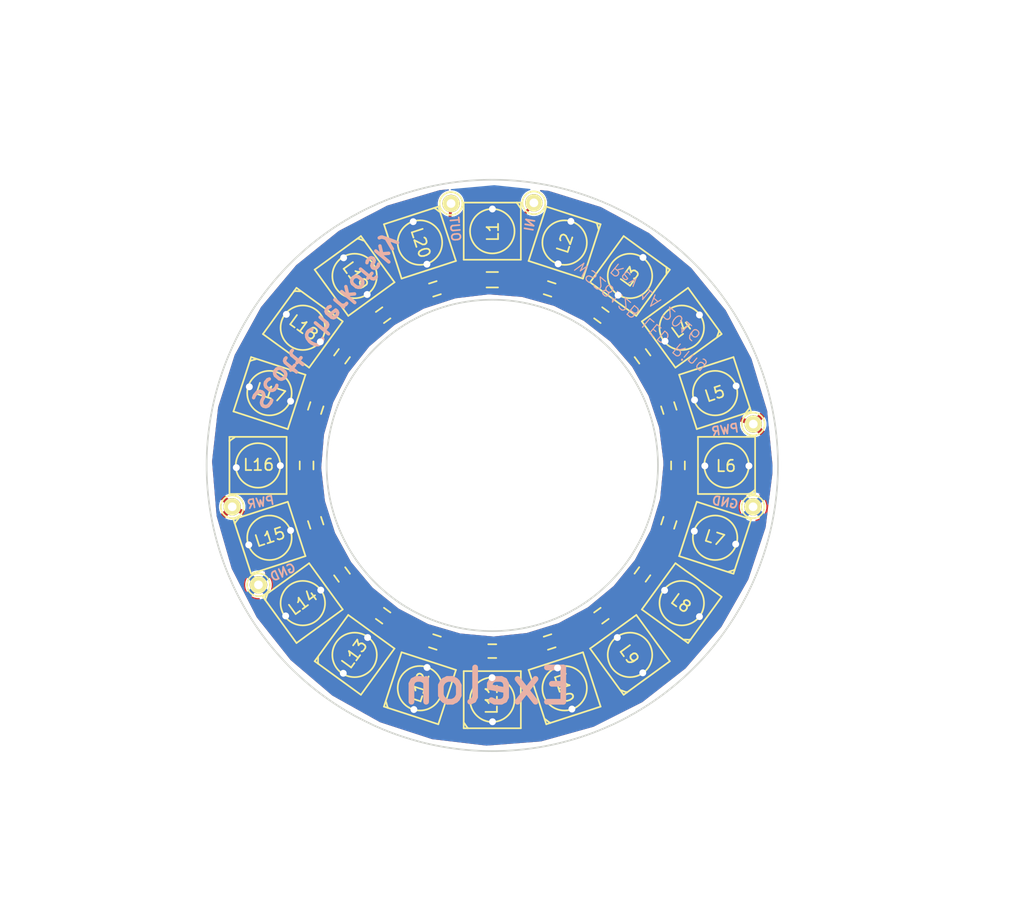
<source format=kicad_pcb>
(kicad_pcb (version 4) (host pcbnew 4.0.1-stable)

  (general
    (links 102)
    (no_connects 0)
    (area 134.92 34.27 224.540001 113.390001)
    (thickness 1.6)
    (drawings 16)
    (tracks 133)
    (zones 0)
    (modules 46)
    (nets 25)
  )

  (page A4)
  (layers
    (0 F.Cu signal)
    (31 B.Cu signal)
    (32 B.Adhes user hide)
    (33 F.Adhes user hide)
    (34 B.Paste user hide)
    (35 F.Paste user hide)
    (36 B.SilkS user)
    (37 F.SilkS user)
    (38 B.Mask user hide)
    (39 F.Mask user hide)
    (40 Dwgs.User user)
    (41 Cmts.User user)
    (42 Eco1.User user hide)
    (43 Eco2.User user hide)
    (44 Edge.Cuts user)
    (45 Margin user hide)
    (46 B.CrtYd user hide)
    (47 F.CrtYd user hide)
    (48 B.Fab user hide)
    (49 F.Fab user hide)
  )

  (setup
    (last_trace_width 0.25)
    (trace_clearance 0.2)
    (zone_clearance 0.4)
    (zone_45_only no)
    (trace_min 0.2032)
    (segment_width 0.1)
    (edge_width 0.15)
    (via_size 0.9)
    (via_drill 0.6)
    (via_min_size 0.889)
    (via_min_drill 0.508)
    (uvia_size 0.6)
    (uvia_drill 0.2)
    (uvias_allowed no)
    (uvia_min_size 0.508)
    (uvia_min_drill 0.127)
    (pcb_text_width 0.3)
    (pcb_text_size 1.5 1.5)
    (mod_edge_width 0.15)
    (mod_text_size 1 1)
    (mod_text_width 0.15)
    (pad_size 1.2 0.9)
    (pad_drill 0)
    (pad_to_mask_clearance 0.2)
    (aux_axis_origin 0 0)
    (visible_elements 7FFFEFFF)
    (pcbplotparams
      (layerselection 0x010f0_80000001)
      (usegerberextensions true)
      (excludeedgelayer true)
      (linewidth 0.100000)
      (plotframeref false)
      (viasonmask false)
      (mode 1)
      (useauxorigin false)
      (hpglpennumber 1)
      (hpglpenspeed 20)
      (hpglpendiameter 15)
      (hpglpenoverlay 2)
      (psnegative false)
      (psa4output false)
      (plotreference true)
      (plotvalue true)
      (plotinvisibletext false)
      (padsonsilk false)
      (subtractmaskfromsilk false)
      (outputformat 1)
      (mirror false)
      (drillshape 0)
      (scaleselection 1)
      (outputdirectory OSHPark/))
  )

  (net 0 "")
  (net 1 +5V)
  (net 2 GND)
  (net 3 "Net-(L1-Pad4)")
  (net 4 "Net-(L1-Pad2)")
  (net 5 "Net-(L2-Pad2)")
  (net 6 "Net-(L3-Pad2)")
  (net 7 "Net-(L4-Pad2)")
  (net 8 "Net-(L5-Pad2)")
  (net 9 "Net-(L6-Pad2)")
  (net 10 "Net-(L7-Pad2)")
  (net 11 "Net-(L8-Pad2)")
  (net 12 "Net-(L10-Pad4)")
  (net 13 "Net-(L10-Pad2)")
  (net 14 "Net-(L11-Pad2)")
  (net 15 "Net-(L12-Pad2)")
  (net 16 "Net-(L13-Pad2)")
  (net 17 "Net-(L14-Pad2)")
  (net 18 "Net-(L15-Pad2)")
  (net 19 "Net-(L16-Pad2)")
  (net 20 "Net-(L17-Pad2)")
  (net 21 "Net-(L18-Pad2)")
  (net 22 "Net-(L19-Pad2)")
  (net 23 OUT_20Pixel)
  (net 24 IN_20Pixel)

  (net_class Default "This is the default net class."
    (clearance 0.2)
    (trace_width 0.25)
    (via_dia 0.9)
    (via_drill 0.6)
    (uvia_dia 0.6)
    (uvia_drill 0.2)
    (add_net IN_20Pixel)
    (add_net "Net-(L1-Pad2)")
    (add_net "Net-(L1-Pad4)")
    (add_net "Net-(L10-Pad2)")
    (add_net "Net-(L10-Pad4)")
    (add_net "Net-(L11-Pad2)")
    (add_net "Net-(L12-Pad2)")
    (add_net "Net-(L13-Pad2)")
    (add_net "Net-(L14-Pad2)")
    (add_net "Net-(L15-Pad2)")
    (add_net "Net-(L16-Pad2)")
    (add_net "Net-(L17-Pad2)")
    (add_net "Net-(L18-Pad2)")
    (add_net "Net-(L19-Pad2)")
    (add_net "Net-(L2-Pad2)")
    (add_net "Net-(L3-Pad2)")
    (add_net "Net-(L4-Pad2)")
    (add_net "Net-(L5-Pad2)")
    (add_net "Net-(L6-Pad2)")
    (add_net "Net-(L7-Pad2)")
    (add_net "Net-(L8-Pad2)")
    (add_net OUT_20Pixel)
  )

  (net_class Ground ""
    (clearance 0.2)
    (trace_width 0.4)
    (via_dia 0.9)
    (via_drill 0.6)
    (uvia_dia 0.6)
    (uvia_drill 0.2)
    (add_net GND)
  )

  (net_class Power ""
    (clearance 0.2)
    (trace_width 0.4)
    (via_dia 0.9)
    (via_drill 0.6)
    (uvia_dia 0.6)
    (uvia_drill 0.2)
    (add_net +5V)
  )

  (module Capacitors_SMD:C_0603_HandSoldering (layer F.Cu) (tedit 56ABB830) (tstamp 5696E307)
    (at 183.02 59.55 342)
    (descr "Capacitor SMD 0603, hand soldering")
    (tags "capacitor 0603")
    (path /56915C40)
    (attr smd)
    (fp_text reference C1 (at 0.293444 2.585883 342) (layer F.SilkS) hide
      (effects (font (size 1 1) (thickness 0.15)))
    )
    (fp_text value 104 (at 0.325454 3.784664 342) (layer F.Fab) hide
      (effects (font (size 1 1) (thickness 0.15)))
    )
    (fp_line (start -1.85 -0.75) (end 1.85 -0.75) (layer F.CrtYd) (width 0.05))
    (fp_line (start -1.85 0.75) (end 1.85 0.75) (layer F.CrtYd) (width 0.05))
    (fp_line (start -1.85 -0.75) (end -1.85 0.75) (layer F.CrtYd) (width 0.05))
    (fp_line (start 1.85 -0.75) (end 1.85 0.75) (layer F.CrtYd) (width 0.05))
    (fp_line (start -0.35 -0.6) (end 0.35 -0.6) (layer F.SilkS) (width 0.15))
    (fp_line (start 0.35 0.6) (end -0.35 0.6) (layer F.SilkS) (width 0.15))
    (pad 1 smd rect (at -0.95 0 342) (size 1.2 0.75) (layers F.Cu F.Paste F.Mask)
      (net 1 +5V))
    (pad 2 smd rect (at 0.95 0 342) (size 1.2 0.75) (layers F.Cu F.Paste F.Mask)
      (net 2 GND))
    (model Capacitors_SMD.3dshapes/C_0603_HandSoldering.wrl
      (at (xyz 0 0 0))
      (scale (xyz 1 1 1))
      (rotate (xyz 0 0 0))
    )
  )

  (module Capacitors_SMD:C_0603_HandSoldering (layer F.Cu) (tedit 56ABB838) (tstamp 5696E30D)
    (at 187.55 61.85 324)
    (descr "Capacitor SMD 0603, hand soldering")
    (tags "capacitor 0603")
    (path /5691D24F)
    (attr smd)
    (fp_text reference C2 (at 0.313393 2.677066 324) (layer F.SilkS) hide
      (effects (font (size 1 1) (thickness 0.15)))
    )
    (fp_text value 104 (at 0.354777 3.771821 324) (layer F.Fab) hide
      (effects (font (size 1 1) (thickness 0.15)))
    )
    (fp_line (start -1.85 -0.75) (end 1.85 -0.75) (layer F.CrtYd) (width 0.05))
    (fp_line (start -1.85 0.75) (end 1.85 0.75) (layer F.CrtYd) (width 0.05))
    (fp_line (start -1.85 -0.75) (end -1.85 0.75) (layer F.CrtYd) (width 0.05))
    (fp_line (start 1.85 -0.75) (end 1.85 0.75) (layer F.CrtYd) (width 0.05))
    (fp_line (start -0.35 -0.6) (end 0.35 -0.6) (layer F.SilkS) (width 0.15))
    (fp_line (start 0.35 0.6) (end -0.35 0.6) (layer F.SilkS) (width 0.15))
    (pad 1 smd rect (at -0.95 0 324) (size 1.2 0.75) (layers F.Cu F.Paste F.Mask)
      (net 1 +5V))
    (pad 2 smd rect (at 0.95 0 324) (size 1.2 0.75) (layers F.Cu F.Paste F.Mask)
      (net 2 GND))
    (model Capacitors_SMD.3dshapes/C_0603_HandSoldering.wrl
      (at (xyz 0 0 0))
      (scale (xyz 1 1 1))
      (rotate (xyz 0 0 0))
    )
  )

  (module Capacitors_SMD:C_0603_HandSoldering (layer F.Cu) (tedit 56ABB884) (tstamp 5696E313)
    (at 191.15 65.45 306)
    (descr "Capacitor SMD 0603, hand soldering")
    (tags "capacitor 0603")
    (path /5691D789)
    (attr smd)
    (fp_text reference C3 (at -0.125931 2.640216 306) (layer F.SilkS) hide
      (effects (font (size 1 1) (thickness 0.15)))
    )
    (fp_text value 104 (at 0.036392 3.845891 486) (layer F.Fab) hide
      (effects (font (size 1 1) (thickness 0.15)))
    )
    (fp_line (start -1.85 -0.75) (end 1.85 -0.75) (layer F.CrtYd) (width 0.05))
    (fp_line (start -1.85 0.75) (end 1.85 0.75) (layer F.CrtYd) (width 0.05))
    (fp_line (start -1.85 -0.75) (end -1.85 0.75) (layer F.CrtYd) (width 0.05))
    (fp_line (start 1.85 -0.75) (end 1.85 0.75) (layer F.CrtYd) (width 0.05))
    (fp_line (start -0.35 -0.6) (end 0.35 -0.6) (layer F.SilkS) (width 0.15))
    (fp_line (start 0.35 0.6) (end -0.35 0.6) (layer F.SilkS) (width 0.15))
    (pad 1 smd rect (at -0.95 0 306) (size 1.2 0.75) (layers F.Cu F.Paste F.Mask)
      (net 1 +5V))
    (pad 2 smd rect (at 0.95 0 306) (size 1.2 0.75) (layers F.Cu F.Paste F.Mask)
      (net 2 GND))
    (model Capacitors_SMD.3dshapes/C_0603_HandSoldering.wrl
      (at (xyz 0 0 0))
      (scale (xyz 1 1 1))
      (rotate (xyz 0 0 0))
    )
  )

  (module Capacitors_SMD:C_0603_HandSoldering (layer F.Cu) (tedit 56ABB879) (tstamp 5696E319)
    (at 193.45 69.98 288)
    (descr "Capacitor SMD 0603, hand soldering")
    (tags "capacitor 0603")
    (path /5691D8D5)
    (attr smd)
    (fp_text reference C4 (at -0.091352 2.5464 288) (layer F.SilkS) hide
      (effects (font (size 1 1) (thickness 0.15)))
    )
    (fp_text value 104 (at 0.018336 3.665046 288) (layer F.Fab) hide
      (effects (font (size 1 1) (thickness 0.15)))
    )
    (fp_line (start -1.85 -0.75) (end 1.85 -0.75) (layer F.CrtYd) (width 0.05))
    (fp_line (start -1.85 0.75) (end 1.85 0.75) (layer F.CrtYd) (width 0.05))
    (fp_line (start -1.85 -0.75) (end -1.85 0.75) (layer F.CrtYd) (width 0.05))
    (fp_line (start 1.85 -0.75) (end 1.85 0.75) (layer F.CrtYd) (width 0.05))
    (fp_line (start -0.35 -0.6) (end 0.35 -0.6) (layer F.SilkS) (width 0.15))
    (fp_line (start 0.35 0.6) (end -0.35 0.6) (layer F.SilkS) (width 0.15))
    (pad 1 smd rect (at -0.95 0 288) (size 1.2 0.75) (layers F.Cu F.Paste F.Mask)
      (net 1 +5V))
    (pad 2 smd rect (at 0.95 0 288) (size 1.2 0.75) (layers F.Cu F.Paste F.Mask)
      (net 2 GND))
    (model Capacitors_SMD.3dshapes/C_0603_HandSoldering.wrl
      (at (xyz 0 0 0))
      (scale (xyz 1 1 1))
      (rotate (xyz 0 0 0))
    )
  )

  (module Capacitors_SMD:C_0603_HandSoldering (layer F.Cu) (tedit 56ABB871) (tstamp 5696E31F)
    (at 194.25 75 270)
    (descr "Capacitor SMD 0603, hand soldering")
    (tags "capacitor 0603")
    (path /56902FE7)
    (attr smd)
    (fp_text reference C5 (at -0.02 2.49 270) (layer F.SilkS) hide
      (effects (font (size 1 1) (thickness 0.15)))
    )
    (fp_text value 104 (at 0.02 3.6 270) (layer F.Fab) hide
      (effects (font (size 1 1) (thickness 0.15)))
    )
    (fp_line (start -1.85 -0.75) (end 1.85 -0.75) (layer F.CrtYd) (width 0.05))
    (fp_line (start -1.85 0.75) (end 1.85 0.75) (layer F.CrtYd) (width 0.05))
    (fp_line (start -1.85 -0.75) (end -1.85 0.75) (layer F.CrtYd) (width 0.05))
    (fp_line (start 1.85 -0.75) (end 1.85 0.75) (layer F.CrtYd) (width 0.05))
    (fp_line (start -0.35 -0.6) (end 0.35 -0.6) (layer F.SilkS) (width 0.15))
    (fp_line (start 0.35 0.6) (end -0.35 0.6) (layer F.SilkS) (width 0.15))
    (pad 1 smd rect (at -0.95 0 270) (size 1.2 0.75) (layers F.Cu F.Paste F.Mask)
      (net 1 +5V))
    (pad 2 smd rect (at 0.95 0 270) (size 1.2 0.75) (layers F.Cu F.Paste F.Mask)
      (net 2 GND))
    (model Capacitors_SMD.3dshapes/C_0603_HandSoldering.wrl
      (at (xyz 0 0 0))
      (scale (xyz 1 1 1))
      (rotate (xyz 0 0 0))
    )
  )

  (module Capacitors_SMD:C_0603_HandSoldering (layer F.Cu) (tedit 56ABB86A) (tstamp 5696E325)
    (at 193.45 80.02 252)
    (descr "Capacitor SMD 0603, hand soldering")
    (tags "capacitor 0603")
    (path /569164DC)
    (attr smd)
    (fp_text reference C6 (at -0.344934 2.530439 252) (layer F.SilkS) hide
      (effects (font (size 1 1) (thickness 0.15)))
    )
    (fp_text value 104 (at -0.360476 3.74467 252) (layer F.Fab) hide
      (effects (font (size 1 1) (thickness 0.15)))
    )
    (fp_line (start -1.85 -0.75) (end 1.85 -0.75) (layer F.CrtYd) (width 0.05))
    (fp_line (start -1.85 0.75) (end 1.85 0.75) (layer F.CrtYd) (width 0.05))
    (fp_line (start -1.85 -0.75) (end -1.85 0.75) (layer F.CrtYd) (width 0.05))
    (fp_line (start 1.85 -0.75) (end 1.85 0.75) (layer F.CrtYd) (width 0.05))
    (fp_line (start -0.35 -0.6) (end 0.35 -0.6) (layer F.SilkS) (width 0.15))
    (fp_line (start 0.35 0.6) (end -0.35 0.6) (layer F.SilkS) (width 0.15))
    (pad 1 smd rect (at -0.95 0 252) (size 1.2 0.75) (layers F.Cu F.Paste F.Mask)
      (net 1 +5V))
    (pad 2 smd rect (at 0.95 0 252) (size 1.2 0.75) (layers F.Cu F.Paste F.Mask)
      (net 2 GND))
    (model Capacitors_SMD.3dshapes/C_0603_HandSoldering.wrl
      (at (xyz 0 0 0))
      (scale (xyz 1 1 1))
      (rotate (xyz 0 0 0))
    )
  )

  (module Capacitors_SMD:C_0603_HandSoldering (layer F.Cu) (tedit 56ABB863) (tstamp 5696E32B)
    (at 191.14 84.54 234)
    (descr "Capacitor SMD 0603, hand soldering")
    (tags "capacitor 0603")
    (path /5691F39D)
    (attr smd)
    (fp_text reference C7 (at -0.426153 2.509819 234) (layer F.SilkS) hide
      (effects (font (size 1 1) (thickness 0.15)))
    )
    (fp_text value 104 (at -0.443677 3.795702 234) (layer F.Fab) hide
      (effects (font (size 1 1) (thickness 0.15)))
    )
    (fp_line (start -1.85 -0.75) (end 1.85 -0.75) (layer F.CrtYd) (width 0.05))
    (fp_line (start -1.85 0.75) (end 1.85 0.75) (layer F.CrtYd) (width 0.05))
    (fp_line (start -1.85 -0.75) (end -1.85 0.75) (layer F.CrtYd) (width 0.05))
    (fp_line (start 1.85 -0.75) (end 1.85 0.75) (layer F.CrtYd) (width 0.05))
    (fp_line (start -0.35 -0.6) (end 0.35 -0.6) (layer F.SilkS) (width 0.15))
    (fp_line (start 0.35 0.6) (end -0.35 0.6) (layer F.SilkS) (width 0.15))
    (pad 1 smd rect (at -0.95 0 234) (size 1.2 0.75) (layers F.Cu F.Paste F.Mask)
      (net 1 +5V))
    (pad 2 smd rect (at 0.95 0 234) (size 1.2 0.75) (layers F.Cu F.Paste F.Mask)
      (net 2 GND))
    (model Capacitors_SMD.3dshapes/C_0603_HandSoldering.wrl
      (at (xyz 0 0 0))
      (scale (xyz 1 1 1))
      (rotate (xyz 0 0 0))
    )
  )

  (module Capacitors_SMD:C_0603_HandSoldering (layer F.Cu) (tedit 56ABB859) (tstamp 5696E331)
    (at 187.55 88.15 216)
    (descr "Capacitor SMD 0603, hand soldering")
    (tags "capacitor 0603")
    (path /5691F3C3)
    (attr smd)
    (fp_text reference C8 (at -0.121571 2.532138 216) (layer F.SilkS) hide
      (effects (font (size 1 1) (thickness 0.15)))
    )
    (fp_text value 104 (at -0.177617 3.715125 216) (layer F.Fab) hide
      (effects (font (size 1 1) (thickness 0.15)))
    )
    (fp_line (start -1.85 -0.75) (end 1.85 -0.75) (layer F.CrtYd) (width 0.05))
    (fp_line (start -1.85 0.75) (end 1.85 0.75) (layer F.CrtYd) (width 0.05))
    (fp_line (start -1.85 -0.75) (end -1.85 0.75) (layer F.CrtYd) (width 0.05))
    (fp_line (start 1.85 -0.75) (end 1.85 0.75) (layer F.CrtYd) (width 0.05))
    (fp_line (start -0.35 -0.6) (end 0.35 -0.6) (layer F.SilkS) (width 0.15))
    (fp_line (start 0.35 0.6) (end -0.35 0.6) (layer F.SilkS) (width 0.15))
    (pad 1 smd rect (at -0.95 0 216) (size 1.2 0.75) (layers F.Cu F.Paste F.Mask)
      (net 1 +5V))
    (pad 2 smd rect (at 0.95 0 216) (size 1.2 0.75) (layers F.Cu F.Paste F.Mask)
      (net 2 GND))
    (model Capacitors_SMD.3dshapes/C_0603_HandSoldering.wrl
      (at (xyz 0 0 0))
      (scale (xyz 1 1 1))
      (rotate (xyz 0 0 0))
    )
  )

  (module Capacitors_SMD:C_0603_HandSoldering (layer F.Cu) (tedit 56ABB850) (tstamp 5696E337)
    (at 183.02 90.45 198)
    (descr "Capacitor SMD 0603, hand soldering")
    (tags "capacitor 0603")
    (path /5691F3E9)
    (attr smd)
    (fp_text reference C9 (at 0.148302 2.456035 198) (layer F.SilkS) hide
      (effects (font (size 1 1) (thickness 0.15)))
    )
    (fp_text value 104 (at 0.191416 3.553049 198) (layer F.Fab) hide
      (effects (font (size 1 1) (thickness 0.15)))
    )
    (fp_line (start -1.85 -0.75) (end 1.85 -0.75) (layer F.CrtYd) (width 0.05))
    (fp_line (start -1.85 0.75) (end 1.85 0.75) (layer F.CrtYd) (width 0.05))
    (fp_line (start -1.85 -0.75) (end -1.85 0.75) (layer F.CrtYd) (width 0.05))
    (fp_line (start 1.85 -0.75) (end 1.85 0.75) (layer F.CrtYd) (width 0.05))
    (fp_line (start -0.35 -0.6) (end 0.35 -0.6) (layer F.SilkS) (width 0.15))
    (fp_line (start 0.35 0.6) (end -0.35 0.6) (layer F.SilkS) (width 0.15))
    (pad 1 smd rect (at -0.95 0 198) (size 1.2 0.75) (layers F.Cu F.Paste F.Mask)
      (net 1 +5V))
    (pad 2 smd rect (at 0.95 0 198) (size 1.2 0.75) (layers F.Cu F.Paste F.Mask)
      (net 2 GND))
    (model Capacitors_SMD.3dshapes/C_0603_HandSoldering.wrl
      (at (xyz 0 0 0))
      (scale (xyz 1 1 1))
      (rotate (xyz 0 0 0))
    )
  )

  (module Capacitors_SMD:C_0603_HandSoldering (layer F.Cu) (tedit 56ABB84A) (tstamp 5696E33D)
    (at 178 91.25 180)
    (descr "Capacitor SMD 0603, hand soldering")
    (tags "capacitor 0603")
    (path /5691F40F)
    (attr smd)
    (fp_text reference C10 (at 0.26 2.52 180) (layer F.SilkS) hide
      (effects (font (size 1 1) (thickness 0.15)))
    )
    (fp_text value 104 (at 0.19 3.73 180) (layer F.Fab) hide
      (effects (font (size 1 1) (thickness 0.15)))
    )
    (fp_line (start -1.85 -0.75) (end 1.85 -0.75) (layer F.CrtYd) (width 0.05))
    (fp_line (start -1.85 0.75) (end 1.85 0.75) (layer F.CrtYd) (width 0.05))
    (fp_line (start -1.85 -0.75) (end -1.85 0.75) (layer F.CrtYd) (width 0.05))
    (fp_line (start 1.85 -0.75) (end 1.85 0.75) (layer F.CrtYd) (width 0.05))
    (fp_line (start -0.35 -0.6) (end 0.35 -0.6) (layer F.SilkS) (width 0.15))
    (fp_line (start 0.35 0.6) (end -0.35 0.6) (layer F.SilkS) (width 0.15))
    (pad 1 smd rect (at -0.95 0 180) (size 1.2 0.75) (layers F.Cu F.Paste F.Mask)
      (net 1 +5V))
    (pad 2 smd rect (at 0.95 0 180) (size 1.2 0.75) (layers F.Cu F.Paste F.Mask)
      (net 2 GND))
    (model Capacitors_SMD.3dshapes/C_0603_HandSoldering.wrl
      (at (xyz 0 0 0))
      (scale (xyz 1 1 1))
      (rotate (xyz 0 0 0))
    )
  )

  (module Capacitors_SMD:C_0603_HandSoldering (layer F.Cu) (tedit 56ABB843) (tstamp 5696E343)
    (at 172.98 90.45 162)
    (descr "Capacitor SMD 0603, hand soldering")
    (tags "capacitor 0603")
    (path /5691674E)
    (attr smd)
    (fp_text reference C11 (at 0.145325 2.518349 162) (layer F.SilkS) hide
      (effects (font (size 1 1) (thickness 0.15)))
    )
    (fp_text value 104 (at 0.136203 3.71998 162) (layer F.Fab) hide
      (effects (font (size 1 1) (thickness 0.15)))
    )
    (fp_line (start -1.85 -0.75) (end 1.85 -0.75) (layer F.CrtYd) (width 0.05))
    (fp_line (start -1.85 0.75) (end 1.85 0.75) (layer F.CrtYd) (width 0.05))
    (fp_line (start -1.85 -0.75) (end -1.85 0.75) (layer F.CrtYd) (width 0.05))
    (fp_line (start 1.85 -0.75) (end 1.85 0.75) (layer F.CrtYd) (width 0.05))
    (fp_line (start -0.35 -0.6) (end 0.35 -0.6) (layer F.SilkS) (width 0.15))
    (fp_line (start 0.35 0.6) (end -0.35 0.6) (layer F.SilkS) (width 0.15))
    (pad 1 smd rect (at -0.95 0 162) (size 1.2 0.75) (layers F.Cu F.Paste F.Mask)
      (net 1 +5V))
    (pad 2 smd rect (at 0.95 0 162) (size 1.2 0.75) (layers F.Cu F.Paste F.Mask)
      (net 2 GND))
    (model Capacitors_SMD.3dshapes/C_0603_HandSoldering.wrl
      (at (xyz 0 0 0))
      (scale (xyz 1 1 1))
      (rotate (xyz 0 0 0))
    )
  )

  (module Capacitors_SMD:C_0603_HandSoldering (layer F.Cu) (tedit 56ABB827) (tstamp 5696E349)
    (at 168.45 88.15 144)
    (descr "Capacitor SMD 0603, hand soldering")
    (tags "capacitor 0603")
    (path /5691A452)
    (attr smd)
    (fp_text reference C12 (at 0.225225 2.555714 144) (layer F.SilkS) hide
      (effects (font (size 1 1) (thickness 0.15)))
    )
    (fp_text value 104 (at 0.18343 3.85923 144) (layer F.Fab) hide
      (effects (font (size 1 1) (thickness 0.15)))
    )
    (fp_line (start -1.85 -0.75) (end 1.85 -0.75) (layer F.CrtYd) (width 0.05))
    (fp_line (start -1.85 0.75) (end 1.85 0.75) (layer F.CrtYd) (width 0.05))
    (fp_line (start -1.85 -0.75) (end -1.85 0.75) (layer F.CrtYd) (width 0.05))
    (fp_line (start 1.85 -0.75) (end 1.85 0.75) (layer F.CrtYd) (width 0.05))
    (fp_line (start -0.35 -0.6) (end 0.35 -0.6) (layer F.SilkS) (width 0.15))
    (fp_line (start 0.35 0.6) (end -0.35 0.6) (layer F.SilkS) (width 0.15))
    (pad 1 smd rect (at -0.95 0 144) (size 1.2 0.75) (layers F.Cu F.Paste F.Mask)
      (net 1 +5V))
    (pad 2 smd rect (at 0.95 0 144) (size 1.2 0.75) (layers F.Cu F.Paste F.Mask)
      (net 2 GND))
    (model Capacitors_SMD.3dshapes/C_0603_HandSoldering.wrl
      (at (xyz 0 0 0))
      (scale (xyz 1 1 1))
      (rotate (xyz 0 0 0))
    )
  )

  (module Capacitors_SMD:C_0603_HandSoldering (layer F.Cu) (tedit 56ABB820) (tstamp 5696E34F)
    (at 164.85 84.55 126)
    (descr "Capacitor SMD 0603, hand soldering")
    (tags "capacitor 0603")
    (path /5691A476)
    (attr smd)
    (fp_text reference C13 (at 0.157095 2.573912 126) (layer F.SilkS) hide
      (effects (font (size 1 1) (thickness 0.15)))
    )
    (fp_text value 104 (at 0.245913 3.812706 126) (layer F.Fab) hide
      (effects (font (size 1 1) (thickness 0.15)))
    )
    (fp_line (start -1.85 -0.75) (end 1.85 -0.75) (layer F.CrtYd) (width 0.05))
    (fp_line (start -1.85 0.75) (end 1.85 0.75) (layer F.CrtYd) (width 0.05))
    (fp_line (start -1.85 -0.75) (end -1.85 0.75) (layer F.CrtYd) (width 0.05))
    (fp_line (start 1.85 -0.75) (end 1.85 0.75) (layer F.CrtYd) (width 0.05))
    (fp_line (start -0.35 -0.6) (end 0.35 -0.6) (layer F.SilkS) (width 0.15))
    (fp_line (start 0.35 0.6) (end -0.35 0.6) (layer F.SilkS) (width 0.15))
    (pad 1 smd rect (at -0.95 0 126) (size 1.2 0.75) (layers F.Cu F.Paste F.Mask)
      (net 1 +5V))
    (pad 2 smd rect (at 0.95 0 126) (size 1.2 0.75) (layers F.Cu F.Paste F.Mask)
      (net 2 GND))
    (model Capacitors_SMD.3dshapes/C_0603_HandSoldering.wrl
      (at (xyz 0 0 0))
      (scale (xyz 1 1 1))
      (rotate (xyz 0 0 0))
    )
  )

  (module Capacitors_SMD:C_0603_HandSoldering (layer F.Cu) (tedit 56ABB819) (tstamp 5696E355)
    (at 162.55 80.02 108)
    (descr "Capacitor SMD 0603, hand soldering")
    (tags "capacitor 0603")
    (path /5691A5B2)
    (attr smd)
    (fp_text reference C14 (at 0.165193 2.598213 108) (layer F.SilkS) hide
      (effects (font (size 1 1) (thickness 0.15)))
    )
    (fp_text value 104 (at 0.213318 3.938692 108) (layer F.Fab) hide
      (effects (font (size 1 1) (thickness 0.15)))
    )
    (fp_line (start -1.85 -0.75) (end 1.85 -0.75) (layer F.CrtYd) (width 0.05))
    (fp_line (start -1.85 0.75) (end 1.85 0.75) (layer F.CrtYd) (width 0.05))
    (fp_line (start -1.85 -0.75) (end -1.85 0.75) (layer F.CrtYd) (width 0.05))
    (fp_line (start 1.85 -0.75) (end 1.85 0.75) (layer F.CrtYd) (width 0.05))
    (fp_line (start -0.35 -0.6) (end 0.35 -0.6) (layer F.SilkS) (width 0.15))
    (fp_line (start 0.35 0.6) (end -0.35 0.6) (layer F.SilkS) (width 0.15))
    (pad 1 smd rect (at -0.95 0 108) (size 1.2 0.75) (layers F.Cu F.Paste F.Mask)
      (net 1 +5V))
    (pad 2 smd rect (at 0.95 0 108) (size 1.2 0.75) (layers F.Cu F.Paste F.Mask)
      (net 2 GND))
    (model Capacitors_SMD.3dshapes/C_0603_HandSoldering.wrl
      (at (xyz 0 0 0))
      (scale (xyz 1 1 1))
      (rotate (xyz 0 0 0))
    )
  )

  (module Capacitors_SMD:C_0603_HandSoldering (layer F.Cu) (tedit 56ABB812) (tstamp 5696E35B)
    (at 161.75 75 90)
    (descr "Capacitor SMD 0603, hand soldering")
    (tags "capacitor 0603")
    (path /5691A5D6)
    (attr smd)
    (fp_text reference C15 (at 0.13 2.65 90) (layer F.SilkS) hide
      (effects (font (size 1 1) (thickness 0.15)))
    )
    (fp_text value 104 (at 0.29 3.95 90) (layer F.Fab) hide
      (effects (font (size 1 1) (thickness 0.15)))
    )
    (fp_line (start -1.85 -0.75) (end 1.85 -0.75) (layer F.CrtYd) (width 0.05))
    (fp_line (start -1.85 0.75) (end 1.85 0.75) (layer F.CrtYd) (width 0.05))
    (fp_line (start -1.85 -0.75) (end -1.85 0.75) (layer F.CrtYd) (width 0.05))
    (fp_line (start 1.85 -0.75) (end 1.85 0.75) (layer F.CrtYd) (width 0.05))
    (fp_line (start -0.35 -0.6) (end 0.35 -0.6) (layer F.SilkS) (width 0.15))
    (fp_line (start 0.35 0.6) (end -0.35 0.6) (layer F.SilkS) (width 0.15))
    (pad 1 smd rect (at -0.95 0 90) (size 1.2 0.75) (layers F.Cu F.Paste F.Mask)
      (net 1 +5V))
    (pad 2 smd rect (at 0.95 0 90) (size 1.2 0.75) (layers F.Cu F.Paste F.Mask)
      (net 2 GND))
    (model Capacitors_SMD.3dshapes/C_0603_HandSoldering.wrl
      (at (xyz 0 0 0))
      (scale (xyz 1 1 1))
      (rotate (xyz 0 0 0))
    )
  )

  (module Capacitors_SMD:C_0603_HandSoldering (layer F.Cu) (tedit 56ABB809) (tstamp 5696E361)
    (at 162.55 69.98 72)
    (descr "Capacitor SMD 0603, hand soldering")
    (tags "capacitor 0603")
    (path /5691A6F2)
    (attr smd)
    (fp_text reference C16 (at 0.207609 2.645316 72) (layer F.SilkS) hide
      (effects (font (size 1 1) (thickness 0.15)))
    )
    (fp_text value 104 (at 0.324734 3.879529 72) (layer F.Fab) hide
      (effects (font (size 1 1) (thickness 0.15)))
    )
    (fp_line (start -1.85 -0.75) (end 1.85 -0.75) (layer F.CrtYd) (width 0.05))
    (fp_line (start -1.85 0.75) (end 1.85 0.75) (layer F.CrtYd) (width 0.05))
    (fp_line (start -1.85 -0.75) (end -1.85 0.75) (layer F.CrtYd) (width 0.05))
    (fp_line (start 1.85 -0.75) (end 1.85 0.75) (layer F.CrtYd) (width 0.05))
    (fp_line (start -0.35 -0.6) (end 0.35 -0.6) (layer F.SilkS) (width 0.15))
    (fp_line (start 0.35 0.6) (end -0.35 0.6) (layer F.SilkS) (width 0.15))
    (pad 1 smd rect (at -0.95 0 72) (size 1.2 0.75) (layers F.Cu F.Paste F.Mask)
      (net 1 +5V))
    (pad 2 smd rect (at 0.95 0 72) (size 1.2 0.75) (layers F.Cu F.Paste F.Mask)
      (net 2 GND))
    (model Capacitors_SMD.3dshapes/C_0603_HandSoldering.wrl
      (at (xyz 0 0 0))
      (scale (xyz 1 1 1))
      (rotate (xyz 0 0 0))
    )
  )

  (module Capacitors_SMD:C_0603_HandSoldering (layer F.Cu) (tedit 56ABB905) (tstamp 5696E367)
    (at 164.85 65.45 54)
    (descr "Capacitor SMD 0603, hand soldering")
    (tags "capacitor 0603")
    (path /5691A716)
    (attr smd)
    (fp_text reference C17 (at 0.194318 2.615252 54) (layer F.SilkS) hide
      (effects (font (size 1 1) (thickness 0.15)))
    )
    (fp_text value 104 (at 0.315779 3.837236 54) (layer F.Fab) hide
      (effects (font (size 1 1) (thickness 0.15)))
    )
    (fp_line (start -1.85 -0.75) (end 1.85 -0.75) (layer F.CrtYd) (width 0.05))
    (fp_line (start -1.85 0.75) (end 1.85 0.75) (layer F.CrtYd) (width 0.05))
    (fp_line (start -1.85 -0.75) (end -1.85 0.75) (layer F.CrtYd) (width 0.05))
    (fp_line (start 1.85 -0.75) (end 1.85 0.75) (layer F.CrtYd) (width 0.05))
    (fp_line (start -0.35 -0.6) (end 0.35 -0.6) (layer F.SilkS) (width 0.15))
    (fp_line (start 0.35 0.6) (end -0.35 0.6) (layer F.SilkS) (width 0.15))
    (pad 1 smd rect (at -0.95 0 54) (size 1.2 0.75) (layers F.Cu F.Paste F.Mask)
      (net 1 +5V))
    (pad 2 smd rect (at 0.95 0 54) (size 1.2 0.75) (layers F.Cu F.Paste F.Mask)
      (net 2 GND))
    (model Capacitors_SMD.3dshapes/C_0603_HandSoldering.wrl
      (at (xyz 0 0 0))
      (scale (xyz 1 1 1))
      (rotate (xyz 0 0 0))
    )
  )

  (module Capacitors_SMD:C_0603_HandSoldering (layer F.Cu) (tedit 56ABB7FB) (tstamp 5696E36D)
    (at 168.45 61.85 36)
    (descr "Capacitor SMD 0603, hand soldering")
    (tags "capacitor 0603")
    (path /5691AA12)
    (attr smd)
    (fp_text reference C18 (at -0.26637 2.612345 36) (layer F.SilkS) hide
      (effects (font (size 1 1) (thickness 0.15)))
    )
    (fp_text value 104 (at -0.160678 3.776875 36) (layer F.Fab) hide
      (effects (font (size 1 1) (thickness 0.15)))
    )
    (fp_line (start -1.85 -0.75) (end 1.85 -0.75) (layer F.CrtYd) (width 0.05))
    (fp_line (start -1.85 0.75) (end 1.85 0.75) (layer F.CrtYd) (width 0.05))
    (fp_line (start -1.85 -0.75) (end -1.85 0.75) (layer F.CrtYd) (width 0.05))
    (fp_line (start 1.85 -0.75) (end 1.85 0.75) (layer F.CrtYd) (width 0.05))
    (fp_line (start -0.35 -0.6) (end 0.35 -0.6) (layer F.SilkS) (width 0.15))
    (fp_line (start 0.35 0.6) (end -0.35 0.6) (layer F.SilkS) (width 0.15))
    (pad 1 smd rect (at -0.95 0 36) (size 1.2 0.75) (layers F.Cu F.Paste F.Mask)
      (net 1 +5V))
    (pad 2 smd rect (at 0.95 0 36) (size 1.2 0.75) (layers F.Cu F.Paste F.Mask)
      (net 2 GND))
    (model Capacitors_SMD.3dshapes/C_0603_HandSoldering.wrl
      (at (xyz 0 0 0))
      (scale (xyz 1 1 1))
      (rotate (xyz 0 0 0))
    )
  )

  (module Capacitors_SMD:C_0603_HandSoldering (layer F.Cu) (tedit 56ABB7F7) (tstamp 5696E373)
    (at 172.98 59.55 18)
    (descr "Capacitor SMD 0603, hand soldering")
    (tags "capacitor 0603")
    (path /56902EAF)
    (attr smd)
    (fp_text reference C19 (at 0.039426 2.694039 18) (layer F.SilkS) hide
      (effects (font (size 1 1) (thickness 0.15)))
    )
    (fp_text value 104 (at 0.159585 3.942262 18) (layer F.Fab) hide
      (effects (font (size 1 1) (thickness 0.15)))
    )
    (fp_line (start -1.85 -0.75) (end 1.85 -0.75) (layer F.CrtYd) (width 0.05))
    (fp_line (start -1.85 0.75) (end 1.85 0.75) (layer F.CrtYd) (width 0.05))
    (fp_line (start -1.85 -0.75) (end -1.85 0.75) (layer F.CrtYd) (width 0.05))
    (fp_line (start 1.85 -0.75) (end 1.85 0.75) (layer F.CrtYd) (width 0.05))
    (fp_line (start -0.35 -0.6) (end 0.35 -0.6) (layer F.SilkS) (width 0.15))
    (fp_line (start 0.35 0.6) (end -0.35 0.6) (layer F.SilkS) (width 0.15))
    (pad 1 smd rect (at -0.95 0 18) (size 1.2 0.75) (layers F.Cu F.Paste F.Mask)
      (net 1 +5V))
    (pad 2 smd rect (at 0.95 0 18) (size 1.2 0.75) (layers F.Cu F.Paste F.Mask)
      (net 2 GND))
    (model Capacitors_SMD.3dshapes/C_0603_HandSoldering.wrl
      (at (xyz 0 0 0))
      (scale (xyz 1 1 1))
      (rotate (xyz 0 0 0))
    )
  )

  (module ThroughHolePads:1pin_0.762drill (layer F.Cu) (tedit 56AA9F05) (tstamp 5696E418)
    (at 181.64 52.02)
    (descr "module 1 pin (ou trou mecanique de percage)")
    (tags DEV)
    (path /569031FA)
    (fp_text reference P1 (at 0.28 -3.01 90) (layer F.SilkS) hide
      (effects (font (size 1 1) (thickness 0.15)))
    )
    (fp_text value CONN_01X01 (at 0.17 -8.99 90) (layer F.Fab) hide
      (effects (font (size 1 1) (thickness 0.15)))
    )
    (fp_circle (center 0 0) (end 0 1) (layer F.SilkS) (width 0.15))
    (pad 1 thru_hole circle (at 0 0) (size 1.524 1.524) (drill 0.762) (layers *.Cu *.Mask F.SilkS)
      (net 24 IN_20Pixel))
  )

  (module ThroughHolePads:1pin_0.762drill (layer F.Cu) (tedit 56AAA330) (tstamp 5696E41D)
    (at 157.54 85.45)
    (descr "module 1 pin (ou trou mecanique de percage)")
    (tags DEV)
    (path /56903201)
    (fp_text reference P2 (at -3.302 1.524) (layer F.SilkS) hide
      (effects (font (size 1 1) (thickness 0.15)))
    )
    (fp_text value CONN_01X01 (at -9.398 1.524) (layer F.Fab) hide
      (effects (font (size 1 1) (thickness 0.15)))
    )
    (fp_circle (center 0 0) (end 0 1) (layer F.SilkS) (width 0.15))
    (pad 1 thru_hole circle (at 0 0) (size 1.524 1.524) (drill 0.762) (layers *.Cu *.Mask F.SilkS)
      (net 2 GND))
  )

  (module ThroughHolePads:1pin_0.762drill (layer F.Cu) (tedit 56AAA32B) (tstamp 5696E422)
    (at 155.24 78.62)
    (descr "module 1 pin (ou trou mecanique de percage)")
    (tags DEV)
    (path /5691193B)
    (fp_text reference P3 (at -3.81 0) (layer F.SilkS) hide
      (effects (font (size 1 1) (thickness 0.15)))
    )
    (fp_text value CONN_01X01 (at -10.16 0) (layer F.Fab) hide
      (effects (font (size 1 1) (thickness 0.15)))
    )
    (fp_circle (center 0 0) (end 0 1) (layer F.SilkS) (width 0.15))
    (pad 1 thru_hole circle (at 0 0) (size 1.524 1.524) (drill 0.762) (layers *.Cu *.Mask F.SilkS)
      (net 1 +5V))
  )

  (module ThroughHolePads:1pin_0.762drill (layer F.Cu) (tedit 56AA9F1A) (tstamp 5696E427)
    (at 174.39 52.08)
    (descr "module 1 pin (ou trou mecanique de percage)")
    (tags DEV)
    (path /56903216)
    (fp_text reference P4 (at -0.22 -2.96 90) (layer F.SilkS) hide
      (effects (font (size 1 1) (thickness 0.15)))
    )
    (fp_text value CONN_01X01 (at -0.39 -9 90) (layer F.Fab) hide
      (effects (font (size 1 1) (thickness 0.15)))
    )
    (fp_circle (center 0 0) (end 0 1) (layer F.SilkS) (width 0.15))
    (pad 1 thru_hole circle (at 0 0) (size 1.524 1.524) (drill 0.762) (layers *.Cu *.Mask F.SilkS)
      (net 23 OUT_20Pixel))
  )

  (module ThroughHolePads:1pin_0.762drill (layer F.Cu) (tedit 56ABB896) (tstamp 5696E42C)
    (at 200.82 78.62)
    (descr "module 1 pin (ou trou mecanique de percage)")
    (tags DEV)
    (path /569117D9)
    (fp_text reference P5 (at 2.94 0.41) (layer F.SilkS) hide
      (effects (font (size 1 1) (thickness 0.15)))
    )
    (fp_text value CONN_01X01 (at 9.07 0.5) (layer F.Fab) hide
      (effects (font (size 1 1) (thickness 0.15)))
    )
    (fp_circle (center 0 0) (end 0 1) (layer F.SilkS) (width 0.15))
    (pad 1 thru_hole circle (at 0 0) (size 1.524 1.524) (drill 0.762) (layers *.Cu *.Mask F.SilkS)
      (net 2 GND))
  )

  (module ThroughHolePads:1pin_0.762drill (layer F.Cu) (tedit 56AAA355) (tstamp 5696E431)
    (at 200.84 71.38)
    (descr "module 1 pin (ou trou mecanique de percage)")
    (tags DEV)
    (path /5692B80C)
    (fp_text reference P6 (at 3.556 -0.254) (layer F.SilkS) hide
      (effects (font (size 1 1) (thickness 0.15)))
    )
    (fp_text value CONN_01X01 (at 9.652 -0.254) (layer F.Fab) hide
      (effects (font (size 1 1) (thickness 0.15)))
    )
    (fp_circle (center 0 0) (end 0 1) (layer F.SilkS) (width 0.15))
    (pad 1 thru_hole circle (at 0 0) (size 1.524 1.524) (drill 0.762) (layers *.Cu *.Mask F.SilkS)
      (net 1 +5V))
  )

  (module Resistors_SMD:R_0603_HandSoldering (layer F.Cu) (tedit 56ABB7F2) (tstamp 5696E437)
    (at 178 58.75)
    (descr "Resistor SMD 0603, hand soldering")
    (tags "resistor 0603")
    (path /5692B80B)
    (attr smd)
    (fp_text reference R1 (at 0.12 2.67) (layer F.SilkS) hide
      (effects (font (size 1 1) (thickness 0.15)))
    )
    (fp_text value 471 (at 0.23 3.96) (layer F.Fab) hide
      (effects (font (size 1 1) (thickness 0.15)))
    )
    (fp_line (start -2 -0.8) (end 2 -0.8) (layer F.CrtYd) (width 0.05))
    (fp_line (start -2 0.8) (end 2 0.8) (layer F.CrtYd) (width 0.05))
    (fp_line (start -2 -0.8) (end -2 0.8) (layer F.CrtYd) (width 0.05))
    (fp_line (start 2 -0.8) (end 2 0.8) (layer F.CrtYd) (width 0.05))
    (fp_line (start 0.5 0.675) (end -0.5 0.675) (layer F.SilkS) (width 0.15))
    (fp_line (start -0.5 -0.675) (end 0.5 -0.675) (layer F.SilkS) (width 0.15))
    (pad 1 smd rect (at -1.1 0) (size 1.2 0.9) (layers F.Cu F.Paste F.Mask)
      (net 3 "Net-(L1-Pad4)"))
    (pad 2 smd rect (at 1.1 0) (size 1.2 0.9) (layers F.Cu F.Paste F.Mask)
      (net 24 IN_20Pixel))
    (model Resistors_SMD.3dshapes/R_0603_HandSoldering.wrl
      (at (xyz 0 0 0))
      (scale (xyz 1 1 1))
      (rotate (xyz 0 0 0))
    )
  )

  (module NeoPixel:WS2812B (layer F.Cu) (tedit 56ABB8D2) (tstamp 5696E37B)
    (at 178 54.5 90)
    (path /56902D37)
    (fp_text reference L1 (at -0.05 0.05 90) (layer F.SilkS)
      (effects (font (size 1 1) (thickness 0.15)))
    )
    (fp_text value WS2812B (at -12.16 0.15 90) (layer F.Fab) hide
      (effects (font (size 1 1) (thickness 0.15)))
    )
    (fp_circle (center 0 0) (end 1.3 1.45) (layer F.SilkS) (width 0.15))
    (fp_line (start 2.05 2.45) (end 2.5 2.15) (layer F.SilkS) (width 0.15))
    (fp_line (start 2.5 2.15) (end 2.45 2.15) (layer F.SilkS) (width 0.15))
    (fp_line (start 2.5 -2.5) (end -2.5 -2.5) (layer F.SilkS) (width 0.15))
    (fp_line (start -2.5 -2.5) (end -2.5 2.5) (layer F.SilkS) (width 0.15))
    (fp_line (start -2.5 2.5) (end 2.5 2.5) (layer F.SilkS) (width 0.15))
    (fp_line (start 2.5 2.5) (end 2.5 -2.5) (layer F.SilkS) (width 0.15))
    (pad 4 smd rect (at 2.45 -1.65 90) (size 1.5 0.9) (layers F.Cu F.Paste F.Mask)
      (net 3 "Net-(L1-Pad4)"))
    (pad 3 smd rect (at 2.45 1.65 90) (size 1.5 0.9) (layers F.Cu F.Paste F.Mask)
      (net 2 GND))
    (pad 1 smd rect (at -2.45 -1.65 90) (size 1.5 0.9) (layers F.Cu F.Paste F.Mask)
      (net 1 +5V))
    (pad 2 smd rect (at -2.45 1.65 90) (size 1.5 0.9) (layers F.Cu F.Paste F.Mask)
      (net 4 "Net-(L1-Pad2)"))
    (model "//nas-msw-20/e46899/My Documents/KiCad-Projects/Libraries/3D Models/WS2812B.wrl"
      (at (xyz 0 0 0))
      (scale (xyz 3.8 3.8 3.8))
      (rotate (xyz 90 180 270))
    )
  )

  (module NeoPixel:WS2812B (layer F.Cu) (tedit 56ABB8D5) (tstamp 5696E383)
    (at 184.33 55.5 72)
    (path /56915C34)
    (fp_text reference L2 (at -0.05 0.05 72) (layer F.SilkS)
      (effects (font (size 1 1) (thickness 0.15)))
    )
    (fp_text value WS2812B (at -12.018709 0.224998 72) (layer F.Fab) hide
      (effects (font (size 1 1) (thickness 0.15)))
    )
    (fp_circle (center 0 0) (end 1.3 1.45) (layer F.SilkS) (width 0.15))
    (fp_line (start 2.05 2.45) (end 2.5 2.15) (layer F.SilkS) (width 0.15))
    (fp_line (start 2.5 2.15) (end 2.45 2.15) (layer F.SilkS) (width 0.15))
    (fp_line (start 2.5 -2.5) (end -2.5 -2.5) (layer F.SilkS) (width 0.15))
    (fp_line (start -2.5 -2.5) (end -2.5 2.5) (layer F.SilkS) (width 0.15))
    (fp_line (start -2.5 2.5) (end 2.5 2.5) (layer F.SilkS) (width 0.15))
    (fp_line (start 2.5 2.5) (end 2.5 -2.5) (layer F.SilkS) (width 0.15))
    (pad 4 smd rect (at 2.45 -1.65 72) (size 1.5 0.9) (layers F.Cu F.Paste F.Mask)
      (net 4 "Net-(L1-Pad2)"))
    (pad 3 smd rect (at 2.45 1.65 72) (size 1.5 0.9) (layers F.Cu F.Paste F.Mask)
      (net 2 GND))
    (pad 1 smd rect (at -2.45 -1.65 72) (size 1.5 0.9) (layers F.Cu F.Paste F.Mask)
      (net 1 +5V))
    (pad 2 smd rect (at -2.45 1.65 72) (size 1.5 0.9) (layers F.Cu F.Paste F.Mask)
      (net 5 "Net-(L2-Pad2)"))
    (model "//nas-msw-20/e46899/My Documents/KiCad-Projects/Libraries/3D Models/WS2812B.wrl"
      (at (xyz 0 0 0))
      (scale (xyz 3.8 3.8 3.8))
      (rotate (xyz 90 180 270))
    )
  )

  (module NeoPixel:WS2812B (layer F.Cu) (tedit 56ABB8D7) (tstamp 5696E38B)
    (at 190.05 58.42 54)
    (path /5691D242)
    (fp_text reference L3 (at -0.05 0.05 54) (layer F.SilkS)
      (effects (font (size 1 1) (thickness 0.15)))
    )
    (fp_text value WS2812B (at -12.082815 0.62063 54) (layer F.Fab) hide
      (effects (font (size 1 1) (thickness 0.15)))
    )
    (fp_circle (center 0 0) (end 1.3 1.45) (layer F.SilkS) (width 0.15))
    (fp_line (start 2.05 2.45) (end 2.5 2.15) (layer F.SilkS) (width 0.15))
    (fp_line (start 2.5 2.15) (end 2.45 2.15) (layer F.SilkS) (width 0.15))
    (fp_line (start 2.5 -2.5) (end -2.5 -2.5) (layer F.SilkS) (width 0.15))
    (fp_line (start -2.5 -2.5) (end -2.5 2.5) (layer F.SilkS) (width 0.15))
    (fp_line (start -2.5 2.5) (end 2.5 2.5) (layer F.SilkS) (width 0.15))
    (fp_line (start 2.5 2.5) (end 2.5 -2.5) (layer F.SilkS) (width 0.15))
    (pad 4 smd rect (at 2.45 -1.65 54) (size 1.5 0.9) (layers F.Cu F.Paste F.Mask)
      (net 5 "Net-(L2-Pad2)"))
    (pad 3 smd rect (at 2.45 1.65 54) (size 1.5 0.9) (layers F.Cu F.Paste F.Mask)
      (net 2 GND))
    (pad 1 smd rect (at -2.45 -1.65 54) (size 1.5 0.9) (layers F.Cu F.Paste F.Mask)
      (net 1 +5V))
    (pad 2 smd rect (at -2.45 1.65 54) (size 1.5 0.9) (layers F.Cu F.Paste F.Mask)
      (net 6 "Net-(L3-Pad2)"))
    (model "//nas-msw-20/e46899/My Documents/KiCad-Projects/Libraries/3D Models/WS2812B.wrl"
      (at (xyz 0 0 0))
      (scale (xyz 3.8 3.8 3.8))
      (rotate (xyz 90 180 270))
    )
  )

  (module NeoPixel:WS2812B (layer F.Cu) (tedit 56ABB8DC) (tstamp 5696E393)
    (at 194.58 62.95 36)
    (path /5691D77C)
    (fp_text reference L4 (at -0.05 0.05 36) (layer F.SilkS)
      (effects (font (size 1 1) (thickness 0.15)))
    )
    (fp_text value WS2812B (at -11.989768 0.238056 36) (layer F.Fab) hide
      (effects (font (size 1 1) (thickness 0.15)))
    )
    (fp_circle (center 0 0) (end 1.3 1.45) (layer F.SilkS) (width 0.15))
    (fp_line (start 2.05 2.45) (end 2.5 2.15) (layer F.SilkS) (width 0.15))
    (fp_line (start 2.5 2.15) (end 2.45 2.15) (layer F.SilkS) (width 0.15))
    (fp_line (start 2.5 -2.5) (end -2.5 -2.5) (layer F.SilkS) (width 0.15))
    (fp_line (start -2.5 -2.5) (end -2.5 2.5) (layer F.SilkS) (width 0.15))
    (fp_line (start -2.5 2.5) (end 2.5 2.5) (layer F.SilkS) (width 0.15))
    (fp_line (start 2.5 2.5) (end 2.5 -2.5) (layer F.SilkS) (width 0.15))
    (pad 4 smd rect (at 2.45 -1.65 36) (size 1.5 0.9) (layers F.Cu F.Paste F.Mask)
      (net 6 "Net-(L3-Pad2)"))
    (pad 3 smd rect (at 2.45 1.65 36) (size 1.5 0.9) (layers F.Cu F.Paste F.Mask)
      (net 2 GND))
    (pad 1 smd rect (at -2.45 -1.65 36) (size 1.5 0.9) (layers F.Cu F.Paste F.Mask)
      (net 1 +5V))
    (pad 2 smd rect (at -2.45 1.65 36) (size 1.5 0.9) (layers F.Cu F.Paste F.Mask)
      (net 7 "Net-(L4-Pad2)"))
    (model "//nas-msw-20/e46899/My Documents/KiCad-Projects/Libraries/3D Models/WS2812B.wrl"
      (at (xyz 0 0 0))
      (scale (xyz 3.8 3.8 3.8))
      (rotate (xyz 90 180 270))
    )
  )

  (module NeoPixel:WS2812B (layer F.Cu) (tedit 56ABB8E0) (tstamp 5696E39B)
    (at 197.5 68.67 18)
    (path /5691D8C8)
    (fp_text reference L5 (at -0.05 0.05 18) (layer F.SilkS)
      (effects (font (size 1 1) (thickness 0.15)))
    )
    (fp_text value WS2812B (at -12.03842 0.094551 18) (layer F.Fab) hide
      (effects (font (size 1 1) (thickness 0.15)))
    )
    (fp_circle (center 0 0) (end 1.3 1.45) (layer F.SilkS) (width 0.15))
    (fp_line (start 2.05 2.45) (end 2.5 2.15) (layer F.SilkS) (width 0.15))
    (fp_line (start 2.5 2.15) (end 2.45 2.15) (layer F.SilkS) (width 0.15))
    (fp_line (start 2.5 -2.5) (end -2.5 -2.5) (layer F.SilkS) (width 0.15))
    (fp_line (start -2.5 -2.5) (end -2.5 2.5) (layer F.SilkS) (width 0.15))
    (fp_line (start -2.5 2.5) (end 2.5 2.5) (layer F.SilkS) (width 0.15))
    (fp_line (start 2.5 2.5) (end 2.5 -2.5) (layer F.SilkS) (width 0.15))
    (pad 4 smd rect (at 2.45 -1.65 18) (size 1.5 0.9) (layers F.Cu F.Paste F.Mask)
      (net 7 "Net-(L4-Pad2)"))
    (pad 3 smd rect (at 2.45 1.65 18) (size 1.5 0.9) (layers F.Cu F.Paste F.Mask)
      (net 2 GND))
    (pad 1 smd rect (at -2.45 -1.65 18) (size 1.5 0.9) (layers F.Cu F.Paste F.Mask)
      (net 1 +5V))
    (pad 2 smd rect (at -2.45 1.65 18) (size 1.5 0.9) (layers F.Cu F.Paste F.Mask)
      (net 8 "Net-(L5-Pad2)"))
    (model "//nas-msw-20/e46899/My Documents/KiCad-Projects/Libraries/3D Models/WS2812B.wrl"
      (at (xyz 0 0 0))
      (scale (xyz 3.8 3.8 3.8))
      (rotate (xyz 90 180 270))
    )
  )

  (module NeoPixel:WS2812B (layer F.Cu) (tedit 56ABB8E3) (tstamp 5696E3A3)
    (at 198.5 75)
    (path /56902D30)
    (fp_text reference L6 (at -0.05 0.05) (layer F.SilkS)
      (effects (font (size 1 1) (thickness 0.15)))
    )
    (fp_text value WS2812B (at -12.03 0.05) (layer F.Fab) hide
      (effects (font (size 1 1) (thickness 0.15)))
    )
    (fp_circle (center 0 0) (end 1.3 1.45) (layer F.SilkS) (width 0.15))
    (fp_line (start 2.05 2.45) (end 2.5 2.15) (layer F.SilkS) (width 0.15))
    (fp_line (start 2.5 2.15) (end 2.45 2.15) (layer F.SilkS) (width 0.15))
    (fp_line (start 2.5 -2.5) (end -2.5 -2.5) (layer F.SilkS) (width 0.15))
    (fp_line (start -2.5 -2.5) (end -2.5 2.5) (layer F.SilkS) (width 0.15))
    (fp_line (start -2.5 2.5) (end 2.5 2.5) (layer F.SilkS) (width 0.15))
    (fp_line (start 2.5 2.5) (end 2.5 -2.5) (layer F.SilkS) (width 0.15))
    (pad 4 smd rect (at 2.45 -1.65) (size 1.5 0.9) (layers F.Cu F.Paste F.Mask)
      (net 8 "Net-(L5-Pad2)"))
    (pad 3 smd rect (at 2.45 1.65) (size 1.5 0.9) (layers F.Cu F.Paste F.Mask)
      (net 2 GND))
    (pad 1 smd rect (at -2.45 -1.65) (size 1.5 0.9) (layers F.Cu F.Paste F.Mask)
      (net 1 +5V))
    (pad 2 smd rect (at -2.45 1.65) (size 1.5 0.9) (layers F.Cu F.Paste F.Mask)
      (net 9 "Net-(L6-Pad2)"))
    (model "//nas-msw-20/e46899/My Documents/KiCad-Projects/Libraries/3D Models/WS2812B.wrl"
      (at (xyz 0 0 0))
      (scale (xyz 3.8 3.8 3.8))
      (rotate (xyz 90 180 270))
    )
  )

  (module NeoPixel:WS2812B (layer F.Cu) (tedit 56ABB8E8) (tstamp 5696E3AB)
    (at 197.5 81.33 342)
    (path /569164D0)
    (fp_text reference L7 (at -0.05 0.05 342) (layer F.SilkS)
      (effects (font (size 1 1) (thickness 0.15)))
    )
    (fp_text value WS2812B (at -12.094043 -0.265741 342) (layer F.Fab) hide
      (effects (font (size 1 1) (thickness 0.15)))
    )
    (fp_circle (center 0 0) (end 1.3 1.45) (layer F.SilkS) (width 0.15))
    (fp_line (start 2.05 2.45) (end 2.5 2.15) (layer F.SilkS) (width 0.15))
    (fp_line (start 2.5 2.15) (end 2.45 2.15) (layer F.SilkS) (width 0.15))
    (fp_line (start 2.5 -2.5) (end -2.5 -2.5) (layer F.SilkS) (width 0.15))
    (fp_line (start -2.5 -2.5) (end -2.5 2.5) (layer F.SilkS) (width 0.15))
    (fp_line (start -2.5 2.5) (end 2.5 2.5) (layer F.SilkS) (width 0.15))
    (fp_line (start 2.5 2.5) (end 2.5 -2.5) (layer F.SilkS) (width 0.15))
    (pad 4 smd rect (at 2.45 -1.65 342) (size 1.5 0.9) (layers F.Cu F.Paste F.Mask)
      (net 9 "Net-(L6-Pad2)"))
    (pad 3 smd rect (at 2.45 1.65 342) (size 1.5 0.9) (layers F.Cu F.Paste F.Mask)
      (net 2 GND))
    (pad 1 smd rect (at -2.45 -1.65 342) (size 1.5 0.9) (layers F.Cu F.Paste F.Mask)
      (net 1 +5V))
    (pad 2 smd rect (at -2.45 1.65 342) (size 1.5 0.9) (layers F.Cu F.Paste F.Mask)
      (net 10 "Net-(L7-Pad2)"))
    (model "//nas-msw-20/e46899/My Documents/KiCad-Projects/Libraries/3D Models/WS2812B.wrl"
      (at (xyz 0 0 0))
      (scale (xyz 3.8 3.8 3.8))
      (rotate (xyz 90 180 270))
    )
  )

  (module NeoPixel:WS2812B (layer F.Cu) (tedit 56ABB8ED) (tstamp 5696E3B3)
    (at 194.58 87.05 324)
    (path /5691F390)
    (fp_text reference L8 (at -0.05 0.05 324) (layer F.SilkS)
      (effects (font (size 1 1) (thickness 0.15)))
    )
    (fp_text value WS2812B (at -12.095569 -0.383679 324) (layer F.Fab) hide
      (effects (font (size 1 1) (thickness 0.15)))
    )
    (fp_circle (center 0 0) (end 1.3 1.45) (layer F.SilkS) (width 0.15))
    (fp_line (start 2.05 2.45) (end 2.5 2.15) (layer F.SilkS) (width 0.15))
    (fp_line (start 2.5 2.15) (end 2.45 2.15) (layer F.SilkS) (width 0.15))
    (fp_line (start 2.5 -2.5) (end -2.5 -2.5) (layer F.SilkS) (width 0.15))
    (fp_line (start -2.5 -2.5) (end -2.5 2.5) (layer F.SilkS) (width 0.15))
    (fp_line (start -2.5 2.5) (end 2.5 2.5) (layer F.SilkS) (width 0.15))
    (fp_line (start 2.5 2.5) (end 2.5 -2.5) (layer F.SilkS) (width 0.15))
    (pad 4 smd rect (at 2.45 -1.65 324) (size 1.5 0.9) (layers F.Cu F.Paste F.Mask)
      (net 10 "Net-(L7-Pad2)"))
    (pad 3 smd rect (at 2.45 1.65 324) (size 1.5 0.9) (layers F.Cu F.Paste F.Mask)
      (net 2 GND))
    (pad 1 smd rect (at -2.45 -1.65 324) (size 1.5 0.9) (layers F.Cu F.Paste F.Mask)
      (net 1 +5V))
    (pad 2 smd rect (at -2.45 1.65 324) (size 1.5 0.9) (layers F.Cu F.Paste F.Mask)
      (net 11 "Net-(L8-Pad2)"))
    (model "//nas-msw-20/e46899/My Documents/KiCad-Projects/Libraries/3D Models/WS2812B.wrl"
      (at (xyz 0 0 0))
      (scale (xyz 3.8 3.8 3.8))
      (rotate (xyz 90 180 270))
    )
  )

  (module NeoPixel:WS2812B (layer F.Cu) (tedit 56ABB8F1) (tstamp 5696E3BB)
    (at 190.05 91.58 306)
    (path /5691F3B6)
    (fp_text reference L9 (at -0.05 0.05 306) (layer F.SilkS)
      (effects (font (size 1 1) (thickness 0.15)))
    )
    (fp_text value WS2812B (at -12.012715 -0.087633 306) (layer F.Fab) hide
      (effects (font (size 1 1) (thickness 0.15)))
    )
    (fp_circle (center 0 0) (end 1.3 1.45) (layer F.SilkS) (width 0.15))
    (fp_line (start 2.05 2.45) (end 2.5 2.15) (layer F.SilkS) (width 0.15))
    (fp_line (start 2.5 2.15) (end 2.45 2.15) (layer F.SilkS) (width 0.15))
    (fp_line (start 2.5 -2.5) (end -2.5 -2.5) (layer F.SilkS) (width 0.15))
    (fp_line (start -2.5 -2.5) (end -2.5 2.5) (layer F.SilkS) (width 0.15))
    (fp_line (start -2.5 2.5) (end 2.5 2.5) (layer F.SilkS) (width 0.15))
    (fp_line (start 2.5 2.5) (end 2.5 -2.5) (layer F.SilkS) (width 0.15))
    (pad 4 smd rect (at 2.45 -1.65 306) (size 1.5 0.9) (layers F.Cu F.Paste F.Mask)
      (net 11 "Net-(L8-Pad2)"))
    (pad 3 smd rect (at 2.45 1.65 306) (size 1.5 0.9) (layers F.Cu F.Paste F.Mask)
      (net 2 GND))
    (pad 1 smd rect (at -2.45 -1.65 306) (size 1.5 0.9) (layers F.Cu F.Paste F.Mask)
      (net 1 +5V))
    (pad 2 smd rect (at -2.45 1.65 306) (size 1.5 0.9) (layers F.Cu F.Paste F.Mask)
      (net 12 "Net-(L10-Pad4)"))
    (model "//nas-msw-20/e46899/My Documents/KiCad-Projects/Libraries/3D Models/WS2812B.wrl"
      (at (xyz 0 0 0))
      (scale (xyz 3.8 3.8 3.8))
      (rotate (xyz 90 180 270))
    )
  )

  (module NeoPixel:WS2812B (layer F.Cu) (tedit 56ABB8F4) (tstamp 5696E3C3)
    (at 184.33 94.5 288)
    (path /5691F3DC)
    (fp_text reference L10 (at -0.05 0.05 288) (layer F.SilkS)
      (effects (font (size 1 1) (thickness 0.15)))
    )
    (fp_text value WS2812B (at -11.891951 0.226259 288) (layer F.Fab) hide
      (effects (font (size 1 1) (thickness 0.15)))
    )
    (fp_circle (center 0 0) (end 1.3 1.45) (layer F.SilkS) (width 0.15))
    (fp_line (start 2.05 2.45) (end 2.5 2.15) (layer F.SilkS) (width 0.15))
    (fp_line (start 2.5 2.15) (end 2.45 2.15) (layer F.SilkS) (width 0.15))
    (fp_line (start 2.5 -2.5) (end -2.5 -2.5) (layer F.SilkS) (width 0.15))
    (fp_line (start -2.5 -2.5) (end -2.5 2.5) (layer F.SilkS) (width 0.15))
    (fp_line (start -2.5 2.5) (end 2.5 2.5) (layer F.SilkS) (width 0.15))
    (fp_line (start 2.5 2.5) (end 2.5 -2.5) (layer F.SilkS) (width 0.15))
    (pad 4 smd rect (at 2.45 -1.65 288) (size 1.5 0.9) (layers F.Cu F.Paste F.Mask)
      (net 12 "Net-(L10-Pad4)"))
    (pad 3 smd rect (at 2.45 1.65 288) (size 1.5 0.9) (layers F.Cu F.Paste F.Mask)
      (net 2 GND))
    (pad 1 smd rect (at -2.45 -1.65 288) (size 1.5 0.9) (layers F.Cu F.Paste F.Mask)
      (net 1 +5V))
    (pad 2 smd rect (at -2.45 1.65 288) (size 1.5 0.9) (layers F.Cu F.Paste F.Mask)
      (net 13 "Net-(L10-Pad2)"))
    (model "//nas-msw-20/e46899/My Documents/KiCad-Projects/Libraries/3D Models/WS2812B.wrl"
      (at (xyz 0 0 0))
      (scale (xyz 3.8 3.8 3.8))
      (rotate (xyz 90 180 270))
    )
  )

  (module NeoPixel:WS2812B (layer F.Cu) (tedit 56ABB8F8) (tstamp 5696E3CB)
    (at 178 95.5 270)
    (path /5691F402)
    (fp_text reference L11 (at -0.05 0.05 270) (layer F.SilkS)
      (effects (font (size 1 1) (thickness 0.15)))
    )
    (fp_text value WS2812B (at -12.18 0.08 270) (layer F.Fab) hide
      (effects (font (size 1 1) (thickness 0.15)))
    )
    (fp_circle (center 0 0) (end 1.3 1.45) (layer F.SilkS) (width 0.15))
    (fp_line (start 2.05 2.45) (end 2.5 2.15) (layer F.SilkS) (width 0.15))
    (fp_line (start 2.5 2.15) (end 2.45 2.15) (layer F.SilkS) (width 0.15))
    (fp_line (start 2.5 -2.5) (end -2.5 -2.5) (layer F.SilkS) (width 0.15))
    (fp_line (start -2.5 -2.5) (end -2.5 2.5) (layer F.SilkS) (width 0.15))
    (fp_line (start -2.5 2.5) (end 2.5 2.5) (layer F.SilkS) (width 0.15))
    (fp_line (start 2.5 2.5) (end 2.5 -2.5) (layer F.SilkS) (width 0.15))
    (pad 4 smd rect (at 2.45 -1.65 270) (size 1.5 0.9) (layers F.Cu F.Paste F.Mask)
      (net 13 "Net-(L10-Pad2)"))
    (pad 3 smd rect (at 2.45 1.65 270) (size 1.5 0.9) (layers F.Cu F.Paste F.Mask)
      (net 2 GND))
    (pad 1 smd rect (at -2.45 -1.65 270) (size 1.5 0.9) (layers F.Cu F.Paste F.Mask)
      (net 1 +5V))
    (pad 2 smd rect (at -2.45 1.65 270) (size 1.5 0.9) (layers F.Cu F.Paste F.Mask)
      (net 14 "Net-(L11-Pad2)"))
    (model "//nas-msw-20/e46899/My Documents/KiCad-Projects/Libraries/3D Models/WS2812B.wrl"
      (at (xyz 0 0 0))
      (scale (xyz 3.8 3.8 3.8))
      (rotate (xyz 90 180 270))
    )
  )

  (module NeoPixel:WS2812B (layer F.Cu) (tedit 56ABB8FB) (tstamp 5696E3D3)
    (at 171.67 94.5 252)
    (path /56916742)
    (fp_text reference L12 (at -0.05 0.05 252) (layer F.SilkS)
      (effects (font (size 1 1) (thickness 0.15)))
    )
    (fp_text value WS2812B (at -12.19797 0.09398 252) (layer F.Fab) hide
      (effects (font (size 1 1) (thickness 0.15)))
    )
    (fp_circle (center 0 0) (end 1.3 1.45) (layer F.SilkS) (width 0.15))
    (fp_line (start 2.05 2.45) (end 2.5 2.15) (layer F.SilkS) (width 0.15))
    (fp_line (start 2.5 2.15) (end 2.45 2.15) (layer F.SilkS) (width 0.15))
    (fp_line (start 2.5 -2.5) (end -2.5 -2.5) (layer F.SilkS) (width 0.15))
    (fp_line (start -2.5 -2.5) (end -2.5 2.5) (layer F.SilkS) (width 0.15))
    (fp_line (start -2.5 2.5) (end 2.5 2.5) (layer F.SilkS) (width 0.15))
    (fp_line (start 2.5 2.5) (end 2.5 -2.5) (layer F.SilkS) (width 0.15))
    (pad 4 smd rect (at 2.45 -1.65 252) (size 1.5 0.9) (layers F.Cu F.Paste F.Mask)
      (net 14 "Net-(L11-Pad2)"))
    (pad 3 smd rect (at 2.45 1.65 252) (size 1.5 0.9) (layers F.Cu F.Paste F.Mask)
      (net 2 GND))
    (pad 1 smd rect (at -2.45 -1.65 252) (size 1.5 0.9) (layers F.Cu F.Paste F.Mask)
      (net 1 +5V))
    (pad 2 smd rect (at -2.45 1.65 252) (size 1.5 0.9) (layers F.Cu F.Paste F.Mask)
      (net 15 "Net-(L12-Pad2)"))
    (model "//nas-msw-20/e46899/My Documents/KiCad-Projects/Libraries/3D Models/WS2812B.wrl"
      (at (xyz 0 0 0))
      (scale (xyz 3.8 3.8 3.8))
      (rotate (xyz 90 180 270))
    )
  )

  (module NeoPixel:WS2812B (layer F.Cu) (tedit 56ABB8FD) (tstamp 5696E3DB)
    (at 165.95 91.58 234)
    (path /5691A446)
    (fp_text reference L13 (at -0.05 0.05 234) (layer F.SilkS)
      (effects (font (size 1 1) (thickness 0.15)))
    )
    (fp_text value WS2812B (at -12.220782 0.090475 234) (layer F.Fab) hide
      (effects (font (size 1 1) (thickness 0.15)))
    )
    (fp_circle (center 0 0) (end 1.3 1.45) (layer F.SilkS) (width 0.15))
    (fp_line (start 2.05 2.45) (end 2.5 2.15) (layer F.SilkS) (width 0.15))
    (fp_line (start 2.5 2.15) (end 2.45 2.15) (layer F.SilkS) (width 0.15))
    (fp_line (start 2.5 -2.5) (end -2.5 -2.5) (layer F.SilkS) (width 0.15))
    (fp_line (start -2.5 -2.5) (end -2.5 2.5) (layer F.SilkS) (width 0.15))
    (fp_line (start -2.5 2.5) (end 2.5 2.5) (layer F.SilkS) (width 0.15))
    (fp_line (start 2.5 2.5) (end 2.5 -2.5) (layer F.SilkS) (width 0.15))
    (pad 4 smd rect (at 2.45 -1.65 234) (size 1.5 0.9) (layers F.Cu F.Paste F.Mask)
      (net 15 "Net-(L12-Pad2)"))
    (pad 3 smd rect (at 2.45 1.65 234) (size 1.5 0.9) (layers F.Cu F.Paste F.Mask)
      (net 2 GND))
    (pad 1 smd rect (at -2.45 -1.65 234) (size 1.5 0.9) (layers F.Cu F.Paste F.Mask)
      (net 1 +5V))
    (pad 2 smd rect (at -2.45 1.65 234) (size 1.5 0.9) (layers F.Cu F.Paste F.Mask)
      (net 16 "Net-(L13-Pad2)"))
    (model "//nas-msw-20/e46899/My Documents/KiCad-Projects/Libraries/3D Models/WS2812B.wrl"
      (at (xyz 0 0 0))
      (scale (xyz 3.8 3.8 3.8))
      (rotate (xyz 90 180 270))
    )
  )

  (module NeoPixel:WS2812B (layer F.Cu) (tedit 56ABB8C9) (tstamp 5696E3E3)
    (at 161.42 87.05 216)
    (path /5691A46A)
    (fp_text reference L14 (at -0.05 0.05 216) (layer F.SilkS)
      (effects (font (size 1 1) (thickness 0.15)))
    )
    (fp_text value WS2812B (at -12.260344 0.20216 216) (layer F.Fab) hide
      (effects (font (size 1 1) (thickness 0.15)))
    )
    (fp_circle (center 0 0) (end 1.3 1.45) (layer F.SilkS) (width 0.15))
    (fp_line (start 2.05 2.45) (end 2.5 2.15) (layer F.SilkS) (width 0.15))
    (fp_line (start 2.5 2.15) (end 2.45 2.15) (layer F.SilkS) (width 0.15))
    (fp_line (start 2.5 -2.5) (end -2.5 -2.5) (layer F.SilkS) (width 0.15))
    (fp_line (start -2.5 -2.5) (end -2.5 2.5) (layer F.SilkS) (width 0.15))
    (fp_line (start -2.5 2.5) (end 2.5 2.5) (layer F.SilkS) (width 0.15))
    (fp_line (start 2.5 2.5) (end 2.5 -2.5) (layer F.SilkS) (width 0.15))
    (pad 4 smd rect (at 2.45 -1.65 216) (size 1.5 0.9) (layers F.Cu F.Paste F.Mask)
      (net 16 "Net-(L13-Pad2)"))
    (pad 3 smd rect (at 2.45 1.65 216) (size 1.5 0.9) (layers F.Cu F.Paste F.Mask)
      (net 2 GND))
    (pad 1 smd rect (at -2.45 -1.65 216) (size 1.5 0.9) (layers F.Cu F.Paste F.Mask)
      (net 1 +5V))
    (pad 2 smd rect (at -2.45 1.65 216) (size 1.5 0.9) (layers F.Cu F.Paste F.Mask)
      (net 17 "Net-(L14-Pad2)"))
    (model "//nas-msw-20/e46899/My Documents/KiCad-Projects/Libraries/3D Models/WS2812B.wrl"
      (at (xyz 0 0 0))
      (scale (xyz 3.8 3.8 3.8))
      (rotate (xyz 90 180 270))
    )
  )

  (module NeoPixel:WS2812B (layer F.Cu) (tedit 56ABB8C5) (tstamp 5696E3EB)
    (at 158.5 81.33 198)
    (path /5691A5A6)
    (fp_text reference L15 (at -0.05 0.05 198) (layer F.SilkS)
      (effects (font (size 1 1) (thickness 0.15)))
    )
    (fp_text value WS2812B (at -12.297335 0.147115 198) (layer F.Fab) hide
      (effects (font (size 1 1) (thickness 0.15)))
    )
    (fp_circle (center 0 0) (end 1.3 1.45) (layer F.SilkS) (width 0.15))
    (fp_line (start 2.05 2.45) (end 2.5 2.15) (layer F.SilkS) (width 0.15))
    (fp_line (start 2.5 2.15) (end 2.45 2.15) (layer F.SilkS) (width 0.15))
    (fp_line (start 2.5 -2.5) (end -2.5 -2.5) (layer F.SilkS) (width 0.15))
    (fp_line (start -2.5 -2.5) (end -2.5 2.5) (layer F.SilkS) (width 0.15))
    (fp_line (start -2.5 2.5) (end 2.5 2.5) (layer F.SilkS) (width 0.15))
    (fp_line (start 2.5 2.5) (end 2.5 -2.5) (layer F.SilkS) (width 0.15))
    (pad 4 smd rect (at 2.45 -1.65 198) (size 1.5 0.9) (layers F.Cu F.Paste F.Mask)
      (net 17 "Net-(L14-Pad2)"))
    (pad 3 smd rect (at 2.45 1.65 198) (size 1.5 0.9) (layers F.Cu F.Paste F.Mask)
      (net 2 GND))
    (pad 1 smd rect (at -2.45 -1.65 198) (size 1.5 0.9) (layers F.Cu F.Paste F.Mask)
      (net 1 +5V))
    (pad 2 smd rect (at -2.45 1.65 198) (size 1.5 0.9) (layers F.Cu F.Paste F.Mask)
      (net 18 "Net-(L15-Pad2)"))
    (model "//nas-msw-20/e46899/My Documents/KiCad-Projects/Libraries/3D Models/WS2812B.wrl"
      (at (xyz 0 0 0))
      (scale (xyz 3.8 3.8 3.8))
      (rotate (xyz 90 180 270))
    )
  )

  (module NeoPixel:WS2812B (layer F.Cu) (tedit 56ABB8C2) (tstamp 5696E3F3)
    (at 157.5 75 180)
    (path /5691A5CA)
    (fp_text reference L16 (at -0.05 0.05 180) (layer F.SilkS)
      (effects (font (size 1 1) (thickness 0.15)))
    )
    (fp_text value WS2812B (at -12.26 0.01 180) (layer F.Fab) hide
      (effects (font (size 1 1) (thickness 0.15)))
    )
    (fp_circle (center 0 0) (end 1.3 1.45) (layer F.SilkS) (width 0.15))
    (fp_line (start 2.05 2.45) (end 2.5 2.15) (layer F.SilkS) (width 0.15))
    (fp_line (start 2.5 2.15) (end 2.45 2.15) (layer F.SilkS) (width 0.15))
    (fp_line (start 2.5 -2.5) (end -2.5 -2.5) (layer F.SilkS) (width 0.15))
    (fp_line (start -2.5 -2.5) (end -2.5 2.5) (layer F.SilkS) (width 0.15))
    (fp_line (start -2.5 2.5) (end 2.5 2.5) (layer F.SilkS) (width 0.15))
    (fp_line (start 2.5 2.5) (end 2.5 -2.5) (layer F.SilkS) (width 0.15))
    (pad 4 smd rect (at 2.45 -1.65 180) (size 1.5 0.9) (layers F.Cu F.Paste F.Mask)
      (net 18 "Net-(L15-Pad2)"))
    (pad 3 smd rect (at 2.45 1.65 180) (size 1.5 0.9) (layers F.Cu F.Paste F.Mask)
      (net 2 GND))
    (pad 1 smd rect (at -2.45 -1.65 180) (size 1.5 0.9) (layers F.Cu F.Paste F.Mask)
      (net 1 +5V))
    (pad 2 smd rect (at -2.45 1.65 180) (size 1.5 0.9) (layers F.Cu F.Paste F.Mask)
      (net 19 "Net-(L16-Pad2)"))
    (model "//nas-msw-20/e46899/My Documents/KiCad-Projects/Libraries/3D Models/WS2812B.wrl"
      (at (xyz 0 0 0))
      (scale (xyz 3.8 3.8 3.8))
      (rotate (xyz 90 180 270))
    )
  )

  (module NeoPixel:WS2812B (layer F.Cu) (tedit 56ABB8B6) (tstamp 5696E3FB)
    (at 158.5 68.67 162)
    (path /5691A6E6)
    (fp_text reference L17 (at -0.05 0.05 162) (layer F.SilkS)
      (effects (font (size 1 1) (thickness 0.15)))
    )
    (fp_text value WS2812B (at -12.261694 0.156743 162) (layer F.Fab) hide
      (effects (font (size 1 1) (thickness 0.15)))
    )
    (fp_circle (center 0 0) (end 1.3 1.45) (layer F.SilkS) (width 0.15))
    (fp_line (start 2.05 2.45) (end 2.5 2.15) (layer F.SilkS) (width 0.15))
    (fp_line (start 2.5 2.15) (end 2.45 2.15) (layer F.SilkS) (width 0.15))
    (fp_line (start 2.5 -2.5) (end -2.5 -2.5) (layer F.SilkS) (width 0.15))
    (fp_line (start -2.5 -2.5) (end -2.5 2.5) (layer F.SilkS) (width 0.15))
    (fp_line (start -2.5 2.5) (end 2.5 2.5) (layer F.SilkS) (width 0.15))
    (fp_line (start 2.5 2.5) (end 2.5 -2.5) (layer F.SilkS) (width 0.15))
    (pad 4 smd rect (at 2.45 -1.65 162) (size 1.5 0.9) (layers F.Cu F.Paste F.Mask)
      (net 19 "Net-(L16-Pad2)"))
    (pad 3 smd rect (at 2.45 1.65 162) (size 1.5 0.9) (layers F.Cu F.Paste F.Mask)
      (net 2 GND))
    (pad 1 smd rect (at -2.45 -1.65 162) (size 1.5 0.9) (layers F.Cu F.Paste F.Mask)
      (net 1 +5V))
    (pad 2 smd rect (at -2.45 1.65 162) (size 1.5 0.9) (layers F.Cu F.Paste F.Mask)
      (net 20 "Net-(L17-Pad2)"))
    (model "//nas-msw-20/e46899/My Documents/KiCad-Projects/Libraries/3D Models/WS2812B.wrl"
      (at (xyz 0 0 0))
      (scale (xyz 3.8 3.8 3.8))
      (rotate (xyz 90 180 270))
    )
  )

  (module NeoPixel:WS2812B (layer F.Cu) (tedit 56ABB909) (tstamp 5696E403)
    (at 161.42 62.95 144)
    (path /5691A70A)
    (fp_text reference L18 (at -0.05 0.05 144) (layer F.SilkS)
      (effects (font (size 1 1) (thickness 0.15)))
    )
    (fp_text value WS2812B (at -12.059803 0.158926 144) (layer F.Fab) hide
      (effects (font (size 1 1) (thickness 0.15)))
    )
    (fp_circle (center 0 0) (end 1.3 1.45) (layer F.SilkS) (width 0.15))
    (fp_line (start 2.05 2.45) (end 2.5 2.15) (layer F.SilkS) (width 0.15))
    (fp_line (start 2.5 2.15) (end 2.45 2.15) (layer F.SilkS) (width 0.15))
    (fp_line (start 2.5 -2.5) (end -2.5 -2.5) (layer F.SilkS) (width 0.15))
    (fp_line (start -2.5 -2.5) (end -2.5 2.5) (layer F.SilkS) (width 0.15))
    (fp_line (start -2.5 2.5) (end 2.5 2.5) (layer F.SilkS) (width 0.15))
    (fp_line (start 2.5 2.5) (end 2.5 -2.5) (layer F.SilkS) (width 0.15))
    (pad 4 smd rect (at 2.45 -1.65 144) (size 1.5 0.9) (layers F.Cu F.Paste F.Mask)
      (net 20 "Net-(L17-Pad2)"))
    (pad 3 smd rect (at 2.45 1.65 144) (size 1.5 0.9) (layers F.Cu F.Paste F.Mask)
      (net 2 GND))
    (pad 1 smd rect (at -2.45 -1.65 144) (size 1.5 0.9) (layers F.Cu F.Paste F.Mask)
      (net 1 +5V))
    (pad 2 smd rect (at -2.45 1.65 144) (size 1.5 0.9) (layers F.Cu F.Paste F.Mask)
      (net 21 "Net-(L18-Pad2)"))
    (model "//nas-msw-20/e46899/My Documents/KiCad-Projects/Libraries/3D Models/WS2812B.wrl"
      (at (xyz 0 0 0))
      (scale (xyz 3.8 3.8 3.8))
      (rotate (xyz 90 180 270))
    )
  )

  (module NeoPixel:WS2812B (layer F.Cu) (tedit 56ABB8BE) (tstamp 5696E40B)
    (at 165.95 58.42 126)
    (path /5691AA06)
    (fp_text reference L19 (at -0.05 0.05 126) (layer F.SilkS)
      (effects (font (size 1 1) (thickness 0.15)))
    )
    (fp_text value WS2812B (at -12.139945 -0.167711 126) (layer F.Fab) hide
      (effects (font (size 1 1) (thickness 0.15)))
    )
    (fp_circle (center 0 0) (end 1.3 1.45) (layer F.SilkS) (width 0.15))
    (fp_line (start 2.05 2.45) (end 2.5 2.15) (layer F.SilkS) (width 0.15))
    (fp_line (start 2.5 2.15) (end 2.45 2.15) (layer F.SilkS) (width 0.15))
    (fp_line (start 2.5 -2.5) (end -2.5 -2.5) (layer F.SilkS) (width 0.15))
    (fp_line (start -2.5 -2.5) (end -2.5 2.5) (layer F.SilkS) (width 0.15))
    (fp_line (start -2.5 2.5) (end 2.5 2.5) (layer F.SilkS) (width 0.15))
    (fp_line (start 2.5 2.5) (end 2.5 -2.5) (layer F.SilkS) (width 0.15))
    (pad 4 smd rect (at 2.45 -1.65 126) (size 1.5 0.9) (layers F.Cu F.Paste F.Mask)
      (net 21 "Net-(L18-Pad2)"))
    (pad 3 smd rect (at 2.45 1.65 126) (size 1.5 0.9) (layers F.Cu F.Paste F.Mask)
      (net 2 GND))
    (pad 1 smd rect (at -2.45 -1.65 126) (size 1.5 0.9) (layers F.Cu F.Paste F.Mask)
      (net 1 +5V))
    (pad 2 smd rect (at -2.45 1.65 126) (size 1.5 0.9) (layers F.Cu F.Paste F.Mask)
      (net 22 "Net-(L19-Pad2)"))
    (model "//nas-msw-20/e46899/My Documents/KiCad-Projects/Libraries/3D Models/WS2812B.wrl"
      (at (xyz 0 0 0))
      (scale (xyz 3.8 3.8 3.8))
      (rotate (xyz 90 180 270))
    )
  )

  (module NeoPixel:WS2812B (layer F.Cu) (tedit 56ABB8CF) (tstamp 5696E413)
    (at 171.67 55.5 108)
    (path /56902DF4)
    (fp_text reference L20 (at -0.05 0.05 108) (layer F.SilkS)
      (effects (font (size 1 1) (thickness 0.15)))
    )
    (fp_text value WS2812B (at -12.19749 -0.030736 108) (layer F.Fab) hide
      (effects (font (size 1 1) (thickness 0.15)))
    )
    (fp_circle (center 0 0) (end 1.3 1.45) (layer F.SilkS) (width 0.15))
    (fp_line (start 2.05 2.45) (end 2.5 2.15) (layer F.SilkS) (width 0.15))
    (fp_line (start 2.5 2.15) (end 2.45 2.15) (layer F.SilkS) (width 0.15))
    (fp_line (start 2.5 -2.5) (end -2.5 -2.5) (layer F.SilkS) (width 0.15))
    (fp_line (start -2.5 -2.5) (end -2.5 2.5) (layer F.SilkS) (width 0.15))
    (fp_line (start -2.5 2.5) (end 2.5 2.5) (layer F.SilkS) (width 0.15))
    (fp_line (start 2.5 2.5) (end 2.5 -2.5) (layer F.SilkS) (width 0.15))
    (pad 4 smd rect (at 2.45 -1.65 108) (size 1.5 0.9) (layers F.Cu F.Paste F.Mask)
      (net 22 "Net-(L19-Pad2)"))
    (pad 3 smd rect (at 2.45 1.65 108) (size 1.5 0.9) (layers F.Cu F.Paste F.Mask)
      (net 2 GND))
    (pad 1 smd rect (at -2.45 -1.65 108) (size 1.5 0.9) (layers F.Cu F.Paste F.Mask)
      (net 1 +5V))
    (pad 2 smd rect (at -2.45 1.65 108) (size 1.5 0.9) (layers F.Cu F.Paste F.Mask)
      (net 23 OUT_20Pixel))
    (model "//nas-msw-20/e46899/My Documents/KiCad-Projects/Libraries/3D Models/WS2812B.wrl"
      (at (xyz 0 0 0))
      (scale (xyz 3.8 3.8 3.8))
      (rotate (xyz 90 180 270))
    )
  )

  (gr_text "Rev 1A 2016" (at 192.29 60.72 140) (layer B.SilkS)
    (effects (font (size 1 1) (thickness 0.1)) (justify mirror))
  )
  (gr_text "WS2812B LED Ring" (at 190.96 62.05 140) (layer B.SilkS)
    (effects (font (size 1 1) (thickness 0.1)) (justify mirror))
  )
  (gr_text "Scott Cherkofsky" (at 163.5 62.41 230) (layer B.SilkS)
    (effects (font (size 1.5 1.5) (thickness 0.3)) (justify mirror))
  )
  (gr_text Exelon (at 177.57 94.32) (layer B.SilkS)
    (effects (font (size 3 3) (thickness 0.5)) (justify mirror))
  )
  (gr_text "30 Pixel Ring \nInner Diameter ghost" (at 202.45 51.74) (layer Dwgs.User)
    (effects (font (size 1 1) (thickness 0.1)) (justify left))
  )
  (gr_line (start 199.66 53.37) (end 201.84 51.97) (angle 90) (layer Dwgs.User) (width 0.1))
  (gr_circle (center 178 75) (end 178 105) (layer Dwgs.User) (width 0.1))
  (gr_text "Circle Center: (178, 75)\nCircle Outer Diameter: 25 mm\nCircle Inner Diameter: 14.5 mm" (at 198.12 39.47) (layer Cmts.User)
    (effects (font (size 1 1) (thickness 0.1)) (justify left))
  )
  (gr_circle (center 178 75) (end 178 89.5) (layer Edge.Cuts) (width 0.15))
  (gr_text GND (at 159.68 84.35 25) (layer B.SilkS)
    (effects (font (size 0.75 0.75) (thickness 0.15)) (justify mirror))
  )
  (gr_text PWR (at 157.734 78.232 10) (layer B.SilkS)
    (effects (font (size 0.75 0.75) (thickness 0.15)) (justify mirror))
  )
  (gr_text GND (at 198.374 78.232 350) (layer B.SilkS)
    (effects (font (size 0.75 0.75) (thickness 0.15)) (justify mirror))
  )
  (gr_text PWR (at 198.374 71.882 8.5) (layer B.SilkS)
    (effects (font (size 0.75 0.75) (thickness 0.15)) (justify mirror))
  )
  (gr_text IN (at 181.22 53.92 260) (layer B.SilkS)
    (effects (font (size 0.75 0.75) (thickness 0.15)) (justify mirror))
  )
  (gr_text OUT (at 174.74 54.32 275) (layer B.SilkS)
    (effects (font (size 0.75 0.75) (thickness 0.15)) (justify mirror))
  )
  (gr_circle (center 178 75) (end 178 100) (layer Edge.Cuts) (width 0.15))

  (segment (start 200.84 71.38) (end 198.09 70.35) (width 0.4) (layer F.Cu) (net 1) (tstamp 56AAAE60))
  (segment (start 197.4 68.15) (end 194.660033 67.857848) (width 0.4) (layer F.Cu) (net 1) (tstamp 56AAAE65))
  (segment (start 198.09 70.35) (end 197.4 68.15) (width 0.4) (layer F.Cu) (net 1) (tstamp 56AAAE62))
  (segment (start 155.24 78.62) (end 158.15 80.16) (width 0.4) (layer F.Cu) (net 1) (tstamp 56AAAE47))
  (segment (start 158.8 82.33) (end 161.339967 82.142152) (width 0.4) (layer F.Cu) (net 1) (tstamp 56AAAE4C))
  (segment (start 158.15 80.16) (end 158.8 82.33) (width 0.4) (layer F.Cu) (net 1) (tstamp 56AAAE4A))
  (segment (start 186.781434 61.291604) (end 187.275048 59.432246) (width 0.4) (layer F.Cu) (net 1) (tstamp 56AAADFE))
  (segment (start 190.591604 64.681434) (end 191.628063 63.055196) (width 0.4) (layer F.Cu) (net 1) (tstamp 56AAADFB))
  (segment (start 193.156434 69.076496) (end 194.660033 67.857848) (width 0.4) (layer F.Cu) (net 1) (tstamp 56AAADF8))
  (segment (start 194.25 74.05) (end 196.05 73.35) (width 0.4) (layer F.Cu) (net 1) (tstamp 56AAADF5))
  (segment (start 193.743566 79.116496) (end 195.67979 79.003665) (width 0.4) (layer F.Cu) (net 1) (tstamp 56AAADF2))
  (segment (start 191.698396 83.771434) (end 193.567754 84.275048) (width 0.4) (layer F.Cu) (net 1) (tstamp 56AAADEF))
  (segment (start 188.318566 87.591604) (end 189.944804 88.628063) (width 0.4) (layer F.Cu) (net 1) (tstamp 56AAADEC))
  (segment (start 183.923504 90.156434) (end 185.142152 91.660033) (width 0.4) (layer F.Cu) (net 1) (tstamp 56AAADE9))
  (segment (start 178.95 91.25) (end 179.65 93.05) (width 0.4) (layer F.Cu) (net 1) (tstamp 56AAADE6))
  (segment (start 173.883504 90.743566) (end 173.996335 92.67979) (width 0.4) (layer F.Cu) (net 1) (tstamp 56AAADE3))
  (segment (start 169.218566 88.708396) (end 168.724952 90.567754) (width 0.4) (layer F.Cu) (net 1) (tstamp 56AAADE0))
  (segment (start 165.408396 85.318566) (end 164.371937 86.944804) (width 0.4) (layer F.Cu) (net 1) (tstamp 56AAADDD))
  (segment (start 162.843566 80.923504) (end 161.339967 82.142152) (width 0.4) (layer F.Cu) (net 1) (tstamp 56AAADDA))
  (segment (start 161.75 75.95) (end 159.95 76.65) (width 0.4) (layer F.Cu) (net 1) (tstamp 56AAADD7))
  (segment (start 164.291604 66.218566) (end 162.432246 65.724952) (width 0.4) (layer F.Cu) (net 1) (tstamp 56AAADD4))
  (segment (start 167.681434 62.408396) (end 166.055196 61.371937) (width 0.4) (layer F.Cu) (net 1) (tstamp 56AAADD1))
  (segment (start 182.116496 59.256434) (end 182.003665 57.32021) (width 0.4) (layer F.Cu) (net 1) (tstamp 56AAADCE))
  (segment (start 172.076496 59.843566) (end 170.857848 58.339967) (width 0.4) (layer F.Cu) (net 1) (tstamp 56AAADC7))
  (segment (start 191.708396 66.218566) (end 193.12 64.13) (width 0.4) (layer F.Cu) (net 2) (tstamp 56AAABC5))
  (via (at 193.12 64.13) (size 0.9) (drill 0.6) (layers F.Cu B.Cu) (net 2))
  (segment (start 197.531937 62.844804) (end 196.13 61.83) (width 0.4) (layer F.Cu) (net 2) (tstamp 56AAABBC))
  (segment (start 196.13 61.83) (end 196.11 61.83) (width 0.4) (layer B.Cu) (net 2) (tstamp 56AAABC2))
  (via (at 196.13 61.83) (size 0.9) (drill 0.6) (layers F.Cu B.Cu) (net 2))
  (segment (start 193.743566 70.883504) (end 195.7 69.27) (width 0.4) (layer F.Cu) (net 2) (tstamp 56AAABB4))
  (via (at 195.7 69.27) (size 0.9) (drill 0.6) (layers F.Cu B.Cu) (net 2))
  (segment (start 200.339967 69.482152) (end 199.34 68.05) (width 0.4) (layer F.Cu) (net 2) (tstamp 56AAABAD))
  (via (at 199.34 68.05) (size 0.9) (drill 0.6) (layers F.Cu B.Cu) (net 2))
  (segment (start 194.25 75.95) (end 196.6 75.04) (width 0.4) (layer F.Cu) (net 2) (tstamp 56AAABA6))
  (segment (start 196.6 75.04) (end 196.6 75.02) (width 0.4) (layer B.Cu) (net 2) (tstamp 56AAABAA))
  (via (at 196.6 75.04) (size 0.9) (drill 0.6) (layers F.Cu B.Cu) (net 2))
  (segment (start 200.95 76.65) (end 200.46 75.04) (width 0.4) (layer F.Cu) (net 2) (tstamp 56AAAB99))
  (segment (start 200.46 75.04) (end 200.46 75.06) (width 0.4) (layer B.Cu) (net 2) (tstamp 56AAABA3))
  (via (at 200.46 75.04) (size 0.9) (drill 0.6) (layers F.Cu B.Cu) (net 2))
  (segment (start 193.156434 80.923504) (end 195.68 80.75) (width 0.4) (layer F.Cu) (net 2) (tstamp 56AAAB8D))
  (segment (start 195.68 80.75) (end 195.7 80.75) (width 0.4) (layer B.Cu) (net 2) (tstamp 56AAAB92))
  (via (at 195.68 80.75) (size 0.9) (drill 0.6) (layers F.Cu B.Cu) (net 2))
  (segment (start 199.32021 83.656335) (end 199.3 81.89) (width 0.4) (layer F.Cu) (net 2) (tstamp 56AAAB86))
  (via (at 199.3 81.89) (size 0.9) (drill 0.6) (layers F.Cu B.Cu) (net 2))
  (segment (start 195.592246 89.824952) (end 196.13 88.23) (width 0.4) (layer F.Cu) (net 2) (tstamp 56AAAB7F))
  (via (at 196.13 88.23) (size 0.9) (drill 0.6) (layers F.Cu B.Cu) (net 2))
  (segment (start 190.581604 85.308566) (end 193.08 85.93) (width 0.4) (layer F.Cu) (net 2) (tstamp 56AAAB77))
  (via (at 193.08 85.93) (size 0.9) (drill 0.6) (layers F.Cu B.Cu) (net 2))
  (segment (start 190.155196 94.531937) (end 191.17 93.15) (width 0.4) (layer F.Cu) (net 2) (tstamp 56AAAB6E))
  (via (at 191.17 93.15) (size 0.9) (drill 0.6) (layers F.Cu B.Cu) (net 2))
  (segment (start 186.781434 88.708396) (end 188.94 90.06) (width 0.4) (layer F.Cu) (net 2) (tstamp 56AAAB67))
  (via (at 188.94 90.06) (size 0.9) (drill 0.6) (layers F.Cu B.Cu) (net 2))
  (segment (start 183.517848 97.339967) (end 184.97 96.32) (width 0.4) (layer F.Cu) (net 2) (tstamp 56AAAB5F))
  (via (at 184.97 96.32) (size 0.9) (drill 0.6) (layers F.Cu B.Cu) (net 2))
  (segment (start 182.116496 90.743566) (end 183.71 92.72) (width 0.4) (layer F.Cu) (net 2) (tstamp 56AAAB50))
  (via (at 183.71 92.72) (size 0.9) (drill 0.6) (layers F.Cu B.Cu) (net 2))
  (segment (start 176.35 97.95) (end 178.02 97.43) (width 0.4) (layer F.Cu) (net 2) (tstamp 56AAAB4A))
  (via (at 178.02 97.43) (size 0.9) (drill 0.6) (layers F.Cu B.Cu) (net 2))
  (segment (start 177.05 91.25) (end 177.98 93.57) (width 0.4) (layer F.Cu) (net 2) (tstamp 56AAAB44))
  (via (at 177.98 93.57) (size 0.9) (drill 0.6) (layers F.Cu B.Cu) (net 2))
  (segment (start 169.343665 96.32021) (end 171.14 96.36) (width 0.4) (layer F.Cu) (net 2) (tstamp 56AAAB3B))
  (via (at 171.14 96.36) (size 0.9) (drill 0.6) (layers F.Cu B.Cu) (net 2))
  (segment (start 172.076496 90.156434) (end 172.29 92.68) (width 0.4) (layer F.Cu) (net 2) (tstamp 56AAAB32))
  (via (at 172.29 92.68) (size 0.9) (drill 0.6) (layers F.Cu B.Cu) (net 2))
  (segment (start 163.175048 92.592246) (end 164.96 93.19) (width 0.4) (layer F.Cu) (net 2) (tstamp 56AAAB2B))
  (via (at 164.96 93.19) (size 0.9) (drill 0.6) (layers F.Cu B.Cu) (net 2))
  (segment (start 167.681434 87.591604) (end 167.09 90.06) (width 0.4) (layer F.Cu) (net 2) (tstamp 56AAAB1F))
  (via (at 167.09 90.06) (size 0.9) (drill 0.6) (layers F.Cu B.Cu) (net 2))
  (segment (start 158.468063 87.155196) (end 159.92 88.17) (width 0.4) (layer F.Cu) (net 2) (tstamp 56AAAB12))
  (via (at 159.92 88.17) (size 0.9) (drill 0.6) (layers F.Cu B.Cu) (net 2))
  (segment (start 164.291604 83.781434) (end 162.99 85.91) (width 0.4) (layer F.Cu) (net 2) (tstamp 56AAAB0B))
  (via (at 162.99 85.91) (size 0.9) (drill 0.6) (layers F.Cu B.Cu) (net 2))
  (segment (start 162.256434 79.116496) (end 160.35 80.69) (width 0.4) (layer F.Cu) (net 2) (tstamp 56AAAA02))
  (via (at 160.35 80.69) (size 0.9) (drill 0.6) (layers F.Cu B.Cu) (net 2))
  (segment (start 155.660033 80.517848) (end 156.69 81.95) (width 0.4) (layer F.Cu) (net 2) (tstamp 56AAA94E))
  (via (at 156.69 81.95) (size 0.9) (drill 0.6) (layers F.Cu B.Cu) (net 2))
  (segment (start 161.75 74.05) (end 159.45 75.02) (width 0.4) (layer F.Cu) (net 2) (tstamp 56AAA93D))
  (via (at 159.45 75.02) (size 0.9) (drill 0.6) (layers F.Cu B.Cu) (net 2))
  (segment (start 155.05 73.35) (end 155.6 75.19) (width 0.4) (layer F.Cu) (net 2) (tstamp 56AAA935))
  (via (at 155.6 75.19) (size 0.9) (drill 0.6) (layers F.Cu B.Cu) (net 2))
  (segment (start 156.67979 66.343665) (end 156.74 68.12) (width 0.4) (layer F.Cu) (net 2) (tstamp 56AAA929))
  (via (at 156.74 68.12) (size 0.9) (drill 0.6) (layers F.Cu B.Cu) (net 2))
  (segment (start 162.843566 69.076496) (end 160.35 69.38) (width 0.4) (layer F.Cu) (net 2) (tstamp 56AAA922))
  (via (at 160.35 69.38) (size 0.9) (drill 0.6) (layers F.Cu B.Cu) (net 2))
  (segment (start 165.408396 64.681434) (end 162.95 64.18) (width 0.4) (layer F.Cu) (net 2) (tstamp 56AAA91C))
  (via (at 162.95 64.18) (size 0.9) (drill 0.6) (layers F.Cu B.Cu) (net 2))
  (segment (start 160.407754 60.175048) (end 159.98 61.78) (width 0.4) (layer F.Cu) (net 2) (tstamp 56AAA916))
  (via (at 159.98 61.78) (size 0.9) (drill 0.6) (layers F.Cu B.Cu) (net 2))
  (segment (start 165.844804 55.468063) (end 164.99 56.83) (width 0.4) (layer F.Cu) (net 2) (tstamp 56AAA907))
  (via (at 164.99 56.83) (size 0.9) (drill 0.6) (layers F.Cu B.Cu) (net 2))
  (segment (start 169.218566 61.291604) (end 167.05 60.04) (width 0.4) (layer F.Cu) (net 2) (tstamp 56AAA8FD))
  (via (at 167.05 60.04) (size 0.9) (drill 0.6) (layers F.Cu B.Cu) (net 2))
  (segment (start 173.883504 59.256434) (end 172.28 57.39) (width 0.4) (layer F.Cu) (net 2) (tstamp 56AAA8D7))
  (via (at 172.28 57.39) (size 0.9) (drill 0.6) (layers F.Cu B.Cu) (net 2))
  (segment (start 172.482152 52.660033) (end 171.08 53.67) (width 0.4) (layer F.Cu) (net 2) (tstamp 56AAA7FA))
  (via (at 171.08 53.67) (size 0.9) (drill 0.6) (layers F.Cu B.Cu) (net 2))
  (segment (start 179.65 52.05) (end 178.01 52.56) (width 0.4) (layer F.Cu) (net 2) (tstamp 56AAA7F4))
  (via (at 178.01 52.56) (size 0.9) (drill 0.6) (layers F.Cu B.Cu) (net 2))
  (segment (start 188.318566 62.408396) (end 189.01 60.1) (width 0.4) (layer F.Cu) (net 2) (tstamp 56AAA7DD))
  (via (at 189.01 60.1) (size 0.9) (drill 0.6) (layers F.Cu B.Cu) (net 2))
  (segment (start 192.824952 57.407754) (end 191.19 56.8) (width 0.4) (layer F.Cu) (net 2) (tstamp 56AAA7D8))
  (via (at 191.19 56.8) (size 0.9) (drill 0.6) (layers F.Cu B.Cu) (net 2))
  (segment (start 186.656335 53.67979) (end 184.88 53.64) (width 0.4) (layer F.Cu) (net 2) (tstamp 56AAA7CF))
  (via (at 184.88 53.64) (size 0.9) (drill 0.6) (layers F.Cu B.Cu) (net 2))
  (segment (start 183.923504 59.843566) (end 183.76 57.36) (width 0.4) (layer F.Cu) (net 2) (tstamp 56AAA7AE))
  (segment (start 183.76 57.36) (end 183.79 57.36) (width 0.4) (layer B.Cu) (net 2) (tstamp 56AAA7B7))
  (via (at 183.76 57.36) (size 0.9) (drill 0.6) (layers F.Cu B.Cu) (net 2))
  (segment (start 176.35 52.05) (end 177.72 55.96) (width 0.25) (layer F.Cu) (net 3) (tstamp 56AAAC4E))
  (segment (start 177.72 57.69) (end 176.9 58.75) (width 0.25) (layer F.Cu) (net 3) (tstamp 56AAAC60))
  (segment (start 177.72 55.96) (end 177.72 57.69) (width 0.25) (layer F.Cu) (net 3) (tstamp 56AAAC58))
  (segment (start 179.65 56.95) (end 183.517848 52.660033) (width 0.25) (layer F.Cu) (net 4) (tstamp 56AAA733))
  (segment (start 185.142152 58.339967) (end 190.155196 55.468063) (width 0.25) (layer F.Cu) (net 5) (tstamp 56AAA736))
  (segment (start 189.944804 61.371937) (end 195.592246 60.175048) (width 0.25) (layer F.Cu) (net 6) (tstamp 56AAA73B))
  (segment (start 193.567754 65.724952) (end 199.32021 66.343665) (width 0.25) (layer F.Cu) (net 7) (tstamp 56AAA73E))
  (segment (start 195.67979 70.996335) (end 200.95 73.35) (width 0.25) (layer F.Cu) (net 8) (tstamp 56AAA741))
  (segment (start 196.05 76.65) (end 200.339967 80.517848) (width 0.25) (layer F.Cu) (net 9) (tstamp 56AAA744))
  (segment (start 194.660033 82.142152) (end 197.531937 87.155196) (width 0.25) (layer F.Cu) (net 10) (tstamp 56AAA747))
  (segment (start 191.628063 86.944804) (end 192.824952 92.592246) (width 0.25) (layer F.Cu) (net 11) (tstamp 56AAA74A))
  (segment (start 187.275048 90.567754) (end 186.656335 96.32021) (width 0.25) (layer F.Cu) (net 12) (tstamp 56AAA74D))
  (segment (start 182.003665 92.67979) (end 179.65 97.95) (width 0.25) (layer F.Cu) (net 13) (tstamp 56AAA750))
  (segment (start 176.35 93.05) (end 172.482152 97.339967) (width 0.25) (layer F.Cu) (net 14) (tstamp 56AAA753))
  (segment (start 170.857848 91.660033) (end 165.844804 94.531937) (width 0.25) (layer F.Cu) (net 15) (tstamp 56AAA756))
  (segment (start 166.055196 88.628063) (end 160.407754 89.824952) (width 0.25) (layer F.Cu) (net 16) (tstamp 56AAA759))
  (segment (start 162.432246 84.275048) (end 156.67979 83.656335) (width 0.25) (layer F.Cu) (net 17) (tstamp 56AAA75C))
  (segment (start 160.32021 79.003665) (end 155.05 76.65) (width 0.25) (layer F.Cu) (net 18) (tstamp 56AAA75F))
  (segment (start 159.95 73.35) (end 155.660033 69.482152) (width 0.25) (layer F.Cu) (net 19) (tstamp 56AAA762))
  (segment (start 161.339967 67.857848) (end 158.468063 62.844804) (width 0.25) (layer F.Cu) (net 20) (tstamp 56AAA765))
  (segment (start 164.371937 63.055196) (end 163.175048 57.407754) (width 0.25) (layer F.Cu) (net 21) (tstamp 56AAA768))
  (segment (start 168.724952 59.432246) (end 169.343665 53.67979) (width 0.25) (layer F.Cu) (net 22) (tstamp 56AAA76B))
  (segment (start 173.996335 57.32021) (end 174.39 52.08) (width 0.25) (layer F.Cu) (net 23) (tstamp 56AAA770))
  (segment (start 181.64 52.02) (end 178.33 55.96) (width 0.25) (layer F.Cu) (net 24) (tstamp 56AAAC2D))
  (segment (start 178.31 57.71) (end 179.1 58.75) (width 0.25) (layer F.Cu) (net 24) (tstamp 56AAAC4A))
  (segment (start 178.33 55.96) (end 178.31 57.71) (width 0.25) (layer F.Cu) (net 24) (tstamp 56AAAC3F))

  (zone (net 1) (net_name +5V) (layer F.Cu) (tstamp 56AAA53B) (hatch edge 0.508)
    (connect_pads (clearance 0.4))
    (min_thickness 0.1)
    (fill yes (arc_segments 32) (thermal_gap 0.508) (thermal_bridge_width 0.508))
    (polygon
      (pts
        (xy 134.92 34.27) (xy 224.53 34.27) (xy 224.54 113.39) (xy 134.92 113.39) (xy 134.92 34.34)
      )
    )
    (filled_polygon
      (pts
        (xy 174.046147 50.911686) (xy 173.825768 51.000725) (xy 173.626882 51.130872) (xy 173.457062 51.297172) (xy 173.322778 51.49329)
        (xy 173.229143 51.711755) (xy 173.187026 51.909904) (xy 173.108411 51.667953) (xy 173.080832 51.601565) (xy 173.007475 51.497601)
        (xy 172.908058 51.41819) (xy 172.790454 51.369619) (xy 172.663975 51.355735) (xy 172.538635 51.377637) (xy 171.682684 51.655752)
        (xy 171.616296 51.683331) (xy 171.512332 51.756688) (xy 171.432921 51.856105) (xy 171.38435 51.973709) (xy 171.370466 52.100188)
        (xy 171.392368 52.225528) (xy 171.502534 52.564584) (xy 171.207208 52.777307) (xy 171.174531 52.770599) (xy 170.998036 52.769367)
        (xy 170.824663 52.80244) (xy 170.661016 52.868557) (xy 170.513328 52.965202) (xy 170.387224 53.088692) (xy 170.287508 53.234324)
        (xy 170.217977 53.39655) (xy 170.210962 53.429551) (xy 169.969924 52.68771) (xy 169.942345 52.621322) (xy 169.868988 52.517358)
        (xy 169.769571 52.437947) (xy 169.651967 52.389376) (xy 169.525488 52.375492) (xy 169.400148 52.397394) (xy 168.544197 52.675509)
        (xy 168.477809 52.703088) (xy 168.373845 52.776445) (xy 168.294434 52.875862) (xy 168.245863 52.993466) (xy 168.231979 53.119945)
        (xy 168.253881 53.245285) (xy 168.673258 54.535996) (xy 168.270986 58.276099) (xy 167.654272 58.724168) (xy 167.599656 58.770912)
        (xy 167.523449 58.872806) (xy 167.478646 58.991896) (xy 167.468794 59.118753) (xy 167.494674 59.243333) (xy 167.503708 59.260386)
        (xy 167.480133 59.244485) (xy 167.317425 59.176089) (xy 167.144531 59.140599) (xy 166.968036 59.139367) (xy 166.794663 59.17244)
        (xy 166.631016 59.238557) (xy 166.483328 59.335202) (xy 166.357224 59.458692) (xy 166.257508 59.604324) (xy 166.187977 59.76655)
        (xy 166.151281 59.939193) (xy 166.150857 59.969527) (xy 166.119987 59.958138) (xy 166.011423 59.940944) (xy 165.901592 59.945259)
        (xy 165.794713 59.970918) (xy 165.694892 60.016936) (xy 165.605969 60.081543) (xy 165.56427 60.111839) (xy 165.533408 60.306692)
        (xy 166.100327 61.086989) (xy 166.116507 61.075233) (xy 166.356324 61.405313) (xy 166.340144 61.417068) (xy 166.3519 61.433248)
        (xy 166.02182 61.673065) (xy 166.010065 61.656885) (xy 165.472473 62.047468) (xy 165.441611 62.242322) (xy 165.712849 62.615649)
        (xy 165.793563 62.69026) (xy 165.887283 62.747692) (xy 165.990405 62.785736) (xy 166.098969 62.80293) (xy 166.2088 62.798615)
        (xy 166.315679 62.772956) (xy 166.4155 62.726938) (xy 166.46778 62.688954) (xy 166.491869 62.741208) (xy 166.556476 62.830132)
        (xy 166.552387 62.824503) (xy 166.74724 62.855365) (xy 167.406185 62.376614) (xy 167.384731 62.347085) (xy 167.71481 62.107268)
        (xy 167.736264 62.136797) (xy 167.752444 62.125042) (xy 167.972863 62.428422) (xy 167.956683 62.440178) (xy 168.312881 62.930443)
        (xy 168.507735 62.961305) (xy 168.75971 62.778234) (xy 168.834321 62.69752) (xy 168.891752 62.603801) (xy 168.929796 62.500678)
        (xy 168.946356 62.396123) (xy 168.982341 62.398918) (xy 169.106921 62.373038) (xy 169.219358 62.313476) (xy 170.190179 61.608133)
        (xy 170.244795 61.561389) (xy 170.321002 61.459495) (xy 170.365805 61.340405) (xy 170.375657 61.213548) (xy 170.349777 61.088968)
        (xy 170.290215 60.976531) (xy 169.953007 60.512403) (xy 171.076221 60.512403) (xy 171.108037 60.610322) (xy 171.161745 60.706224)
        (xy 171.23313 60.789805) (xy 171.319448 60.857853) (xy 171.417385 60.907755) (xy 171.523175 60.93759) (xy 171.632753 60.946214)
        (xy 171.741907 60.933295) (xy 172.038121 60.837049) (xy 172.127685 60.661269) (xy 171.940421 60.084929) (xy 171.165786 60.336623)
        (xy 171.076221 60.512403) (xy 169.953007 60.512403) (xy 169.849376 60.369768) (xy 169.802632 60.315152) (xy 169.700738 60.238945)
        (xy 169.673827 60.228821) (xy 169.795632 60.140324) (xy 169.850248 60.09358) (xy 169.926455 59.991686) (xy 169.971258 59.872596)
        (xy 169.98111 59.745739) (xy 169.95523 59.621159) (xy 169.895668 59.508722) (xy 169.372493 58.788634) (xy 169.481328 57.776741)
        (xy 169.637519 57.776741) (xy 169.650437 57.885896) (xy 169.793036 58.324768) (xy 169.968816 58.414333) (xy 170.600793 58.208991)
        (xy 170.302746 57.291697) (xy 170.126966 57.202132) (xy 170.077947 57.21806) (xy 169.97341 57.252026) (xy 169.877508 57.305734)
        (xy 169.793927 57.377118) (xy 169.725879 57.463437) (xy 169.675978 57.561374) (xy 169.646142 57.667163) (xy 169.637519 57.776741)
        (xy 169.481328 57.776741) (xy 169.802045 54.794897) (xy 170.143133 54.684071) (xy 170.209521 54.656492) (xy 170.313485 54.583135)
        (xy 170.392896 54.483718) (xy 170.441467 54.366114) (xy 170.447546 54.310732) (xy 170.49387 54.358701) (xy 170.638802 54.459431)
        (xy 170.800539 54.530093) (xy 170.972921 54.567993) (xy 171.149381 54.57169) (xy 171.323199 54.541041) (xy 171.487753 54.477214)
        (xy 171.636777 54.382641) (xy 171.764592 54.260924) (xy 171.866332 54.116699) (xy 171.938121 53.955459) (xy 171.965964 53.832907)
        (xy 171.968035 53.831416) (xy 172.056246 53.901876) (xy 172.17385 53.950447) (xy 172.300329 53.964331) (xy 172.425669 53.942429)
        (xy 173.28162 53.664314) (xy 173.348008 53.636735) (xy 173.451972 53.563378) (xy 173.531383 53.463961) (xy 173.579954 53.346357)
        (xy 173.593838 53.219878) (xy 173.571936 53.094538) (xy 173.514717 52.918435) (xy 173.600678 53.00745) (xy 173.736609 53.101924)
        (xy 173.502624 56.216583) (xy 173.196867 56.315929) (xy 173.130479 56.343508) (xy 173.026515 56.416865) (xy 172.947104 56.516282)
        (xy 172.898533 56.633886) (xy 172.888484 56.725432) (xy 172.856458 56.693182) (xy 172.710133 56.594485) (xy 172.547425 56.526089)
        (xy 172.374531 56.490599) (xy 172.198036 56.489367) (xy 172.024663 56.52244) (xy 171.861016 56.588557) (xy 171.713328 56.685202)
        (xy 171.587224 56.808692) (xy 171.487508 56.954324) (xy 171.434823 57.077245) (xy 171.356356 57.015386) (xy 171.258419 56.965485)
        (xy 171.15263 56.935649) (xy 171.043053 56.927025) (xy 170.933897 56.939944) (xy 170.829361 56.97391) (xy 170.780342 56.989838)
        (xy 170.690777 57.165618) (xy 170.988824 58.082912) (xy 171.007846 58.076732) (xy 171.133924 58.464763) (xy 171.114903 58.470943)
        (xy 171.121083 58.489964) (xy 170.733052 58.616043) (xy 170.726872 58.597022) (xy 170.094895 58.802364) (xy 170.00533 58.978144)
        (xy 170.147929 59.417017) (xy 170.201636 59.512918) (xy 170.273021 59.596499) (xy 170.35934 59.664548) (xy 170.457277 59.714449)
        (xy 170.563066 59.744285) (xy 170.672643 59.752909) (xy 170.781799 59.73999) (xy 170.834083 59.723002) (xy 170.842308 59.792493)
        (xy 170.876274 59.89703) (xy 170.874124 59.890412) (xy 171.049904 59.979977) (xy 171.82454 59.728282) (xy 171.813261 59.693568)
        (xy 172.201292 59.56749) (xy 172.212571 59.602203) (xy 172.231592 59.596023) (xy 172.347474 59.95267) (xy 172.328452 59.95885)
        (xy 172.515717 60.53519) (xy 172.691497 60.624754) (xy 172.987711 60.528509) (xy 173.083612 60.474801) (xy 173.167194 60.403416)
        (xy 173.235242 60.317097) (xy 173.283301 60.222776) (xy 173.316662 60.236554) (xy 173.443141 60.250438) (xy 173.568481 60.228536)
        (xy 174.709749 59.857716) (xy 174.776137 59.830137) (xy 174.880101 59.75678) (xy 174.959512 59.657363) (xy 175.008083 59.539759)
        (xy 175.021967 59.41328) (xy 175.000065 59.28794) (xy 174.768303 58.574648) (xy 174.740724 58.50826) (xy 174.667367 58.404296)
        (xy 174.633484 58.377232) (xy 174.795803 58.324491) (xy 174.862191 58.296912) (xy 174.966155 58.223555) (xy 175.045566 58.124138)
        (xy 175.094137 58.006534) (xy 175.108021 57.880055) (xy 175.086119 57.754715) (xy 174.64281 56.390348) (xy 174.661238 56.145042)
        (xy 175.342 56.145042) (xy 175.342 56.6065) (xy 175.4815 56.746) (xy 176.146 56.746) (xy 176.146 55.7815)
        (xy 176.0065 55.642) (xy 175.845042 55.642) (xy 175.737237 55.663444) (xy 175.635688 55.705507) (xy 175.544296 55.766573)
        (xy 175.466573 55.844296) (xy 175.405507 55.935688) (xy 175.363444 56.037238) (xy 175.342 56.145042) (xy 174.661238 56.145042)
        (xy 174.883331 53.188682) (xy 174.939108 53.167048) (xy 175.139792 53.03969) (xy 175.311917 52.875777) (xy 175.447823 52.683119)
        (xy 175.447823 52.8) (xy 175.453537 52.871661) (xy 175.491178 52.993205) (xy 175.561189 53.099451) (xy 175.658028 53.181986)
        (xy 175.774026 53.234275) (xy 175.9 53.252177) (xy 176.161948 53.252177) (xy 177.014296 55.68479) (xy 176.962763 55.663444)
        (xy 176.854958 55.642) (xy 176.6935 55.642) (xy 176.554 55.7815) (xy 176.554 56.746) (xy 176.574 56.746)
        (xy 176.574 57.154) (xy 176.554 57.154) (xy 176.554 57.174) (xy 176.146 57.174) (xy 176.146 57.154)
        (xy 175.4815 57.154) (xy 175.342 57.2935) (xy 175.342 57.754958) (xy 175.363444 57.862762) (xy 175.405507 57.964312)
        (xy 175.466573 58.055704) (xy 175.544296 58.133427) (xy 175.635688 58.194493) (xy 175.737237 58.236556) (xy 175.845042 58.258)
        (xy 175.853792 58.258) (xy 175.847823 58.3) (xy 175.847823 59.2) (xy 175.853537 59.271661) (xy 175.891178 59.393205)
        (xy 175.961189 59.499451) (xy 176.058028 59.581986) (xy 176.174026 59.634275) (xy 176.3 59.652177) (xy 177.5 59.652177)
        (xy 177.571661 59.646463) (xy 177.693205 59.608822) (xy 177.799451 59.538811) (xy 177.881986 59.441972) (xy 177.934275 59.325974)
        (xy 177.952177 59.2) (xy 177.952177 58.329608) (xy 178.005865 58.260207) (xy 178.047823 58.315443) (xy 178.047823 59.2)
        (xy 178.053537 59.271661) (xy 178.091178 59.393205) (xy 178.161189 59.499451) (xy 178.258028 59.581986) (xy 178.374026 59.634275)
        (xy 178.5 59.652177) (xy 179.7 59.652177) (xy 179.771661 59.646463) (xy 179.893205 59.608822) (xy 179.999451 59.538811)
        (xy 180.081986 59.441972) (xy 180.093395 59.416662) (xy 180.869389 59.416662) (xy 180.878013 59.526239) (xy 180.907849 59.632028)
        (xy 180.95775 59.729965) (xy 181.025798 59.816284) (xy 181.10938 59.887669) (xy 181.205281 59.941377) (xy 181.501495 60.037622)
        (xy 181.677275 59.948058) (xy 181.86454 59.371718) (xy 181.089904 59.120023) (xy 180.914124 59.209588) (xy 180.882308 59.307507)
        (xy 180.869389 59.416662) (xy 180.093395 59.416662) (xy 180.134275 59.325974) (xy 180.152177 59.2) (xy 180.152177 58.3)
        (xy 180.146463 58.228339) (xy 180.122325 58.150397) (xy 180.171661 58.146463) (xy 180.293205 58.108822) (xy 180.399451 58.038811)
        (xy 180.481986 57.941972) (xy 180.508372 57.883436) (xy 180.783336 57.883436) (xy 180.791959 57.993014) (xy 180.821795 58.098803)
        (xy 180.871696 58.19674) (xy 180.939744 58.283059) (xy 181.023325 58.354443) (xy 181.119227 58.408151) (xy 181.18223 58.428622)
        (xy 181.148037 58.489678) (xy 181.116221 58.587597) (xy 181.205786 58.763377) (xy 181.980421 59.015071) (xy 181.9917 58.980358)
        (xy 182.379731 59.106436) (xy 182.368452 59.14115) (xy 182.387474 59.14733) (xy 182.271592 59.503977) (xy 182.252571 59.497797)
        (xy 182.065307 60.074137) (xy 182.154871 60.249917) (xy 182.451085 60.346163) (xy 182.560239 60.359082) (xy 182.669817 60.350458)
        (xy 182.775607 60.320623) (xy 182.869929 60.272563) (xy 182.88882 60.303319) (xy 182.982983 60.388894) (xy 183.097259 60.444848)
        (xy 184.238527 60.815668) (xy 184.308446 60.832378) (xy 184.435673 60.834139) (xy 184.558354 60.800386) (xy 184.666774 60.733791)
        (xy 184.752349 60.639628) (xy 184.808303 60.525352) (xy 185.040065 59.81206) (xy 185.041151 59.807514) (xy 185.910424 59.807514)
        (xy 185.927619 59.916078) (xy 185.965663 60.0192) (xy 186.023094 60.112919) (xy 186.097705 60.193633) (xy 186.139567 60.224048)
        (xy 186.097315 60.263105) (xy 186.036798 60.3464) (xy 186.06766 60.541254) (xy 186.726604 61.020005) (xy 186.748058 60.990476)
        (xy 187.078137 61.230293) (xy 187.056683 61.259822) (xy 187.072863 61.271578) (xy 186.852444 61.574958) (xy 186.836264 61.563203)
        (xy 186.480066 62.053467) (xy 186.510928 62.248321) (xy 186.762903 62.431392) (xy 186.862722 62.477409) (xy 186.969602 62.503068)
        (xy 187.079433 62.507384) (xy 187.183988 62.490824) (xy 187.19245 62.525912) (xy 187.255561 62.636396) (xy 187.346953 62.724925)
        (xy 188.317774 63.430268) (xy 188.379108 63.467766) (xy 188.499564 63.508756) (xy 188.62667 63.514566) (xy 188.750363 63.484734)
        (xy 188.860847 63.421624) (xy 188.949376 63.330232) (xy 189.390215 62.723469) (xy 189.427713 62.662135) (xy 189.468703 62.54168)
        (xy 189.470016 62.512956) (xy 189.60224 62.609022) (xy 189.663574 62.64652) (xy 189.784029 62.68751) (xy 189.911136 62.69332)
        (xy 190.034829 62.663489) (xy 190.145313 62.600378) (xy 190.233842 62.508986) (xy 190.434606 62.232657) (xy 191.282611 62.232657)
        (xy 191.673194 62.770248) (xy 192.453491 62.203329) (xy 192.484353 62.008476) (xy 192.454057 61.966777) (xy 192.38945 61.877853)
        (xy 192.308736 61.803242) (xy 192.215017 61.745811) (xy 192.111895 61.707767) (xy 192.003331 61.690572) (xy 191.8935 61.694887)
        (xy 191.78662 61.720547) (xy 191.6868 61.766564) (xy 191.313473 62.037803) (xy 191.282611 62.232657) (xy 190.434606 62.232657)
        (xy 190.758155 61.787331) (xy 194.674612 60.957298) (xy 194.884168 61.245728) (xy 194.930912 61.300344) (xy 195.032806 61.376551)
        (xy 195.151896 61.421354) (xy 195.278753 61.431206) (xy 195.325898 61.421412) (xy 195.267977 61.55655) (xy 195.231281 61.729193)
        (xy 195.228817 61.905674) (xy 195.260678 62.079274) (xy 195.325652 62.243379) (xy 195.421263 62.391738) (xy 195.54387 62.518701)
        (xy 195.688802 62.619431) (xy 195.850539 62.690093) (xy 196.022921 62.727993) (xy 196.199381 62.73169) (xy 196.253868 62.722082)
        (xy 196.256655 62.7241) (xy 196.219262 62.823494) (xy 196.20941 62.950351) (xy 196.23529 63.074931) (xy 196.294852 63.187368)
        (xy 196.823859 63.915484) (xy 196.870603 63.9701) (xy 196.972497 64.046307) (xy 197.091587 64.09111) (xy 197.218444 64.100962)
        (xy 197.343024 64.075082) (xy 197.455461 64.01552) (xy 198.668986 63.133842) (xy 198.723602 63.087098) (xy 198.799809 62.985204)
        (xy 198.844612 62.866114) (xy 198.854464 62.739257) (xy 198.828584 62.614677) (xy 198.769022 62.50224) (xy 198.240015 61.774124)
        (xy 198.193271 61.719508) (xy 198.091377 61.643301) (xy 197.972287 61.598498) (xy 197.84543 61.588646) (xy 197.72085 61.614526)
        (xy 197.608413 61.674088) (xy 197.316319 61.886307) (xy 197.015554 61.668596) (xy 196.995757 61.568613) (xy 196.928498 61.405431)
        (xy 196.830825 61.258421) (xy 196.706458 61.133182) (xy 196.560133 61.034485) (xy 196.397425 60.966089) (xy 196.224531 60.930599)
        (xy 196.088502 60.929649) (xy 196.729295 60.464086) (xy 196.783911 60.417342) (xy 196.860118 60.315448) (xy 196.904921 60.196358)
        (xy 196.914773 60.069501) (xy 196.888893 59.944921) (xy 196.829331 59.832484) (xy 196.300324 59.104368) (xy 196.25358 59.049752)
        (xy 196.151686 58.973545) (xy 196.032596 58.928742) (xy 195.905739 58.91889) (xy 195.781159 58.94477) (xy 195.668722 59.004332)
        (xy 194.567425 59.804471) (xy 190.901887 60.581326) (xy 190.287368 60.134852) (xy 190.226034 60.097354) (xy 190.105579 60.056364)
        (xy 189.978472 60.050554) (xy 189.909264 60.067245) (xy 189.910039 60.01175) (xy 189.875757 59.838613) (xy 189.808498 59.675431)
        (xy 189.710825 59.528421) (xy 189.586458 59.403182) (xy 189.440133 59.304485) (xy 189.277425 59.236089) (xy 189.104531 59.200599)
        (xy 188.928036 59.199367) (xy 188.754663 59.23244) (xy 188.599885 59.294974) (xy 188.609697 59.273689) (xy 188.635357 59.166809)
        (xy 188.639672 59.056978) (xy 188.622477 58.948414) (xy 188.584433 58.845292) (xy 188.527002 58.751573) (xy 188.452391 58.670859)
        (xy 188.363467 58.606252) (xy 188.321768 58.575956) (xy 188.126915 58.606818) (xy 187.559996 59.387115) (xy 188.097587 59.777698)
        (xy 188.17411 59.765578) (xy 188.147977 59.82655) (xy 188.111281 59.999193) (xy 188.108817 60.175674) (xy 188.140678 60.349274)
        (xy 188.205652 60.513379) (xy 188.207015 60.515494) (xy 188.014559 61.15802) (xy 187.991752 61.096199) (xy 187.934321 61.00248)
        (xy 187.85971 60.921766) (xy 187.607735 60.738695) (xy 187.537491 60.749821) (xy 187.617395 60.675958) (xy 187.888633 60.302631)
        (xy 187.857771 60.107777) (xy 187.320179 59.717194) (xy 187.308424 59.733374) (xy 186.978344 59.493557) (xy 186.9901 59.477377)
        (xy 186.452509 59.086794) (xy 186.257655 59.117656) (xy 185.986416 59.490983) (xy 185.940399 59.590803) (xy 185.914739 59.697683)
        (xy 185.910424 59.807514) (xy 185.041151 59.807514) (xy 185.056775 59.742141) (xy 185.058536 59.614914) (xy 185.047033 59.573105)
        (xy 185.198635 59.622363) (xy 185.268554 59.639073) (xy 185.395781 59.640834) (xy 185.518462 59.607081) (xy 185.626882 59.540486)
        (xy 185.712457 59.446323) (xy 185.768411 59.332047) (xy 186.018659 58.561861) (xy 186.661463 58.561861) (xy 186.692325 58.756715)
        (xy 187.229917 59.147298) (xy 187.796836 58.367001) (xy 187.765974 58.172148) (xy 187.724275 58.141852) (xy 187.635352 58.077245)
        (xy 187.535531 58.031227) (xy 187.428652 58.005568) (xy 187.318821 58.001253) (xy 187.210257 58.018447) (xy 187.107135 58.056491)
        (xy 187.013415 58.113923) (xy 186.932701 58.188534) (xy 186.661463 58.561861) (xy 186.018659 58.561861) (xy 186.043156 58.486467)
        (xy 189.52161 56.493708) (xy 189.812632 56.705148) (xy 189.873966 56.742646) (xy 189.994421 56.783636) (xy 190.121528 56.789446)
        (xy 190.245221 56.759615) (xy 190.290801 56.733579) (xy 190.288817 56.875674) (xy 190.320678 57.049274) (xy 190.385652 57.213379)
        (xy 190.481263 57.361738) (xy 190.60387 57.488701) (xy 190.748802 57.589431) (xy 190.910539 57.660093) (xy 191.082921 57.697993)
        (xy 191.259381 57.70169) (xy 191.433199 57.671041) (xy 191.547972 57.626523) (xy 191.58456 57.640124) (xy 191.575748 57.66602)
        (xy 191.569938 57.793126) (xy 191.59977 57.916819) (xy 191.66288 58.027304) (xy 191.754272 58.115832) (xy 192.482388 58.644839)
        (xy 192.543722 58.682337) (xy 192.664177 58.723327) (xy 192.791284 58.729137) (xy 192.914977 58.699306) (xy 193.025461 58.636195)
        (xy 193.11399 58.544803) (xy 193.995668 57.331278) (xy 194.033166 57.269944) (xy 194.074156 57.149488) (xy 194.079966 57.022382)
        (xy 194.050134 56.898689) (xy 193.987024 56.788204) (xy 193.895632 56.699676) (xy 193.167516 56.170669) (xy 193.106182 56.133171)
        (xy 192.985727 56.092181) (xy 192.85862 56.086371) (xy 192.734927 56.116202) (xy 192.624443 56.179313) (xy 192.535914 56.270705)
        (xy 192.34362 56.535375) (xy 192.002096 56.408422) (xy 191.988498 56.375431) (xy 191.890825 56.228421) (xy 191.766458 56.103182)
        (xy 191.620133 56.004485) (xy 191.457425 55.936089) (xy 191.284531 55.900599) (xy 191.108036 55.899367) (xy 190.934663 55.93244)
        (xy 190.932251 55.933414) (xy 191.325912 55.391587) (xy 191.36341 55.330253) (xy 191.4044 55.209797) (xy 191.41021 55.082691)
        (xy 191.380378 54.958998) (xy 191.317268 54.848513) (xy 191.225876 54.759985) (xy 190.49776 54.230978) (xy 190.436426 54.19348)
        (xy 190.315971 54.15249) (xy 190.188864 54.14668) (xy 190.065171 54.176511) (xy 189.954687 54.239622) (xy 189.866158 54.331014)
        (xy 189.069685 55.427264) (xy 185.811975 57.293562) (xy 185.085669 57.057571) (xy 185.01575 57.040861) (xy 184.888523 57.0391)
        (xy 184.765842 57.072853) (xy 184.657422 57.139448) (xy 184.638061 57.160752) (xy 184.625757 57.098613) (xy 184.558498 56.935431)
        (xy 184.460825 56.788421) (xy 184.336458 56.663182) (xy 184.190133 56.564485) (xy 184.027425 56.496089) (xy 183.854531 56.460599)
        (xy 183.678036 56.459367) (xy 183.504663 56.49244) (xy 183.341016 56.558557) (xy 183.213793 56.64181) (xy 183.185535 56.541617)
        (xy 183.135634 56.44368) (xy 183.067586 56.357361) (xy 182.984005 56.285977) (xy 182.888103 56.232269) (xy 182.783566 56.198303)
        (xy 182.734547 56.182375) (xy 182.558767 56.27194) (xy 182.26072 57.189234) (xy 182.279741 57.195414) (xy 182.153662 57.583445)
        (xy 182.134641 57.577265) (xy 182.128461 57.596286) (xy 181.74043 57.470208) (xy 181.74661 57.451186) (xy 181.114633 57.245844)
        (xy 180.938853 57.335409) (xy 180.796254 57.774281) (xy 180.783336 57.883436) (xy 180.508372 57.883436) (xy 180.534275 57.825974)
        (xy 180.552177 57.7) (xy 180.552177 56.808057) (xy 180.6658 56.682033) (xy 181.151147 56.682033) (xy 181.240712 56.857813)
        (xy 181.872689 57.063155) (xy 182.170736 56.145861) (xy 182.081171 55.970081) (xy 182.032152 55.954153) (xy 181.927616 55.920187)
        (xy 181.81846 55.907268) (xy 181.708883 55.915892) (xy 181.603094 55.945728) (xy 181.505157 55.995629) (xy 181.418838 56.063678)
        (xy 181.347453 56.147259) (xy 181.293746 56.24316) (xy 181.151147 56.682033) (xy 180.6658 56.682033) (xy 183.235187 53.832235)
        (xy 183.574331 53.942429) (xy 183.64425 53.959139) (xy 183.771477 53.9609) (xy 183.894158 53.927147) (xy 184.002578 53.860552)
        (xy 184.004931 53.857962) (xy 184.010678 53.889274) (xy 184.075652 54.053379) (xy 184.171263 54.201738) (xy 184.29387 54.328701)
        (xy 184.438802 54.429431) (xy 184.600539 54.500093) (xy 184.772921 54.537993) (xy 184.949381 54.54169) (xy 185.123199 54.511041)
        (xy 185.287753 54.447214) (xy 185.436777 54.352641) (xy 185.488082 54.303784) (xy 185.548167 54.30513) (xy 185.54808 54.311441)
        (xy 185.581833 54.434122) (xy 185.648428 54.542542) (xy 185.742591 54.628117) (xy 185.856867 54.684071) (xy 186.712818 54.962186)
        (xy 186.782737 54.978896) (xy 186.909964 54.980657) (xy 187.032645 54.946904) (xy 187.141065 54.880309) (xy 187.22664 54.786146)
        (xy 187.282594 54.67187) (xy 187.746119 53.245285) (xy 187.762829 53.175366) (xy 187.76459 53.048139) (xy 187.730837 52.925458)
        (xy 187.664242 52.817038) (xy 187.570079 52.731463) (xy 187.455803 52.675509) (xy 186.599852 52.397394) (xy 186.529933 52.380684)
        (xy 186.402706 52.378923) (xy 186.280025 52.412676) (xy 186.171605 52.479271) (xy 186.08603 52.573434) (xy 186.030076 52.68771)
        (xy 185.924308 53.013229) (xy 185.516957 53.004105) (xy 185.456458 52.943182) (xy 185.310133 52.844485) (xy 185.147425 52.776089)
        (xy 184.974531 52.740599) (xy 184.798036 52.739367) (xy 184.624663 52.77244) (xy 184.461016 52.838557) (xy 184.394251 52.882247)
        (xy 184.607632 52.225528) (xy 184.624342 52.155609) (xy 184.626103 52.028382) (xy 184.59235 51.905701) (xy 184.525755 51.797281)
        (xy 184.431592 51.711706) (xy 184.317316 51.655752) (xy 183.461365 51.377637) (xy 183.391446 51.360927) (xy 183.264219 51.359166)
        (xy 183.141538 51.392919) (xy 183.033118 51.459514) (xy 182.947543 51.553677) (xy 182.891589 51.667953) (xy 182.838331 51.831863)
        (xy 182.805885 51.667999) (xy 182.71531 51.448247) (xy 182.583777 51.250274) (xy 182.416296 51.08162) (xy 182.223444 50.95154)
        (xy 182.921382 51.024896) (xy 187.484444 52.437399) (xy 191.686246 54.709305) (xy 195.366744 57.754078) (xy 198.385747 61.455742)
        (xy 200.628264 65.673303) (xy 202.008877 70.246114) (xy 202.073262 70.902761) (xy 202.02021 70.774685) (xy 201.811016 70.697484)
        (xy 201.1285 71.38) (xy 201.811016 72.062516) (xy 202.02021 71.985315) (xy 202.115624 71.743437) (xy 202.141629 71.600023)
        (xy 202.475 75) (xy 202.465458 75.683382) (xy 201.86678 80.422399) (xy 200.359025 84.954879) (xy 197.999621 89.108181)
        (xy 194.878438 92.724106) (xy 191.114361 95.664926) (xy 186.850761 97.818625) (xy 182.250039 99.10317) (xy 177.487434 99.469632)
        (xy 172.744353 98.904054) (xy 168.201457 97.427978) (xy 167.349546 96.951861) (xy 168.23541 96.951861) (xy 168.269163 97.074542)
        (xy 168.335758 97.182962) (xy 168.429921 97.268537) (xy 168.544197 97.324491) (xy 169.400148 97.602606) (xy 169.470067 97.619316)
        (xy 169.597294 97.621077) (xy 169.719975 97.587324) (xy 169.828395 97.520729) (xy 169.91397 97.426566) (xy 169.969924 97.31229)
        (xy 170.075752 96.986586) (xy 170.503026 96.99605) (xy 170.55387 97.048701) (xy 170.698802 97.149431) (xy 170.860539 97.220093)
        (xy 171.032921 97.257993) (xy 171.209381 97.26169) (xy 171.383199 97.231041) (xy 171.547753 97.167214) (xy 171.600568 97.133697)
        (xy 171.392368 97.774472) (xy 171.375658 97.844391) (xy 171.373897 97.971618) (xy 171.40765 98.094299) (xy 171.474245 98.202719)
        (xy 171.568408 98.288294) (xy 171.682684 98.344248) (xy 172.538635 98.622363) (xy 172.608554 98.639073) (xy 172.735781 98.640834)
        (xy 172.858462 98.607081) (xy 172.966882 98.540486) (xy 173.052457 98.446323) (xy 173.108411 98.332047) (xy 173.476234 97.2)
        (xy 175.447823 97.2) (xy 175.447823 98.7) (xy 175.453537 98.771661) (xy 175.491178 98.893205) (xy 175.561189 98.999451)
        (xy 175.658028 99.081986) (xy 175.774026 99.134275) (xy 175.9 99.152177) (xy 176.8 99.152177) (xy 176.871661 99.146463)
        (xy 176.993205 99.108822) (xy 177.099451 99.038811) (xy 177.181986 98.941972) (xy 177.234275 98.825974) (xy 177.252177 98.7)
        (xy 177.252177 98.349864) (xy 177.617197 98.236205) (xy 177.740539 98.290093) (xy 177.912921 98.327993) (xy 178.089381 98.33169)
        (xy 178.263199 98.301041) (xy 178.427753 98.237214) (xy 178.576777 98.142641) (xy 178.704592 98.020924) (xy 178.747823 97.95964)
        (xy 178.747823 98.7) (xy 178.753537 98.771661) (xy 178.791178 98.893205) (xy 178.861189 98.999451) (xy 178.958028 99.081986)
        (xy 179.074026 99.134275) (xy 179.2 99.152177) (xy 180.1 99.152177) (xy 180.171661 99.146463) (xy 180.293205 99.108822)
        (xy 180.399451 99.038811) (xy 180.481986 98.941972) (xy 180.534275 98.825974) (xy 180.552177 98.7) (xy 180.552177 97.339964)
        (xy 180.802201 96.780122) (xy 182.406162 96.780122) (xy 182.428064 96.905462) (xy 182.891589 98.332047) (xy 182.919168 98.398435)
        (xy 182.992525 98.502399) (xy 183.091942 98.58181) (xy 183.209546 98.630381) (xy 183.336025 98.644265) (xy 183.461365 98.622363)
        (xy 184.317316 98.344248) (xy 184.383704 98.316669) (xy 184.487668 98.243312) (xy 184.567079 98.143895) (xy 184.61565 98.026291)
        (xy 184.629534 97.899812) (xy 184.607632 97.774472) (xy 184.500323 97.444209) (xy 184.832054 97.211207) (xy 184.862921 97.217993)
        (xy 185.039381 97.22169) (xy 185.213199 97.191041) (xy 185.377753 97.127214) (xy 185.526777 97.032641) (xy 185.654592 96.910924)
        (xy 185.756332 96.766699) (xy 185.812103 96.641436) (xy 186.030076 97.31229) (xy 186.057655 97.378678) (xy 186.131012 97.482642)
        (xy 186.230429 97.562053) (xy 186.348033 97.610624) (xy 186.474512 97.624508) (xy 186.599852 97.602606) (xy 187.455803 97.324491)
        (xy 187.522191 97.296912) (xy 187.626155 97.223555) (xy 187.705566 97.124138) (xy 187.754137 97.006534) (xy 187.768021 96.880055)
        (xy 187.746119 96.754715) (xy 187.326742 95.464004) (xy 187.460709 94.218444) (xy 188.899038 94.218444) (xy 188.924918 94.343024)
        (xy 188.98448 94.455461) (xy 189.866158 95.668986) (xy 189.912902 95.723602) (xy 190.014796 95.799809) (xy 190.133886 95.844612)
        (xy 190.260743 95.854464) (xy 190.385323 95.828584) (xy 190.49776 95.769022) (xy 191.225876 95.240015) (xy 191.280492 95.193271)
        (xy 191.356699 95.091377) (xy 191.401502 94.972287) (xy 191.411354 94.84543) (xy 191.385474 94.72085) (xy 191.325912 94.608413)
        (xy 191.116812 94.320611) (xy 191.325432 94.036517) (xy 191.413199 94.021041) (xy 191.577753 93.957214) (xy 191.726777 93.862641)
        (xy 191.854592 93.740924) (xy 191.956332 93.596699) (xy 192.028121 93.435459) (xy 192.067224 93.263346) (xy 192.069678 93.087577)
        (xy 192.535914 93.729295) (xy 192.582658 93.783911) (xy 192.684552 93.860118) (xy 192.803642 93.904921) (xy 192.930499 93.914773)
        (xy 193.055079 93.888893) (xy 193.167516 93.829331) (xy 193.895632 93.300324) (xy 193.950248 93.25358) (xy 194.026455 93.151686)
        (xy 194.071258 93.032596) (xy 194.08111 92.905739) (xy 194.05523 92.781159) (xy 193.995668 92.668722) (xy 193.195529 91.567425)
        (xy 192.418674 87.901887) (xy 192.865148 87.287368) (xy 192.902646 87.226034) (xy 192.943636 87.105579) (xy 192.949446 86.978472)
        (xy 192.919615 86.854779) (xy 192.89446 86.810743) (xy 192.972921 86.827993) (xy 193.149381 86.83169) (xy 193.323199 86.801041)
        (xy 193.487753 86.737214) (xy 193.636777 86.642641) (xy 193.764592 86.520924) (xy 193.866332 86.376699) (xy 193.938121 86.215459)
        (xy 193.977224 86.043346) (xy 193.980039 85.84175) (xy 193.945757 85.668613) (xy 193.933677 85.639305) (xy 193.943022 85.639672)
        (xy 194.051586 85.622477) (xy 194.154708 85.584433) (xy 194.248427 85.527002) (xy 194.329141 85.452391) (xy 194.393748 85.363467)
        (xy 194.424044 85.321768) (xy 194.393182 85.126915) (xy 193.612885 84.559996) (xy 193.60113 84.576176) (xy 193.27105 84.336359)
        (xy 193.282806 84.320179) (xy 193.266626 84.308424) (xy 193.323664 84.229917) (xy 193.852702 84.229917) (xy 194.632999 84.796836)
        (xy 194.827852 84.765974) (xy 194.858148 84.724275) (xy 194.922755 84.635352) (xy 194.968773 84.535531) (xy 194.994432 84.428652)
        (xy 194.998747 84.318821) (xy 194.981553 84.210257) (xy 194.943509 84.107135) (xy 194.886077 84.013415) (xy 194.811466 83.932701)
        (xy 194.438139 83.661463) (xy 194.243285 83.692325) (xy 193.852702 84.229917) (xy 193.323664 84.229917) (xy 193.506443 83.978344)
        (xy 193.522623 83.9901) (xy 193.913206 83.452509) (xy 193.882344 83.257655) (xy 193.509017 82.986416) (xy 193.409197 82.940399)
        (xy 193.302317 82.914739) (xy 193.192486 82.910424) (xy 193.083922 82.927619) (xy 192.9808 82.965663) (xy 192.887081 83.023094)
        (xy 192.806367 83.097705) (xy 192.775619 83.140026) (xy 192.726895 83.087315) (xy 192.6436 83.026798) (xy 192.448746 83.05766)
        (xy 191.969995 83.716604) (xy 191.999524 83.738058) (xy 191.759707 84.068137) (xy 191.730178 84.046683) (xy 191.718422 84.062863)
        (xy 191.415042 83.842444) (xy 191.426797 83.826264) (xy 190.936533 83.470066) (xy 190.741679 83.500928) (xy 190.558608 83.752903)
        (xy 190.512591 83.852722) (xy 190.486932 83.959602) (xy 190.482616 84.069433) (xy 190.499176 84.173988) (xy 190.464088 84.18245)
        (xy 190.353604 84.245561) (xy 190.265075 84.336953) (xy 189.559732 85.307774) (xy 189.522234 85.369108) (xy 189.481244 85.489564)
        (xy 189.475434 85.61667) (xy 189.505266 85.740363) (xy 189.568376 85.850847) (xy 189.659768 85.939376) (xy 190.266531 86.380215)
        (xy 190.327865 86.417713) (xy 190.44832 86.458703) (xy 190.493755 86.46078) (xy 190.390978 86.60224) (xy 190.35348 86.663574)
        (xy 190.31249 86.784029) (xy 190.30668 86.911136) (xy 190.336511 87.034829) (xy 190.399622 87.145313) (xy 190.491014 87.233842)
        (xy 191.212669 87.758155) (xy 192.042702 91.674612) (xy 191.754272 91.884168) (xy 191.699656 91.930912) (xy 191.623449 92.032806)
        (xy 191.578646 92.151896) (xy 191.568794 92.278753) (xy 191.583033 92.347297) (xy 191.437425 92.286089) (xy 191.264531 92.250599)
        (xy 191.088036 92.249367) (xy 190.914663 92.28244) (xy 190.751016 92.348557) (xy 190.603328 92.445202) (xy 190.477224 92.568692)
        (xy 190.377508 92.714324) (xy 190.307977 92.87655) (xy 190.271281 93.049193) (xy 190.268817 93.225674) (xy 190.274399 93.256091)
        (xy 190.176506 93.219262) (xy 190.049649 93.20941) (xy 189.925069 93.23529) (xy 189.812632 93.294852) (xy 189.084516 93.823859)
        (xy 189.0299 93.870603) (xy 188.953693 93.972497) (xy 188.90889 94.091587) (xy 188.899038 94.218444) (xy 187.460709 94.218444)
        (xy 187.729014 91.723901) (xy 188.345728 91.275832) (xy 188.400344 91.229088) (xy 188.476551 91.127194) (xy 188.521354 91.008104)
        (xy 188.531206 90.881247) (xy 188.527171 90.861825) (xy 188.660539 90.920093) (xy 188.832921 90.957993) (xy 189.009381 90.96169)
        (xy 189.183199 90.931041) (xy 189.347753 90.867214) (xy 189.496777 90.772641) (xy 189.624592 90.650924) (xy 189.726332 90.506699)
        (xy 189.798121 90.345459) (xy 189.837224 90.173346) (xy 189.83927 90.026831) (xy 189.880013 90.041862) (xy 189.988577 90.059056)
        (xy 190.098408 90.054741) (xy 190.205287 90.029082) (xy 190.305108 89.983064) (xy 190.394031 89.918457) (xy 190.43573 89.888161)
        (xy 190.466592 89.693308) (xy 189.899673 88.913011) (xy 189.883493 88.924767) (xy 189.700715 88.673194) (xy 190.229752 88.673194)
        (xy 190.796671 89.453491) (xy 190.991524 89.484353) (xy 191.033223 89.454057) (xy 191.122147 89.38945) (xy 191.196758 89.308736)
        (xy 191.254189 89.215017) (xy 191.292233 89.111895) (xy 191.309428 89.003331) (xy 191.305113 88.8935) (xy 191.279453 88.78662)
        (xy 191.233436 88.6868) (xy 190.962197 88.313473) (xy 190.767343 88.282611) (xy 190.229752 88.673194) (xy 189.700715 88.673194)
        (xy 189.643676 88.594687) (xy 189.659856 88.582932) (xy 189.6481 88.566752) (xy 189.97818 88.326935) (xy 189.989935 88.343115)
        (xy 190.527527 87.952532) (xy 190.558389 87.757678) (xy 190.287151 87.384351) (xy 190.206437 87.30974) (xy 190.112717 87.252308)
        (xy 190.009595 87.214264) (xy 189.901031 87.19707) (xy 189.7912 87.201385) (xy 189.684321 87.227044) (xy 189.5845 87.273062)
        (xy 189.53222 87.311046) (xy 189.508131 87.258792) (xy 189.443524 87.169868) (xy 189.447613 87.175497) (xy 189.25276 87.144635)
        (xy 188.593815 87.623386) (xy 188.615269 87.652915) (xy 188.28519 87.892732) (xy 188.263736 87.863203) (xy 188.247556 87.874958)
        (xy 188.027137 87.571578) (xy 188.043317 87.559822) (xy 187.687119 87.069557) (xy 187.492265 87.038695) (xy 187.24029 87.221766)
        (xy 187.165679 87.30248) (xy 187.108248 87.396199) (xy 187.070204 87.499322) (xy 187.053644 87.603877) (xy 187.017659 87.601082)
        (xy 186.893079 87.626962) (xy 186.780642 87.686524) (xy 185.809821 88.391867) (xy 185.755205 88.438611) (xy 185.678998 88.540505)
        (xy 185.634195 88.659595) (xy 185.624343 88.786452) (xy 185.650223 88.911032) (xy 185.709785 89.023469) (xy 186.150624 89.630232)
        (xy 186.197368 89.684848) (xy 186.299262 89.761055) (xy 186.326173 89.771179) (xy 186.204368 89.859676) (xy 186.149752 89.90642)
        (xy 186.073545 90.008314) (xy 186.028742 90.127404) (xy 186.01889 90.254261) (xy 186.04477 90.378841) (xy 186.104332 90.491278)
        (xy 186.627507 91.211366) (xy 186.197955 95.205103) (xy 185.856867 95.315929) (xy 185.790479 95.343508) (xy 185.686515 95.416865)
        (xy 185.607104 95.516282) (xy 185.558533 95.633886) (xy 185.558389 95.635197) (xy 185.546458 95.623182) (xy 185.400133 95.524485)
        (xy 185.237425 95.456089) (xy 185.064531 95.420599) (xy 184.888036 95.419367) (xy 184.714663 95.45244) (xy 184.551016 95.518557)
        (xy 184.403328 95.615202) (xy 184.277224 95.738692) (xy 184.177508 95.884324) (xy 184.107977 96.04655) (xy 184.086838 96.146003)
        (xy 184.042597 96.177077) (xy 183.943754 96.098124) (xy 183.82615 96.049553) (xy 183.699671 96.035669) (xy 183.574331 96.057571)
        (xy 182.71838 96.335686) (xy 182.651992 96.363265) (xy 182.548028 96.436622) (xy 182.468617 96.536039) (xy 182.420046 96.653643)
        (xy 182.406162 96.780122) (xy 180.802201 96.780122) (xy 182.079952 93.919047) (xy 182.803133 93.684071) (xy 182.869521 93.656492)
        (xy 182.973485 93.583135) (xy 183.052896 93.483718) (xy 183.095858 93.379694) (xy 183.12387 93.408701) (xy 183.268802 93.509431)
        (xy 183.430539 93.580093) (xy 183.602921 93.617993) (xy 183.779381 93.62169) (xy 183.953199 93.591041) (xy 184.117753 93.527214)
        (xy 184.266777 93.432641) (xy 184.394592 93.310924) (xy 184.496332 93.166699) (xy 184.568121 93.005459) (xy 184.583609 92.937286)
        (xy 184.643644 92.984614) (xy 184.741581 93.034515) (xy 184.84737 93.064351) (xy 184.956947 93.072975) (xy 185.066103 93.060056)
        (xy 185.170639 93.02609) (xy 185.219658 93.010162) (xy 185.309223 92.834382) (xy 185.011176 91.917088) (xy 184.992154 91.923268)
        (xy 184.949181 91.791009) (xy 185.399207 91.791009) (xy 185.697254 92.708303) (xy 185.873034 92.797868) (xy 185.922053 92.78194)
        (xy 186.02659 92.747974) (xy 186.122492 92.694266) (xy 186.206073 92.622882) (xy 186.274121 92.536563) (xy 186.324022 92.438626)
        (xy 186.353858 92.332837) (xy 186.362481 92.223259) (xy 186.349563 92.114104) (xy 186.206964 91.675232) (xy 186.031184 91.585667)
        (xy 185.399207 91.791009) (xy 184.949181 91.791009) (xy 184.866076 91.535237) (xy 184.885097 91.529057) (xy 184.878917 91.510036)
        (xy 185.266948 91.383957) (xy 185.273128 91.402978) (xy 185.905105 91.197636) (xy 185.99467 91.021856) (xy 185.852071 90.582983)
        (xy 185.798364 90.487082) (xy 185.726979 90.403501) (xy 185.64066 90.335452) (xy 185.542723 90.285551) (xy 185.436934 90.255715)
        (xy 185.327357 90.247091) (xy 185.218201 90.26001) (xy 185.165917 90.276998) (xy 185.157692 90.207507) (xy 185.125876 90.109588)
        (xy 184.950096 90.020023) (xy 184.17546 90.271718) (xy 184.186739 90.306432) (xy 183.798708 90.43251) (xy 183.787429 90.397797)
        (xy 183.768408 90.403977) (xy 183.652526 90.04733) (xy 183.671548 90.04115) (xy 183.484283 89.46481) (xy 183.308503 89.375246)
        (xy 183.012289 89.471491) (xy 182.916388 89.525199) (xy 182.832806 89.596584) (xy 182.764758 89.682903) (xy 182.716699 89.777224)
        (xy 182.683338 89.763446) (xy 182.556859 89.749562) (xy 182.431519 89.771464) (xy 181.290251 90.142284) (xy 181.223863 90.169863)
        (xy 181.119899 90.24322) (xy 181.040488 90.342637) (xy 180.991917 90.460241) (xy 180.978033 90.58672) (xy 180.999935 90.71206)
        (xy 181.231697 91.425352) (xy 181.259276 91.49174) (xy 181.332633 91.595704) (xy 181.366516 91.622768) (xy 181.204197 91.675509)
        (xy 181.137809 91.703088) (xy 181.033845 91.776445) (xy 180.954434 91.875862) (xy 180.905863 91.993466) (xy 180.891979 92.119945)
        (xy 180.913881 92.245285) (xy 181.18935 93.093091) (xy 179.557154 96.747823) (xy 179.2 96.747823) (xy 179.128339 96.753537)
        (xy 179.006795 96.791178) (xy 178.900549 96.861189) (xy 178.818014 96.958028) (xy 178.805479 96.985836) (xy 178.720825 96.858421)
        (xy 178.596458 96.733182) (xy 178.450133 96.634485) (xy 178.287425 96.566089) (xy 178.114531 96.530599) (xy 177.938036 96.529367)
        (xy 177.764663 96.56244) (xy 177.601016 96.628557) (xy 177.453328 96.725202) (xy 177.327224 96.848692) (xy 177.227508 96.994324)
        (xy 177.226688 96.996238) (xy 177.206091 97.002651) (xy 177.138811 96.900549) (xy 177.041972 96.818014) (xy 176.925974 96.765725)
        (xy 176.8 96.747823) (xy 175.9 96.747823) (xy 175.828339 96.753537) (xy 175.706795 96.791178) (xy 175.600549 96.861189)
        (xy 175.518014 96.958028) (xy 175.465725 97.074026) (xy 175.447823 97.2) (xy 173.476234 97.2) (xy 173.529021 97.037541)
        (xy 176.040314 94.252177) (xy 176.8 94.252177) (xy 176.871661 94.246463) (xy 176.993205 94.208822) (xy 177.099451 94.138811)
        (xy 177.181986 94.041972) (xy 177.194921 94.013278) (xy 177.271263 94.131738) (xy 177.39387 94.258701) (xy 177.538802 94.359431)
        (xy 177.700539 94.430093) (xy 177.872921 94.467993) (xy 178.049381 94.47169) (xy 178.223199 94.441041) (xy 178.387753 94.377214)
        (xy 178.536777 94.282641) (xy 178.664592 94.160924) (xy 178.718756 94.084141) (xy 178.766573 94.155704) (xy 178.844296 94.233427)
        (xy 178.935688 94.294493) (xy 179.037237 94.336556) (xy 179.145042 94.358) (xy 179.3065 94.358) (xy 179.446 94.2185)
        (xy 179.446 93.254) (xy 179.854 93.254) (xy 179.854 94.2185) (xy 179.9935 94.358) (xy 180.154958 94.358)
        (xy 180.262763 94.336556) (xy 180.364312 94.294493) (xy 180.455704 94.233427) (xy 180.533427 94.155704) (xy 180.594493 94.064312)
        (xy 180.636556 93.962762) (xy 180.658 93.854958) (xy 180.658 93.3935) (xy 180.5185 93.254) (xy 179.854 93.254)
        (xy 179.446 93.254) (xy 179.426 93.254) (xy 179.426 92.846) (xy 179.446 92.846) (xy 179.446 92.826)
        (xy 179.854 92.826) (xy 179.854 92.846) (xy 180.5185 92.846) (xy 180.658 92.7065) (xy 180.658 92.245042)
        (xy 180.636556 92.137238) (xy 180.594493 92.035688) (xy 180.533427 91.944296) (xy 180.455704 91.866573) (xy 180.364312 91.805507)
        (xy 180.262763 91.763444) (xy 180.154958 91.742) (xy 180.095659 91.742) (xy 180.108 91.679958) (xy 180.108 91.577)
        (xy 179.9685 91.4375) (xy 179.154 91.4375) (xy 179.154 91.474) (xy 178.746 91.474) (xy 178.746 91.4375)
        (xy 178.726 91.4375) (xy 178.726 91.0625) (xy 178.746 91.0625) (xy 178.746 90.4565) (xy 179.154 90.4565)
        (xy 179.154 91.0625) (xy 179.9685 91.0625) (xy 180.108 90.923) (xy 180.108 90.820042) (xy 180.086556 90.712237)
        (xy 180.044493 90.610688) (xy 179.983427 90.519296) (xy 179.905704 90.441573) (xy 179.814312 90.380507) (xy 179.712762 90.338444)
        (xy 179.604958 90.317) (xy 179.2935 90.317) (xy 179.154 90.4565) (xy 178.746 90.4565) (xy 178.6065 90.317)
        (xy 178.295042 90.317) (xy 178.187238 90.338444) (xy 178.085688 90.380507) (xy 177.994296 90.441573) (xy 177.919442 90.516427)
        (xy 177.891972 90.493014) (xy 177.775974 90.440725) (xy 177.65 90.422823) (xy 176.45 90.422823) (xy 176.378339 90.428537)
        (xy 176.256795 90.466178) (xy 176.150549 90.536189) (xy 176.068014 90.633028) (xy 176.015725 90.749026) (xy 175.997823 90.875)
        (xy 175.997823 91.625) (xy 176.003537 91.696661) (xy 176.041178 91.818205) (xy 176.060695 91.847823) (xy 175.9 91.847823)
        (xy 175.828339 91.853537) (xy 175.706795 91.891178) (xy 175.600549 91.961189) (xy 175.518014 92.058028) (xy 175.465725 92.174026)
        (xy 175.447823 92.3) (xy 175.447823 93.191944) (xy 172.764812 96.167765) (xy 172.425669 96.057571) (xy 172.35575 96.040861)
        (xy 172.228523 96.0391) (xy 172.105842 96.072853) (xy 172.012062 96.130456) (xy 172.005757 96.098613) (xy 171.938498 95.935431)
        (xy 171.840825 95.788421) (xy 171.716458 95.663182) (xy 171.570133 95.564485) (xy 171.407425 95.496089) (xy 171.234531 95.460599)
        (xy 171.058036 95.459367) (xy 170.884663 95.49244) (xy 170.721016 95.558557) (xy 170.573328 95.655202) (xy 170.531302 95.696357)
        (xy 170.451836 95.694597) (xy 170.45192 95.688559) (xy 170.418167 95.565878) (xy 170.351572 95.457458) (xy 170.257409 95.371883)
        (xy 170.143133 95.315929) (xy 169.287182 95.037814) (xy 169.217263 95.021104) (xy 169.090036 95.019343) (xy 168.967355 95.053096)
        (xy 168.858935 95.119691) (xy 168.77336 95.213854) (xy 168.717406 95.32813) (xy 168.253881 96.754715) (xy 168.237171 96.824634)
        (xy 168.23541 96.951861) (xy 167.349546 96.951861) (xy 164.031785 95.097627) (xy 161.540783 92.977618) (xy 161.920034 92.977618)
        (xy 161.949866 93.101311) (xy 162.012976 93.211796) (xy 162.104368 93.300324) (xy 162.832484 93.829331) (xy 162.893818 93.866829)
        (xy 163.014273 93.907819) (xy 163.14138 93.913629) (xy 163.265073 93.883798) (xy 163.375557 93.820687) (xy 163.464086 93.729295)
        (xy 163.671403 93.443948) (xy 164.157901 93.606869) (xy 164.251263 93.751738) (xy 164.37387 93.878701) (xy 164.518802 93.979431)
        (xy 164.680539 94.050093) (xy 164.852921 94.087993) (xy 165.029381 94.09169) (xy 165.052467 94.087619) (xy 164.674088 94.608413)
        (xy 164.63659 94.669747) (xy 164.5956 94.790203) (xy 164.58979 94.917309) (xy 164.619622 95.041002) (xy 164.682732 95.151487)
        (xy 164.774124 95.240015) (xy 165.50224 95.769022) (xy 165.563574 95.80652) (xy 165.684029 95.84751) (xy 165.811136 95.85332)
        (xy 165.934829 95.823489) (xy 166.045313 95.760378) (xy 166.133842 95.668986) (xy 166.930315 94.572736) (xy 168.184659 93.854139)
        (xy 173.829264 93.854139) (xy 173.918829 94.029919) (xy 173.967848 94.045847) (xy 174.072384 94.079813) (xy 174.18154 94.092732)
        (xy 174.291117 94.084108) (xy 174.396906 94.054272) (xy 174.494843 94.004371) (xy 174.581162 93.936322) (xy 174.652547 93.852741)
        (xy 174.706254 93.75684) (xy 174.848853 93.317967) (xy 174.759288 93.142187) (xy 174.127311 92.936845) (xy 173.829264 93.854139)
        (xy 168.184659 93.854139) (xy 170.188025 92.706438) (xy 170.914331 92.942429) (xy 170.98425 92.959139) (xy 171.111477 92.9609)
        (xy 171.234158 92.927147) (xy 171.342578 92.860552) (xy 171.397062 92.8006) (xy 171.420678 92.929274) (xy 171.485652 93.093379)
        (xy 171.581263 93.241738) (xy 171.70387 93.368701) (xy 171.848802 93.469431) (xy 172.010539 93.540093) (xy 172.182921 93.577993)
        (xy 172.359381 93.58169) (xy 172.533199 93.551041) (xy 172.697753 93.487214) (xy 172.803644 93.420014) (xy 172.814465 93.458383)
        (xy 172.864366 93.55632) (xy 172.932414 93.642639) (xy 173.015995 93.714023) (xy 173.111897 93.767731) (xy 173.216434 93.801697)
        (xy 173.265453 93.817625) (xy 173.441233 93.72806) (xy 173.73928 92.810766) (xy 173.720259 92.804586) (xy 173.846338 92.416555)
        (xy 173.865359 92.422735) (xy 173.871539 92.403714) (xy 174.25957 92.529792) (xy 174.25339 92.548814) (xy 174.885367 92.754156)
        (xy 175.061147 92.664591) (xy 175.203746 92.225719) (xy 175.216664 92.116564) (xy 175.208041 92.006986) (xy 175.178205 91.901197)
        (xy 175.128304 91.80326) (xy 175.060256 91.716941) (xy 174.976675 91.645557) (xy 174.880773 91.591849) (xy 174.81777 91.571378)
        (xy 174.851963 91.510322) (xy 174.883779 91.412403) (xy 174.794214 91.236623) (xy 174.019579 90.984929) (xy 174.0083 91.019642)
        (xy 173.620269 90.893564) (xy 173.631548 90.85885) (xy 173.612526 90.85267) (xy 173.685434 90.628282) (xy 174.13546 90.628282)
        (xy 174.910096 90.879977) (xy 175.085876 90.790412) (xy 175.083726 90.79703) (xy 175.117692 90.692493) (xy 175.130611 90.583338)
        (xy 175.121987 90.473761) (xy 175.092151 90.367972) (xy 175.04225 90.270035) (xy 174.974202 90.183716) (xy 174.89062 90.112331)
        (xy 174.794719 90.058623) (xy 174.498505 89.962378) (xy 174.322725 90.051942) (xy 174.13546 90.628282) (xy 173.685434 90.628282)
        (xy 173.728408 90.496023) (xy 173.747429 90.502203) (xy 173.934693 89.925863) (xy 173.845129 89.750083) (xy 173.548915 89.653837)
        (xy 173.439761 89.640918) (xy 173.330183 89.649542) (xy 173.224393 89.679377) (xy 173.130071 89.727437) (xy 173.11118 89.696681)
        (xy 173.017017 89.611106) (xy 172.902741 89.555152) (xy 171.761473 89.184332) (xy 171.691554 89.167622) (xy 171.564327 89.165861)
        (xy 171.441646 89.199614) (xy 171.333226 89.266209) (xy 171.247651 89.360372) (xy 171.191697 89.474648) (xy 170.959935 90.18794)
        (xy 170.943225 90.257859) (xy 170.941464 90.385086) (xy 170.952967 90.426895) (xy 170.801365 90.377637) (xy 170.731446 90.360927)
        (xy 170.604219 90.359166) (xy 170.481538 90.392919) (xy 170.373118 90.459514) (xy 170.287543 90.553677) (xy 170.231589 90.667953)
        (xy 169.956844 91.513533) (xy 166.47839 93.506292) (xy 166.187368 93.294852) (xy 166.126034 93.257354) (xy 166.005579 93.216364)
        (xy 165.878472 93.210554) (xy 165.858452 93.215382) (xy 165.860039 93.10175) (xy 165.825757 92.928613) (xy 165.758498 92.765431)
        (xy 165.660825 92.618421) (xy 165.536458 92.493182) (xy 165.390133 92.394485) (xy 165.227425 92.326089) (xy 165.054531 92.290599)
        (xy 164.878036 92.289367) (xy 164.704663 92.32244) (xy 164.573968 92.375244) (xy 164.424652 92.32524) (xy 164.430062 92.206874)
        (xy 164.40023 92.083181) (xy 164.33712 91.972696) (xy 164.245728 91.884168) (xy 163.900024 91.632999) (xy 168.203164 91.632999)
        (xy 168.234026 91.827852) (xy 168.275725 91.858148) (xy 168.364648 91.922755) (xy 168.464469 91.968773) (xy 168.571348 91.994432)
        (xy 168.681179 91.998747) (xy 168.789743 91.981553) (xy 168.892865 91.943509) (xy 168.986585 91.886077) (xy 169.067299 91.811466)
        (xy 169.338537 91.438139) (xy 169.307675 91.243285) (xy 168.770083 90.852702) (xy 168.203164 91.632999) (xy 163.900024 91.632999)
        (xy 163.517612 91.355161) (xy 163.456278 91.317663) (xy 163.335823 91.276673) (xy 163.208716 91.270863) (xy 163.085023 91.300694)
        (xy 162.974539 91.363805) (xy 162.88601 91.455197) (xy 162.004332 92.668722) (xy 161.966834 92.730056) (xy 161.925844 92.850512)
        (xy 161.920034 92.977618) (xy 161.540783 92.977618) (xy 160.394158 92.001764) (xy 157.427132 88.258308) (xy 155.243721 84.009848)
        (xy 153.927088 79.418206) (xy 153.851027 78.512409) (xy 153.917984 78.512409) (xy 153.922396 78.772389) (xy 153.977442 79.026513)
        (xy 154.05979 79.225315) (xy 154.268984 79.302516) (xy 154.9515 78.62) (xy 154.268984 77.937484) (xy 154.05979 78.014685)
        (xy 153.964376 78.256563) (xy 153.917984 78.512409) (xy 153.851027 78.512409) (xy 153.527386 74.658276) (xy 153.724607 72.9)
        (xy 153.847823 72.9) (xy 153.847823 73.8) (xy 153.853537 73.871661) (xy 153.891178 73.993205) (xy 153.961189 74.099451)
        (xy 154.058028 74.181986) (xy 154.174026 74.234275) (xy 154.3 74.252177) (xy 154.641255 74.252177) (xy 154.797991 74.776529)
        (xy 154.737977 74.91655) (xy 154.701281 75.089193) (xy 154.698817 75.265674) (xy 154.730678 75.439274) (xy 154.795652 75.603379)
        (xy 154.88874 75.747823) (xy 154.3 75.747823) (xy 154.228339 75.753537) (xy 154.106795 75.791178) (xy 154.000549 75.861189)
        (xy 153.918014 75.958028) (xy 153.865725 76.074026) (xy 153.847823 76.2) (xy 153.847823 77.1) (xy 153.853537 77.171661)
        (xy 153.891178 77.293205) (xy 153.961189 77.399451) (xy 154.058028 77.481986) (xy 154.174026 77.534275) (xy 154.3 77.552177)
        (xy 154.59321 77.552177) (xy 154.557484 77.648984) (xy 155.24 78.3315) (xy 155.254142 78.317358) (xy 155.542642 78.605858)
        (xy 155.5285 78.62) (xy 155.542642 78.634142) (xy 155.254142 78.922642) (xy 155.24 78.9085) (xy 154.557484 79.591016)
        (xy 154.634685 79.80021) (xy 154.776734 79.856244) (xy 154.667953 79.891589) (xy 154.601565 79.919168) (xy 154.497601 79.992525)
        (xy 154.41819 80.091942) (xy 154.369619 80.209546) (xy 154.355735 80.336025) (xy 154.377637 80.461365) (xy 154.655752 81.317316)
        (xy 154.683331 81.383704) (xy 154.756688 81.487668) (xy 154.856105 81.567079) (xy 154.973709 81.61565) (xy 155.100188 81.629534)
        (xy 155.225528 81.607632) (xy 155.564038 81.497643) (xy 155.797117 81.821736) (xy 155.791281 81.849193) (xy 155.788817 82.025674)
        (xy 155.820678 82.199274) (xy 155.885652 82.363379) (xy 155.981263 82.511738) (xy 156.10387 82.638701) (xy 156.248802 82.739431)
        (xy 156.391009 82.801561) (xy 155.68771 83.030076) (xy 155.621322 83.057655) (xy 155.517358 83.131012) (xy 155.437947 83.230429)
        (xy 155.389376 83.348033) (xy 155.375492 83.474512) (xy 155.397394 83.599852) (xy 155.675509 84.455803) (xy 155.703088 84.522191)
        (xy 155.776445 84.626155) (xy 155.875862 84.705566) (xy 155.993466 84.754137) (xy 156.119945 84.768021) (xy 156.245285 84.746119)
        (xy 156.666054 84.609403) (xy 156.607062 84.667172) (xy 156.472778 84.86329) (xy 156.379143 85.081755) (xy 156.329726 85.314246)
        (xy 156.326407 85.551908) (xy 156.369314 85.785689) (xy 156.456812 86.006683) (xy 156.585568 86.206474) (xy 156.750678 86.37745)
        (xy 156.945853 86.5131) (xy 157.163659 86.608257) (xy 157.3958 86.659297) (xy 157.60957 86.663775) (xy 157.331014 86.866158)
        (xy 157.276398 86.912902) (xy 157.200191 87.014796) (xy 157.155388 87.133886) (xy 157.145536 87.260743) (xy 157.171416 87.385323)
        (xy 157.230978 87.49776) (xy 157.759985 88.225876) (xy 157.806729 88.280492) (xy 157.908623 88.356699) (xy 158.027713 88.401502)
        (xy 158.15457 88.411354) (xy 158.27915 88.385474) (xy 158.391587 88.325912) (xy 158.69404 88.106167) (xy 159.037237 88.346037)
        (xy 159.050678 88.419274) (xy 159.115652 88.583379) (xy 159.211263 88.731738) (xy 159.33387 88.858701) (xy 159.478802 88.959431)
        (xy 159.640539 89.030093) (xy 159.812921 89.067993) (xy 159.911889 89.070066) (xy 159.270705 89.535914) (xy 159.216089 89.582658)
        (xy 159.139882 89.684552) (xy 159.095079 89.803642) (xy 159.085227 89.930499) (xy 159.111107 90.055079) (xy 159.170669 90.167516)
        (xy 159.699676 90.895632) (xy 159.74642 90.950248) (xy 159.848314 91.026455) (xy 159.967404 91.071258) (xy 160.094261 91.08111)
        (xy 160.218841 91.05523) (xy 160.331278 90.995668) (xy 161.432575 90.195529) (xy 165.098113 89.418674) (xy 165.712632 89.865148)
        (xy 165.773966 89.902646) (xy 165.894421 89.943636) (xy 166.021528 89.949446) (xy 166.145221 89.919615) (xy 166.207221 89.884199)
        (xy 166.191281 89.959193) (xy 166.188817 90.135674) (xy 166.220678 90.309274) (xy 166.285652 90.473379) (xy 166.381263 90.621738)
        (xy 166.50387 90.748701) (xy 166.648802 90.849431) (xy 166.810539 90.920093) (xy 166.982921 90.957993) (xy 167.159381 90.96169)
        (xy 167.333199 90.931041) (xy 167.361226 90.92017) (xy 167.360328 90.943022) (xy 167.377523 91.051586) (xy 167.415567 91.154708)
        (xy 167.472998 91.248427) (xy 167.547609 91.329141) (xy 167.636533 91.393748) (xy 167.678232 91.424044) (xy 167.873085 91.393182)
        (xy 168.440004 90.612885) (xy 168.423824 90.60113) (xy 168.663641 90.27105) (xy 168.679821 90.282806) (xy 168.691576 90.266626)
        (xy 169.021656 90.506443) (xy 169.0099 90.522623) (xy 169.547491 90.913206) (xy 169.742345 90.882344) (xy 170.013584 90.509017)
        (xy 170.059601 90.409197) (xy 170.085261 90.302317) (xy 170.089576 90.192486) (xy 170.072381 90.083922) (xy 170.034337 89.9808)
        (xy 169.976906 89.887081) (xy 169.902295 89.806367) (xy 169.860433 89.775952) (xy 169.902685 89.736895) (xy 169.963202 89.6536)
        (xy 169.93234 89.458746) (xy 169.273396 88.979995) (xy 169.251942 89.009524) (xy 168.921863 88.769707) (xy 168.943317 88.740178)
        (xy 168.927137 88.728422) (xy 168.964777 88.676614) (xy 169.493815 88.676614) (xy 170.15276 89.155365) (xy 170.347613 89.124503)
        (xy 170.343524 89.130132) (xy 170.408131 89.041208) (xy 170.454148 88.941387) (xy 170.479808 88.834509) (xy 170.484123 88.724677)
        (xy 170.466928 88.616114) (xy 170.428884 88.512991) (xy 170.371453 88.419272) (xy 170.296842 88.338558) (xy 170.044867 88.155487)
        (xy 169.850013 88.186349) (xy 169.493815 88.676614) (xy 168.964777 88.676614) (xy 169.147556 88.425042) (xy 169.163736 88.436797)
        (xy 169.519934 87.946533) (xy 169.489072 87.751679) (xy 169.237097 87.568608) (xy 169.137278 87.522591) (xy 169.030398 87.496932)
        (xy 168.920567 87.492616) (xy 168.816012 87.509176) (xy 168.80755 87.474088) (xy 168.744439 87.363604) (xy 168.653047 87.275075)
        (xy 167.682226 86.569732) (xy 167.620892 86.532234) (xy 167.500436 86.491244) (xy 167.37333 86.485434) (xy 167.249637 86.515266)
        (xy 167.139153 86.578376) (xy 167.050624 86.669768) (xy 166.609785 87.276531) (xy 166.572287 87.337865) (xy 166.531297 87.45832)
        (xy 166.529984 87.487044) (xy 166.39776 87.390978) (xy 166.336426 87.35348) (xy 166.215971 87.31249) (xy 166.088864 87.30668)
        (xy 165.965171 87.336511) (xy 165.854687 87.399622) (xy 165.766158 87.491014) (xy 165.241845 88.212669) (xy 161.325388 89.042702)
        (xy 161.115832 88.754272) (xy 161.069088 88.699656) (xy 160.967194 88.623449) (xy 160.848104 88.578646) (xy 160.727446 88.569275)
        (xy 160.778121 88.455459) (xy 160.817224 88.283346) (xy 160.820039 88.08175) (xy 160.802174 87.991524) (xy 163.515647 87.991524)
        (xy 163.545943 88.033223) (xy 163.61055 88.122147) (xy 163.691264 88.196758) (xy 163.784983 88.254189) (xy 163.888105 88.292233)
        (xy 163.996669 88.309428) (xy 164.1065 88.305113) (xy 164.21338 88.279453) (xy 164.3132 88.233436) (xy 164.686527 87.962197)
        (xy 164.717389 87.767343) (xy 164.326806 87.229752) (xy 163.546509 87.796671) (xy 163.515647 87.991524) (xy 160.802174 87.991524)
        (xy 160.785757 87.908613) (xy 160.718498 87.745431) (xy 160.620825 87.598421) (xy 160.496458 87.473182) (xy 160.350133 87.374485)
        (xy 160.187425 87.306089) (xy 160.014531 87.270599) (xy 159.838036 87.269367) (xy 159.781479 87.280156) (xy 159.750017 87.258166)
        (xy 159.780738 87.176506) (xy 159.79059 87.049649) (xy 159.76471 86.925069) (xy 159.705148 86.812632) (xy 159.176141 86.084516)
        (xy 159.129397 86.0299) (xy 159.027503 85.953693) (xy 158.908413 85.90889) (xy 158.781556 85.899038) (xy 158.656976 85.924918)
        (xy 158.654794 85.926074) (xy 158.695602 85.834418) (xy 158.748261 85.602639) (xy 158.752052 85.331157) (xy 158.705885 85.097999)
        (xy 158.61531 84.878247) (xy 158.483777 84.680274) (xy 158.316296 84.51162) (xy 158.138236 84.391517) (xy 161.276099 84.729014)
        (xy 161.724168 85.345728) (xy 161.770912 85.400344) (xy 161.872806 85.476551) (xy 161.991896 85.521354) (xy 162.118753 85.531206)
        (xy 162.178443 85.518806) (xy 162.127977 85.63655) (xy 162.091281 85.809193) (xy 162.088817 85.985674) (xy 162.120678 86.159274)
        (xy 162.185652 86.323379) (xy 162.281263 86.471738) (xy 162.40387 86.598701) (xy 162.548802 86.699431) (xy 162.710539 86.770093)
        (xy 162.882921 86.807993) (xy 162.983927 86.810109) (xy 162.958138 86.880013) (xy 162.940944 86.988577) (xy 162.945259 87.098408)
        (xy 162.970918 87.205287) (xy 163.016936 87.305108) (xy 163.081543 87.394031) (xy 163.111839 87.43573) (xy 163.306692 87.466592)
        (xy 164.086989 86.899673) (xy 164.075233 86.883493) (xy 164.405313 86.643676) (xy 164.417068 86.659856) (xy 164.433248 86.6481)
        (xy 164.673065 86.97818) (xy 164.656885 86.989935) (xy 165.047468 87.527527) (xy 165.242322 87.558389) (xy 165.615649 87.287151)
        (xy 165.69026 87.206437) (xy 165.747692 87.112717) (xy 165.785736 87.009595) (xy 165.80293 86.901031) (xy 165.798615 86.7912)
        (xy 165.772956 86.684321) (xy 165.726938 86.5845) (xy 165.688954 86.53222) (xy 165.741208 86.508131) (xy 165.830132 86.443524)
        (xy 165.824503 86.447613) (xy 165.855365 86.25276) (xy 165.376614 85.593815) (xy 165.347085 85.615269) (xy 165.171354 85.373396)
        (xy 165.679995 85.373396) (xy 166.158746 86.03234) (xy 166.3536 86.063202) (xy 166.436895 86.002685) (xy 166.511506 85.92197)
        (xy 166.568937 85.828251) (xy 166.606981 85.725129) (xy 166.624176 85.616565) (xy 166.61986 85.506734) (xy 166.594201 85.399854)
        (xy 166.548184 85.300035) (xy 166.365113 85.04806) (xy 166.170259 85.017198) (xy 165.679995 85.373396) (xy 165.171354 85.373396)
        (xy 165.107268 85.28519) (xy 165.136797 85.263736) (xy 165.125042 85.247556) (xy 165.428422 85.027137) (xy 165.440178 85.043317)
        (xy 165.930443 84.687119) (xy 165.961305 84.492265) (xy 165.778234 84.24029) (xy 165.69752 84.165679) (xy 165.603801 84.108248)
        (xy 165.500678 84.070204) (xy 165.396123 84.053644) (xy 165.398918 84.017659) (xy 165.373038 83.893079) (xy 165.313476 83.780642)
        (xy 164.608133 82.809821) (xy 164.561389 82.755205) (xy 164.459495 82.678998) (xy 164.340405 82.634195) (xy 164.213548 82.624343)
        (xy 164.088968 82.650223) (xy 163.976531 82.709785) (xy 163.369768 83.150624) (xy 163.315152 83.197368) (xy 163.238945 83.299262)
        (xy 163.228821 83.326173) (xy 163.140324 83.204368) (xy 163.09358 83.149752) (xy 162.991686 83.073545) (xy 162.872596 83.028742)
        (xy 162.745739 83.01889) (xy 162.621159 83.04477) (xy 162.508722 83.104332) (xy 161.788634 83.627507) (xy 157.794897 83.197955)
        (xy 157.689324 82.873034) (xy 160.202132 82.873034) (xy 160.21806 82.922053) (xy 160.252026 83.02659) (xy 160.305734 83.122492)
        (xy 160.377118 83.206073) (xy 160.463437 83.274121) (xy 160.561374 83.324022) (xy 160.667163 83.353858) (xy 160.776741 83.362481)
        (xy 160.885896 83.349563) (xy 161.324768 83.206964) (xy 161.414333 83.031184) (xy 161.208991 82.399207) (xy 160.291697 82.697254)
        (xy 160.202132 82.873034) (xy 157.689324 82.873034) (xy 157.684071 82.856867) (xy 157.656492 82.790479) (xy 157.583135 82.686515)
        (xy 157.483718 82.607104) (xy 157.366114 82.558533) (xy 157.357136 82.557547) (xy 157.374592 82.540924) (xy 157.476332 82.396699)
        (xy 157.548121 82.235459) (xy 157.587224 82.063346) (xy 157.590039 81.86175) (xy 157.555757 81.688613) (xy 157.488498 81.525431)
        (xy 157.390825 81.378421) (xy 157.266458 81.253182) (xy 157.120133 81.154485) (xy 156.957425 81.086089) (xy 156.85408 81.064875)
        (xy 156.830887 81.032627) (xy 156.901876 80.943754) (xy 156.950447 80.82615) (xy 156.964331 80.699671) (xy 156.942429 80.574331)
        (xy 156.664314 79.71838) (xy 156.636735 79.651992) (xy 156.563378 79.548028) (xy 156.463961 79.468617) (xy 156.346357 79.420046)
        (xy 156.318468 79.416984) (xy 156.321977 79.413475) (xy 156.211017 79.302515) (xy 156.42021 79.225315) (xy 156.515624 78.983437)
        (xy 156.562016 78.727591) (xy 156.557604 78.467611) (xy 156.502558 78.213487) (xy 156.42021 78.014685) (xy 156.211017 77.937485)
        (xy 156.307271 77.841231) (xy 159.080953 79.079952) (xy 159.315929 79.803133) (xy 159.343508 79.869521) (xy 159.416865 79.973485)
        (xy 159.516282 80.052896) (xy 159.633886 80.101467) (xy 159.661506 80.104499) (xy 159.657224 80.108692) (xy 159.557508 80.254324)
        (xy 159.487977 80.41655) (xy 159.451281 80.589193) (xy 159.448817 80.765674) (xy 159.480678 80.939274) (xy 159.545652 81.103379)
        (xy 159.641263 81.251738) (xy 159.76387 81.378701) (xy 159.908802 81.479431) (xy 160.070539 81.550093) (xy 160.087529 81.553828)
        (xy 160.083435 81.557325) (xy 160.015386 81.643644) (xy 159.965485 81.741581) (xy 159.935649 81.84737) (xy 159.927025 81.956947)
        (xy 159.939944 82.066103) (xy 159.97391 82.170639) (xy 159.989838 82.219658) (xy 160.165618 82.309223) (xy 161.082912 82.011176)
        (xy 161.076732 81.992154) (xy 161.464763 81.866076) (xy 161.470943 81.885097) (xy 161.489964 81.878917) (xy 161.616043 82.266948)
        (xy 161.597022 82.273128) (xy 161.802364 82.905105) (xy 161.978144 82.99467) (xy 162.417017 82.852071) (xy 162.512918 82.798364)
        (xy 162.596499 82.726979) (xy 162.664548 82.64066) (xy 162.714449 82.542723) (xy 162.744285 82.436934) (xy 162.752909 82.327357)
        (xy 162.73999 82.218201) (xy 162.723002 82.165917) (xy 162.792493 82.157692) (xy 162.89703 82.123726) (xy 162.890412 82.125876)
        (xy 162.979977 81.950096) (xy 162.728282 81.17546) (xy 162.693568 81.186739) (xy 162.652252 81.059579) (xy 163.084929 81.059579)
        (xy 163.336623 81.834214) (xy 163.512403 81.923779) (xy 163.610322 81.891963) (xy 163.706224 81.838255) (xy 163.789805 81.76687)
        (xy 163.857853 81.680552) (xy 163.907755 81.582615) (xy 163.93759 81.476825) (xy 163.946214 81.367247) (xy 163.933295 81.258093)
        (xy 163.837049 80.961879) (xy 163.661269 80.872315) (xy 163.084929 81.059579) (xy 162.652252 81.059579) (xy 162.56749 80.798708)
        (xy 162.602203 80.787429) (xy 162.596023 80.768408) (xy 162.95267 80.652526) (xy 162.95885 80.671548) (xy 163.53519 80.484283)
        (xy 163.624754 80.308503) (xy 163.528509 80.012289) (xy 163.474801 79.916388) (xy 163.403416 79.832806) (xy 163.317097 79.764758)
        (xy 163.222776 79.716699) (xy 163.236554 79.683338) (xy 163.250438 79.556859) (xy 163.228536 79.431519) (xy 162.857716 78.290251)
        (xy 162.830137 78.223863) (xy 162.75678 78.119899) (xy 162.657363 78.040488) (xy 162.539759 77.991917) (xy 162.41328 77.978033)
        (xy 162.28794 77.999935) (xy 161.574648 78.231697) (xy 161.50826 78.259276) (xy 161.404296 78.332633) (xy 161.377232 78.366516)
        (xy 161.324491 78.204197) (xy 161.296912 78.137809) (xy 161.223555 78.033845) (xy 161.124138 77.954434) (xy 161.006534 77.905863)
        (xy 160.880055 77.891979) (xy 160.754715 77.913881) (xy 159.906909 78.18935) (xy 157.229222 76.9935) (xy 158.642 76.9935)
        (xy 158.642 77.154958) (xy 158.663444 77.262763) (xy 158.705507 77.364312) (xy 158.766573 77.455704) (xy 158.844296 77.533427)
        (xy 158.935688 77.594493) (xy 159.037238 77.636556) (xy 159.145042 77.658) (xy 159.6065 77.658) (xy 159.746 77.5185)
        (xy 159.746 76.854) (xy 158.7815 76.854) (xy 158.642 76.9935) (xy 157.229222 76.9935) (xy 156.252177 76.557154)
        (xy 156.252177 76.2) (xy 156.246463 76.128339) (xy 156.208822 76.006795) (xy 156.145081 75.910064) (xy 156.156777 75.902641)
        (xy 156.284592 75.780924) (xy 156.386332 75.636699) (xy 156.458121 75.475459) (xy 156.497224 75.303346) (xy 156.500039 75.10175)
        (xy 156.465757 74.928613) (xy 156.398498 74.765431) (xy 156.300825 74.618421) (xy 156.176458 74.493182) (xy 156.043278 74.403351)
        (xy 155.985814 74.211111) (xy 155.993205 74.208822) (xy 156.099451 74.138811) (xy 156.181986 74.041972) (xy 156.234275 73.925974)
        (xy 156.252177 73.8) (xy 156.252177 72.9) (xy 156.246463 72.828339) (xy 156.208822 72.706795) (xy 156.138811 72.600549)
        (xy 156.041972 72.518014) (xy 155.925974 72.465725) (xy 155.8 72.447823) (xy 154.3 72.447823) (xy 154.228339 72.453537)
        (xy 154.106795 72.491178) (xy 154.000549 72.561189) (xy 153.918014 72.658028) (xy 153.865725 72.774026) (xy 153.847823 72.9)
        (xy 153.724607 72.9) (xy 154.059837 69.911361) (xy 154.115534 69.735781) (xy 154.359166 69.735781) (xy 154.392919 69.858462)
        (xy 154.459514 69.966882) (xy 154.553677 70.052457) (xy 154.667953 70.108411) (xy 155.962459 70.529021) (xy 158.747823 73.040314)
        (xy 158.747823 73.8) (xy 158.753537 73.871661) (xy 158.791178 73.993205) (xy 158.861189 74.099451) (xy 158.958028 74.181986)
        (xy 159.035309 74.216822) (xy 159.031016 74.218557) (xy 158.883328 74.315202) (xy 158.757224 74.438692) (xy 158.657508 74.584324)
        (xy 158.587977 74.74655) (xy 158.551281 74.919193) (xy 158.548817 75.095674) (xy 158.580678 75.269274) (xy 158.645652 75.433379)
        (xy 158.741263 75.581738) (xy 158.86387 75.708701) (xy 158.896729 75.731539) (xy 158.844296 75.766573) (xy 158.766573 75.844296)
        (xy 158.705507 75.935688) (xy 158.663444 76.037237) (xy 158.642 76.145042) (xy 158.642 76.3065) (xy 158.7815 76.446)
        (xy 159.746 76.446) (xy 159.746 76.426) (xy 160.154 76.426) (xy 160.154 76.446) (xy 160.174 76.446)
        (xy 160.174 76.854) (xy 160.154 76.854) (xy 160.154 77.5185) (xy 160.2935 77.658) (xy 160.754958 77.658)
        (xy 160.862762 77.636556) (xy 160.964312 77.594493) (xy 161.055704 77.533427) (xy 161.133427 77.455704) (xy 161.194493 77.364312)
        (xy 161.236556 77.262763) (xy 161.258 77.154958) (xy 161.258 77.095659) (xy 161.320042 77.108) (xy 161.423 77.108)
        (xy 161.5625 76.9685) (xy 161.5625 76.154) (xy 161.9375 76.154) (xy 161.9375 76.9685) (xy 162.077 77.108)
        (xy 162.179958 77.108) (xy 162.287763 77.086556) (xy 162.389312 77.044493) (xy 162.480704 76.983427) (xy 162.558427 76.905704)
        (xy 162.619493 76.814312) (xy 162.661556 76.712762) (xy 162.683 76.604958) (xy 162.683 76.2935) (xy 162.5435 76.154)
        (xy 161.9375 76.154) (xy 161.5625 76.154) (xy 161.526 76.154) (xy 161.526 75.746) (xy 161.5625 75.746)
        (xy 161.5625 75.726) (xy 161.9375 75.726) (xy 161.9375 75.746) (xy 162.5435 75.746) (xy 162.683 75.6065)
        (xy 162.683 75.295042) (xy 162.666041 75.209782) (xy 162.976465 75.209782) (xy 163.303332 78.123873) (xy 164.189992 80.918977)
        (xy 165.60267 83.488629) (xy 167.487558 85.734952) (xy 169.772863 87.572384) (xy 172.371536 88.930937) (xy 175.184596 89.758866)
        (xy 178.104893 90.024634) (xy 181.021196 89.718118) (xy 182.246797 89.338731) (xy 183.872315 89.338731) (xy 184.059579 89.915071)
        (xy 184.834214 89.663377) (xy 184.923779 89.487597) (xy 184.891963 89.389678) (xy 184.838255 89.293776) (xy 184.76687 89.210195)
        (xy 184.680552 89.142147) (xy 184.582615 89.092245) (xy 184.476825 89.06241) (xy 184.367247 89.053786) (xy 184.258093 89.066705)
        (xy 183.961879 89.162951) (xy 183.872315 89.338731) (xy 182.246797 89.338731) (xy 183.822422 88.850994) (xy 186.401873 87.45629)
        (xy 187.15924 86.829741) (xy 188.017198 86.829741) (xy 188.373396 87.320005) (xy 189.03234 86.841254) (xy 189.063202 86.6464)
        (xy 189.064437 86.6481) (xy 189.002685 86.563105) (xy 188.92197 86.488494) (xy 188.828251 86.431063) (xy 188.725129 86.393019)
        (xy 188.616565 86.375824) (xy 188.506734 86.38014) (xy 188.399854 86.405799) (xy 188.300035 86.451816) (xy 188.04806 86.634887)
        (xy 188.017198 86.829741) (xy 187.15924 86.829741) (xy 188.6613 85.587129) (xy 190.514642 83.314708) (xy 190.711148 82.945133)
        (xy 191.145487 82.945133) (xy 191.176349 83.139987) (xy 191.666614 83.496185) (xy 192.145365 82.83724) (xy 192.114503 82.642387)
        (xy 192.120132 82.646476) (xy 192.031208 82.581869) (xy 191.931387 82.535852) (xy 191.824509 82.510192) (xy 191.714677 82.505877)
        (xy 191.606114 82.523072) (xy 191.502991 82.561116) (xy 191.409272 82.618547) (xy 191.328558 82.693158) (xy 191.145487 82.945133)
        (xy 190.711148 82.945133) (xy 191.513741 81.435673) (xy 192.165861 81.435673) (xy 192.199614 81.558354) (xy 192.266209 81.666774)
        (xy 192.360372 81.752349) (xy 192.474648 81.808303) (xy 193.18794 82.040065) (xy 193.257859 82.056775) (xy 193.385086 82.058536)
        (xy 193.426895 82.047033) (xy 193.377637 82.198635) (xy 193.360927 82.268554) (xy 193.359166 82.395781) (xy 193.392919 82.518462)
        (xy 193.459514 82.626882) (xy 193.553677 82.712457) (xy 193.667953 82.768411) (xy 194.513533 83.043156) (xy 196.506292 86.52161)
        (xy 196.294852 86.812632) (xy 196.257354 86.873966) (xy 196.216364 86.994421) (xy 196.210554 87.121528) (xy 196.240385 87.245221)
        (xy 196.297739 87.345626) (xy 196.224531 87.330599) (xy 196.048036 87.329367) (xy 195.874663 87.36244) (xy 195.711016 87.428557)
        (xy 195.563328 87.525202) (xy 195.437224 87.648692) (xy 195.337508 87.794324) (xy 195.267977 87.95655) (xy 195.231281 88.129193)
        (xy 195.228817 88.305674) (xy 195.260678 88.479274) (xy 195.298228 88.574114) (xy 195.206874 88.569938) (xy 195.083181 88.59977)
        (xy 194.972696 88.66288) (xy 194.884168 88.754272) (xy 194.355161 89.482388) (xy 194.317663 89.543722) (xy 194.276673 89.664177)
        (xy 194.270863 89.791284) (xy 194.300694 89.914977) (xy 194.363805 90.025461) (xy 194.455197 90.11399) (xy 195.668722 90.995668)
        (xy 195.730056 91.033166) (xy 195.850512 91.074156) (xy 195.977618 91.079966) (xy 196.101311 91.050134) (xy 196.211796 90.987024)
        (xy 196.300324 90.895632) (xy 196.829331 90.167516) (xy 196.866829 90.106182) (xy 196.907819 89.985727) (xy 196.913629 89.85862)
        (xy 196.883798 89.734927) (xy 196.820687 89.624443) (xy 196.729295 89.535914) (xy 196.445233 89.329531) (xy 196.545433 89.03234)
        (xy 196.686777 88.942641) (xy 196.814592 88.820924) (xy 196.916332 88.676699) (xy 196.988121 88.515459) (xy 197.027224 88.343346)
        (xy 197.030039 88.14175) (xy 196.995757 87.968613) (xy 196.944086 87.84325) (xy 197.608413 88.325912) (xy 197.669747 88.36341)
        (xy 197.790203 88.4044) (xy 197.917309 88.41021) (xy 198.041002 88.380378) (xy 198.151487 88.317268) (xy 198.240015 88.225876)
        (xy 198.769022 87.49776) (xy 198.80652 87.436426) (xy 198.84751 87.315971) (xy 198.85332 87.188864) (xy 198.823489 87.065171)
        (xy 198.760378 86.954687) (xy 198.668986 86.866158) (xy 197.572736 86.069685) (xy 195.706438 82.811975) (xy 195.942429 82.085669)
        (xy 195.959139 82.01575) (xy 195.9609 81.888523) (xy 195.927147 81.765842) (xy 195.860552 81.657422) (xy 195.837205 81.636204)
        (xy 195.923199 81.621041) (xy 196.087753 81.557214) (xy 196.236777 81.462641) (xy 196.364592 81.340924) (xy 196.466332 81.196699)
        (xy 196.538121 81.035459) (xy 196.577224 80.863346) (xy 196.580039 80.66175) (xy 196.545757 80.488613) (xy 196.478498 80.325431)
        (xy 196.397045 80.202834) (xy 196.458383 80.185535) (xy 196.55632 80.135634) (xy 196.642639 80.067586) (xy 196.714023 79.984005)
        (xy 196.767731 79.888103) (xy 196.801697 79.783566) (xy 196.817625 79.734547) (xy 196.72806 79.558767) (xy 195.810766 79.26072)
        (xy 195.804586 79.279741) (xy 195.416555 79.153662) (xy 195.422735 79.134641) (xy 195.403714 79.128461) (xy 195.486818 78.872689)
        (xy 195.936845 78.872689) (xy 196.854139 79.170736) (xy 197.029919 79.081171) (xy 197.045847 79.032152) (xy 197.079813 78.927616)
        (xy 197.092732 78.81846) (xy 197.084108 78.708883) (xy 197.054272 78.603094) (xy 197.004371 78.505157) (xy 196.936322 78.418838)
        (xy 196.852741 78.347453) (xy 196.75684 78.293746) (xy 196.317967 78.151147) (xy 196.142187 78.240712) (xy 195.936845 78.872689)
        (xy 195.486818 78.872689) (xy 195.529792 78.74043) (xy 195.548814 78.74661) (xy 195.754156 78.114633) (xy 195.664591 77.938853)
        (xy 195.225719 77.796254) (xy 195.116564 77.783336) (xy 195.006986 77.791959) (xy 194.901197 77.821795) (xy 194.80326 77.871696)
        (xy 194.716941 77.939744) (xy 194.645557 78.023325) (xy 194.591849 78.119227) (xy 194.571378 78.18223) (xy 194.510322 78.148037)
        (xy 194.412403 78.116221) (xy 194.236623 78.205786) (xy 193.984929 78.980421) (xy 194.019642 78.9917) (xy 193.893564 79.379731)
        (xy 193.85885 79.368452) (xy 193.85267 79.387474) (xy 193.496023 79.271592) (xy 193.502203 79.252571) (xy 192.925863 79.065307)
        (xy 192.750083 79.154871) (xy 192.653837 79.451085) (xy 192.640918 79.560239) (xy 192.649542 79.669817) (xy 192.679377 79.775607)
        (xy 192.727437 79.869929) (xy 192.696681 79.88882) (xy 192.611106 79.982983) (xy 192.555152 80.097259) (xy 192.184332 81.238527)
        (xy 192.167622 81.308446) (xy 192.165861 81.435673) (xy 191.513741 81.435673) (xy 191.891304 80.725582) (xy 192.562795 78.501495)
        (xy 192.962378 78.501495) (xy 193.051942 78.677275) (xy 193.628282 78.86454) (xy 193.879977 78.089904) (xy 193.790412 77.914124)
        (xy 193.79703 77.916274) (xy 193.692493 77.882308) (xy 193.583338 77.869389) (xy 193.473761 77.878013) (xy 193.367972 77.907849)
        (xy 193.270035 77.95775) (xy 193.183716 78.025798) (xy 193.112331 78.10938) (xy 193.058623 78.205281) (xy 192.962378 78.501495)
        (xy 192.562795 78.501495) (xy 192.738851 77.918371) (xy 193.025 75) (xy 193.019142 74.580477) (xy 192.869387 73.395042)
        (xy 193.317 73.395042) (xy 193.317 73.7065) (xy 193.4565 73.846) (xy 194.0625 73.846) (xy 194.0625 73.0315)
        (xy 193.923 72.892) (xy 193.820042 72.892) (xy 193.712237 72.913444) (xy 193.610688 72.955507) (xy 193.519296 73.016573)
        (xy 193.441573 73.094296) (xy 193.380507 73.185688) (xy 193.338444 73.287238) (xy 193.317 73.395042) (xy 192.869387 73.395042)
        (xy 192.651619 71.671234) (xy 191.726021 68.888782) (xy 191.580577 68.632753) (xy 192.053786 68.632753) (xy 192.066705 68.741907)
        (xy 192.162951 69.038121) (xy 192.338731 69.127685) (xy 192.915071 68.940421) (xy 192.663377 68.165786) (xy 192.487597 68.076221)
        (xy 192.389678 68.108037) (xy 192.293776 68.161745) (xy 192.210195 68.23313) (xy 192.142147 68.319448) (xy 192.092245 68.417385)
        (xy 192.06241 68.523175) (xy 192.053786 68.632753) (xy 191.580577 68.632753) (xy 190.277602 66.339104) (xy 189.559984 65.507735)
        (xy 190.038695 65.507735) (xy 190.221766 65.75971) (xy 190.30248 65.834321) (xy 190.396199 65.891752) (xy 190.499322 65.929796)
        (xy 190.603877 65.946356) (xy 190.601082 65.982341) (xy 190.626962 66.106921) (xy 190.686524 66.219358) (xy 191.391867 67.190179)
        (xy 191.438611 67.244795) (xy 191.540505 67.321002) (xy 191.659595 67.365805) (xy 191.786452 67.375657) (xy 191.911032 67.349777)
        (xy 192.023469 67.290215) (xy 192.630232 66.849376) (xy 192.684848 66.802632) (xy 192.761055 66.700738) (xy 192.771179 66.673827)
        (xy 192.859676 66.795632) (xy 192.90642 66.850248) (xy 193.008314 66.926455) (xy 193.127404 66.971258) (xy 193.254261 66.98111)
        (xy 193.313441 66.968816) (xy 194.585667 66.968816) (xy 194.791009 67.600793) (xy 195.708303 67.302746) (xy 195.797868 67.126966)
        (xy 195.78194 67.077947) (xy 195.747974 66.97341) (xy 195.694266 66.877508) (xy 195.622882 66.793927) (xy 195.536563 66.725879)
        (xy 195.438626 66.675978) (xy 195.332837 66.646142) (xy 195.223259 66.637519) (xy 195.114104 66.650437) (xy 194.675232 66.793036)
        (xy 194.585667 66.968816) (xy 193.313441 66.968816) (xy 193.378841 66.95523) (xy 193.491278 66.895668) (xy 194.211366 66.372493)
        (xy 198.205103 66.802045) (xy 198.315929 67.143133) (xy 198.343508 67.209521) (xy 198.416865 67.313485) (xy 198.516282 67.392896)
        (xy 198.633886 67.441467) (xy 198.670879 67.445528) (xy 198.647224 67.468692) (xy 198.547508 67.614324) (xy 198.477977 67.77655)
        (xy 198.441281 67.949193) (xy 198.438817 68.125674) (xy 198.470678 68.299274) (xy 198.535652 68.463379) (xy 198.631263 68.611738)
        (xy 198.75387 68.738701) (xy 198.898802 68.839431) (xy 199.060539 68.910093) (xy 199.163595 68.932751) (xy 199.179459 68.955471)
        (xy 199.177535 68.956829) (xy 199.098124 69.056246) (xy 199.049553 69.17385) (xy 199.035669 69.300329) (xy 199.057571 69.425669)
        (xy 199.335686 70.28162) (xy 199.363265 70.348008) (xy 199.436622 70.451972) (xy 199.536039 70.531383) (xy 199.653643 70.579954)
        (xy 199.763513 70.592015) (xy 199.868983 70.697485) (xy 199.65979 70.774685) (xy 199.564376 71.016563) (xy 199.517984 71.272409)
        (xy 199.522396 71.532389) (xy 199.577442 71.786513) (xy 199.65979 71.985315) (xy 199.868983 72.062515) (xy 199.758023 72.173475)
        (xy 199.784141 72.199593) (xy 196.919047 70.920048) (xy 196.684071 70.196867) (xy 196.656492 70.130479) (xy 196.583135 70.026515)
        (xy 196.483718 69.947104) (xy 196.366114 69.898533) (xy 196.347271 69.896465) (xy 196.384592 69.860924) (xy 196.486332 69.716699)
        (xy 196.558121 69.555459) (xy 196.597224 69.383346) (xy 196.600039 69.18175) (xy 196.565757 69.008613) (xy 196.498498 68.845431)
        (xy 196.400825 68.698421) (xy 196.276458 68.573182) (xy 196.130133 68.474485) (xy 195.967425 68.406089) (xy 195.948474 68.402199)
        (xy 195.984614 68.356356) (xy 196.034515 68.258419) (xy 196.064351 68.15263) (xy 196.072975 68.043053) (xy 196.060056 67.933897)
        (xy 196.02609 67.829361) (xy 196.010162 67.780342) (xy 195.834382 67.690777) (xy 194.917088 67.988824) (xy 194.923268 68.007845)
        (xy 194.535237 68.133924) (xy 194.529057 68.114903) (xy 194.510036 68.121083) (xy 194.383957 67.733052) (xy 194.402978 67.726872)
        (xy 194.197636 67.094895) (xy 194.021856 67.00533) (xy 193.582983 67.147929) (xy 193.487082 67.201636) (xy 193.403501 67.273021)
        (xy 193.335452 67.35934) (xy 193.285551 67.457277) (xy 193.255715 67.563066) (xy 193.247091 67.672643) (xy 193.26001 67.781799)
        (xy 193.276998 67.834083) (xy 193.207507 67.842308) (xy 193.10297 67.876274) (xy 193.109588 67.874124) (xy 193.020023 68.049904)
        (xy 193.271718 68.82454) (xy 193.306432 68.813261) (xy 193.43251 69.201292) (xy 193.397797 69.212571) (xy 193.403977 69.231592)
        (xy 193.04733 69.347474) (xy 193.04115 69.328452) (xy 192.46481 69.515717) (xy 192.375246 69.691497) (xy 192.471491 69.987711)
        (xy 192.525199 70.083612) (xy 192.596584 70.167194) (xy 192.682903 70.235242) (xy 192.777224 70.283301) (xy 192.763446 70.316662)
        (xy 192.749562 70.443141) (xy 192.771464 70.568481) (xy 193.142284 71.709749) (xy 193.169863 71.776137) (xy 193.24322 71.880101)
        (xy 193.342637 71.959512) (xy 193.460241 72.008083) (xy 193.58672 72.021967) (xy 193.71206 72.000065) (xy 194.425352 71.768303)
        (xy 194.49174 71.740724) (xy 194.595704 71.667367) (xy 194.622768 71.633484) (xy 194.675509 71.795803) (xy 194.703088 71.862191)
        (xy 194.776445 71.966155) (xy 194.875862 72.045566) (xy 194.993466 72.094137) (xy 195.119945 72.108021) (xy 195.245285 72.086119)
        (xy 196.093091 71.81065) (xy 199.747823 73.442846) (xy 199.747823 73.8) (xy 199.753537 73.871661) (xy 199.791178 73.993205)
        (xy 199.861189 74.099451) (xy 199.958028 74.181986) (xy 200.063433 74.2295) (xy 200.041016 74.238557) (xy 199.893328 74.335202)
        (xy 199.767224 74.458692) (xy 199.667508 74.604324) (xy 199.597977 74.76655) (xy 199.561281 74.939193) (xy 199.558817 75.115674)
        (xy 199.590678 75.289274) (xy 199.655652 75.453379) (xy 199.751263 75.601738) (xy 199.87387 75.728701) (xy 199.984706 75.805734)
        (xy 199.900549 75.861189) (xy 199.818014 75.958028) (xy 199.765725 76.074026) (xy 199.747823 76.2) (xy 199.747823 77.1)
        (xy 199.753537 77.171661) (xy 199.791178 77.293205) (xy 199.861189 77.399451) (xy 199.958028 77.481986) (xy 200.074026 77.534275)
        (xy 200.2 77.552177) (xy 200.238267 77.552177) (xy 200.056882 77.670872) (xy 199.887062 77.837172) (xy 199.752778 78.03329)
        (xy 199.659143 78.251755) (xy 199.609726 78.484246) (xy 199.606407 78.721908) (xy 199.649314 78.955689) (xy 199.736812 79.176683)
        (xy 199.772435 79.231959) (xy 197.252177 76.959686) (xy 197.252177 76.2) (xy 197.246463 76.128339) (xy 197.208822 76.006795)
        (xy 197.138811 75.900549) (xy 197.047005 75.822304) (xy 197.156777 75.752641) (xy 197.284592 75.630924) (xy 197.386332 75.486699)
        (xy 197.458121 75.325459) (xy 197.497224 75.153346) (xy 197.500039 74.95175) (xy 197.465757 74.778613) (xy 197.398498 74.615431)
        (xy 197.300825 74.468421) (xy 197.176458 74.343182) (xy 197.084387 74.281079) (xy 197.155704 74.233427) (xy 197.233427 74.155704)
        (xy 197.294493 74.064312) (xy 197.336556 73.962763) (xy 197.358 73.854958) (xy 197.358 73.6935) (xy 197.2185 73.554)
        (xy 196.254 73.554) (xy 196.254 73.574) (xy 195.846 73.574) (xy 195.846 73.554) (xy 195.826 73.554)
        (xy 195.826 73.146) (xy 195.846 73.146) (xy 195.846 72.4815) (xy 196.254 72.4815) (xy 196.254 73.146)
        (xy 197.2185 73.146) (xy 197.358 73.0065) (xy 197.358 72.845042) (xy 197.336556 72.737237) (xy 197.294493 72.635688)
        (xy 197.233427 72.544296) (xy 197.155704 72.466573) (xy 197.064312 72.405507) (xy 196.962762 72.363444) (xy 196.854958 72.342)
        (xy 196.3935 72.342) (xy 196.254 72.4815) (xy 195.846 72.4815) (xy 195.7065 72.342) (xy 195.245042 72.342)
        (xy 195.137238 72.363444) (xy 195.035688 72.405507) (xy 194.944296 72.466573) (xy 194.866573 72.544296) (xy 194.805507 72.635688)
        (xy 194.763444 72.737237) (xy 194.742 72.845042) (xy 194.742 72.904341) (xy 194.679958 72.892) (xy 194.577 72.892)
        (xy 194.4375 73.0315) (xy 194.4375 73.846) (xy 194.474 73.846) (xy 194.474 74.254) (xy 194.4375 74.254)
        (xy 194.4375 74.274) (xy 194.0625 74.274) (xy 194.0625 74.254) (xy 193.4565 74.254) (xy 193.317 74.3935)
        (xy 193.317 74.704958) (xy 193.338444 74.812762) (xy 193.380507 74.914312) (xy 193.441573 75.005704) (xy 193.516427 75.080558)
        (xy 193.493014 75.108028) (xy 193.440725 75.224026) (xy 193.422823 75.35) (xy 193.422823 76.55) (xy 193.428537 76.621661)
        (xy 193.466178 76.743205) (xy 193.536189 76.849451) (xy 193.633028 76.931986) (xy 193.749026 76.984275) (xy 193.875 77.002177)
        (xy 194.625 77.002177) (xy 194.696661 76.996463) (xy 194.818205 76.958822) (xy 194.847823 76.939305) (xy 194.847823 77.1)
        (xy 194.853537 77.171661) (xy 194.891178 77.293205) (xy 194.961189 77.399451) (xy 195.058028 77.481986) (xy 195.174026 77.534275)
        (xy 195.3 77.552177) (xy 196.191943 77.552177) (xy 199.167765 80.235187) (xy 199.057571 80.574331) (xy 199.040861 80.64425)
        (xy 199.0391 80.771477) (xy 199.072853 80.894158) (xy 199.139448 81.002578) (xy 199.141067 81.00405) (xy 199.044663 81.02244)
        (xy 198.881016 81.088557) (xy 198.733328 81.185202) (xy 198.607224 81.308692) (xy 198.507508 81.454324) (xy 198.437977 81.61655)
        (xy 198.401281 81.789193) (xy 198.398817 81.965674) (xy 198.430678 82.139274) (xy 198.495652 82.303379) (xy 198.591263 82.451738)
        (xy 198.657166 82.519982) (xy 198.657585 82.556602) (xy 198.565878 82.581833) (xy 198.457458 82.648428) (xy 198.371883 82.742591)
        (xy 198.315929 82.856867) (xy 198.037814 83.712818) (xy 198.021104 83.782737) (xy 198.019343 83.909964) (xy 198.053096 84.032645)
        (xy 198.119691 84.141065) (xy 198.213854 84.22664) (xy 198.32813 84.282594) (xy 199.754715 84.746119) (xy 199.824634 84.762829)
        (xy 199.951861 84.76459) (xy 200.074542 84.730837) (xy 200.182962 84.664242) (xy 200.268537 84.570079) (xy 200.324491 84.455803)
        (xy 200.602606 83.599852) (xy 200.619316 83.529933) (xy 200.621077 83.402706) (xy 200.587324 83.280025) (xy 200.520729 83.171605)
        (xy 200.426566 83.08603) (xy 200.31229 83.030076) (xy 199.961784 82.91619) (xy 199.957103 82.507102) (xy 199.984592 82.480924)
        (xy 200.086332 82.336699) (xy 200.158121 82.175459) (xy 200.197224 82.003346) (xy 200.200039 81.80175) (xy 200.165757 81.628613)
        (xy 200.098498 81.465431) (xy 200.032886 81.366676) (xy 200.774472 81.607632) (xy 200.844391 81.624342) (xy 200.971618 81.626103)
        (xy 201.094299 81.59235) (xy 201.202719 81.525755) (xy 201.288294 81.431592) (xy 201.344248 81.317316) (xy 201.622363 80.461365)
        (xy 201.639073 80.391446) (xy 201.640834 80.264219) (xy 201.607081 80.141538) (xy 201.540486 80.033118) (xy 201.446323 79.947543)
        (xy 201.332047 79.891589) (xy 201.070445 79.806589) (xy 201.147508 79.793001) (xy 201.369108 79.707048) (xy 201.569792 79.57969)
        (xy 201.741917 79.415777) (xy 201.878927 79.221554) (xy 201.975602 79.004418) (xy 202.028261 78.772639) (xy 202.032052 78.501157)
        (xy 201.985885 78.267999) (xy 201.89531 78.048247) (xy 201.763777 77.850274) (xy 201.596296 77.68162) (xy 201.404389 77.552177)
        (xy 201.7 77.552177) (xy 201.771661 77.546463) (xy 201.893205 77.508822) (xy 201.999451 77.438811) (xy 202.081986 77.341972)
        (xy 202.134275 77.225974) (xy 202.152177 77.1) (xy 202.152177 76.2) (xy 202.146463 76.128339) (xy 202.108822 76.006795)
        (xy 202.038811 75.900549) (xy 201.941972 75.818014) (xy 201.825974 75.765725) (xy 201.7 75.747823) (xy 201.354862 75.747823)
        (xy 201.263591 75.447934) (xy 201.318121 75.325459) (xy 201.357224 75.153346) (xy 201.360039 74.95175) (xy 201.325757 74.778613)
        (xy 201.258498 74.615431) (xy 201.160825 74.468421) (xy 201.036458 74.343182) (xy 200.901537 74.252177) (xy 201.7 74.252177)
        (xy 201.771661 74.246463) (xy 201.893205 74.208822) (xy 201.999451 74.138811) (xy 202.081986 74.041972) (xy 202.134275 73.925974)
        (xy 202.152177 73.8) (xy 202.152177 72.9) (xy 202.146463 72.828339) (xy 202.108822 72.706795) (xy 202.038811 72.600549)
        (xy 201.941972 72.518014) (xy 201.825974 72.465725) (xy 201.7 72.447823) (xy 201.48679 72.447823) (xy 201.522516 72.351016)
        (xy 200.84 71.6685) (xy 200.825858 71.682642) (xy 200.537358 71.394142) (xy 200.5515 71.38) (xy 200.537358 71.365858)
        (xy 200.825858 71.077358) (xy 200.84 71.0915) (xy 201.522516 70.408984) (xy 201.445315 70.19979) (xy 201.267134 70.129503)
        (xy 201.332047 70.108411) (xy 201.398435 70.080832) (xy 201.502399 70.007475) (xy 201.58181 69.908058) (xy 201.630381 69.790454)
        (xy 201.644265 69.663975) (xy 201.622363 69.538635) (xy 201.344248 68.682684) (xy 201.316669 68.616296) (xy 201.243312 68.512332)
        (xy 201.143895 68.432921) (xy 201.026291 68.38435) (xy 200.899812 68.370466) (xy 200.774472 68.392368) (xy 200.446273 68.499006)
        (xy 200.231008 68.190704) (xy 200.237224 68.163346) (xy 200.240039 67.96175) (xy 200.205757 67.788613) (xy 200.138498 67.625431)
        (xy 200.040825 67.478421) (xy 199.916458 67.353182) (xy 199.770133 67.254485) (xy 199.624679 67.193342) (xy 200.31229 66.969924)
        (xy 200.378678 66.942345) (xy 200.482642 66.868988) (xy 200.562053 66.769571) (xy 200.610624 66.651967) (xy 200.624508 66.525488)
        (xy 200.602606 66.400148) (xy 200.324491 65.544197) (xy 200.296912 65.477809) (xy 200.223555 65.373845) (xy 200.124138 65.294434)
        (xy 200.006534 65.245863) (xy 199.880055 65.231979) (xy 199.754715 65.253881) (xy 198.464004 65.673258) (xy 194.723901 65.270986)
        (xy 194.275832 64.654272) (xy 194.229088 64.599656) (xy 194.127194 64.523449) (xy 194.008104 64.478646) (xy 193.951931 64.474283)
        (xy 193.978121 64.415459) (xy 194.017224 64.243346) (xy 194.020039 64.04175) (xy 193.985757 63.868613) (xy 193.918498 63.705431)
        (xy 193.820825 63.558421) (xy 193.696458 63.433182) (xy 193.550133 63.334485) (xy 193.387425 63.266089) (xy 193.214531 63.230599)
        (xy 193.038036 63.229367) (xy 192.994946 63.237587) (xy 193.003818 63.223109) (xy 193.041862 63.119987) (xy 193.059056 63.011423)
        (xy 193.054741 62.901592) (xy 193.029082 62.794713) (xy 192.983064 62.694892) (xy 192.918457 62.605969) (xy 192.888161 62.56427)
        (xy 192.693308 62.533408) (xy 191.913011 63.100327) (xy 192.303594 63.637919) (xy 192.360011 63.646855) (xy 192.327508 63.694324)
        (xy 192.257977 63.85655) (xy 192.221281 64.029193) (xy 192.218817 64.205674) (xy 192.232805 64.281889) (xy 191.804855 64.91507)
        (xy 191.803068 64.869602) (xy 191.777409 64.762722) (xy 191.731392 64.662903) (xy 191.548321 64.410928) (xy 191.447924 64.395027)
        (xy 191.469506 64.389845) (xy 191.569326 64.343828) (xy 191.942653 64.072589) (xy 191.973515 63.877735) (xy 191.582932 63.340144)
        (xy 191.566752 63.3519) (xy 191.326935 63.02182) (xy 191.343115 63.010065) (xy 190.952532 62.472473) (xy 190.757678 62.441611)
        (xy 190.384351 62.712849) (xy 190.30974 62.793563) (xy 190.252308 62.887283) (xy 190.214264 62.990405) (xy 190.19707 63.098969)
        (xy 190.201385 63.2088) (xy 190.227044 63.315679) (xy 190.273062 63.4155) (xy 190.311046 63.46778) (xy 190.258792 63.491869)
        (xy 190.169868 63.556476) (xy 190.175497 63.552387) (xy 190.144635 63.74724) (xy 190.623386 64.406185) (xy 190.652915 64.384731)
        (xy 190.892732 64.71481) (xy 190.863203 64.736264) (xy 190.874958 64.752444) (xy 190.571578 64.972863) (xy 190.559822 64.956683)
        (xy 190.069557 65.312881) (xy 190.038695 65.507735) (xy 189.559984 65.507735) (xy 188.589514 64.383435) (xy 189.375824 64.383435)
        (xy 189.38014 64.493266) (xy 189.405799 64.600146) (xy 189.451816 64.699965) (xy 189.634887 64.95194) (xy 189.829741 64.982802)
        (xy 190.320005 64.626604) (xy 189.841254 63.96766) (xy 189.6464 63.936798) (xy 189.563105 63.997315) (xy 189.488494 64.07803)
        (xy 189.431063 64.171749) (xy 189.393019 64.274871) (xy 189.375824 64.383435) (xy 188.589514 64.383435) (xy 188.361534 64.119318)
        (xy 186.050798 62.313973) (xy 183.99462 61.275323) (xy 185.515877 61.275323) (xy 185.533072 61.383886) (xy 185.571116 61.487009)
        (xy 185.628547 61.580728) (xy 185.703158 61.661442) (xy 185.955133 61.844513) (xy 186.149987 61.813651) (xy 186.506185 61.323386)
        (xy 185.84724 60.844635) (xy 185.652387 60.875497) (xy 185.656476 60.869868) (xy 185.591869 60.958792) (xy 185.545852 61.058613)
        (xy 185.520192 61.165491) (xy 185.515877 61.275323) (xy 183.99462 61.275323) (xy 183.433409 60.991835) (xy 180.609064 60.203264)
        (xy 177.68534 59.978295) (xy 174.773602 60.325499) (xy 171.984756 61.23165) (xy 169.425029 62.662233) (xy 167.191919 64.562758)
        (xy 165.370487 66.860834) (xy 164.030108 69.468929) (xy 163.221839 72.2877) (xy 162.976465 75.209782) (xy 162.666041 75.209782)
        (xy 162.661556 75.187238) (xy 162.619493 75.085688) (xy 162.558427 74.994296) (xy 162.483573 74.919442) (xy 162.506986 74.891972)
        (xy 162.559275 74.775974) (xy 162.577177 74.65) (xy 162.577177 73.45) (xy 162.571463 73.378339) (xy 162.533822 73.256795)
        (xy 162.463811 73.150549) (xy 162.366972 73.068014) (xy 162.250974 73.015725) (xy 162.125 72.997823) (xy 161.375 72.997823)
        (xy 161.303339 73.003537) (xy 161.181795 73.041178) (xy 161.152177 73.060695) (xy 161.152177 72.9) (xy 161.146463 72.828339)
        (xy 161.108822 72.706795) (xy 161.038811 72.600549) (xy 160.941972 72.518014) (xy 160.825974 72.465725) (xy 160.7 72.447823)
        (xy 159.808056 72.447823) (xy 158.403578 71.18154) (xy 158.907268 71.18154) (xy 158.915892 71.291117) (xy 158.945728 71.396906)
        (xy 158.995629 71.494843) (xy 159.063678 71.581162) (xy 159.147259 71.652547) (xy 159.24316 71.706254) (xy 159.682033 71.848853)
        (xy 159.857813 71.759288) (xy 160.063155 71.127311) (xy 159.145861 70.829264) (xy 158.970081 70.918829) (xy 158.954153 70.967848)
        (xy 158.920187 71.072384) (xy 158.907268 71.18154) (xy 158.403578 71.18154) (xy 156.832235 69.764812) (xy 156.942429 69.425669)
        (xy 156.959139 69.35575) (xy 156.9609 69.228523) (xy 156.927147 69.105842) (xy 156.869001 69.011177) (xy 156.983199 68.991041)
        (xy 157.147753 68.927214) (xy 157.296777 68.832641) (xy 157.424592 68.710924) (xy 157.526332 68.566699) (xy 157.598121 68.405459)
        (xy 157.637224 68.233346) (xy 157.640039 68.03175) (xy 157.605757 67.858613) (xy 157.538498 67.695431) (xy 157.440825 67.548421)
        (xy 157.368532 67.475621) (xy 157.367208 67.436577) (xy 157.434122 67.418167) (xy 157.542542 67.351572) (xy 157.628117 67.257409)
        (xy 157.684071 67.143133) (xy 157.962186 66.287182) (xy 157.978896 66.217263) (xy 157.980657 66.090036) (xy 157.946904 65.967355)
        (xy 157.880309 65.858935) (xy 157.786146 65.77336) (xy 157.67187 65.717406) (xy 156.245285 65.253881) (xy 156.175366 65.237171)
        (xy 156.048139 65.23541) (xy 155.925458 65.269163) (xy 155.817038 65.335758) (xy 155.731463 65.429921) (xy 155.675509 65.544197)
        (xy 155.397394 66.400148) (xy 155.380684 66.470067) (xy 155.378923 66.597294) (xy 155.412676 66.719975) (xy 155.479271 66.828395)
        (xy 155.573434 66.91397) (xy 155.68771 66.969924) (xy 156.054686 67.089161) (xy 156.069194 67.517178) (xy 156.047224 67.538692)
        (xy 155.947508 67.684324) (xy 155.877977 67.84655) (xy 155.841281 68.019193) (xy 155.838817 68.195674) (xy 155.870678 68.369274)
        (xy 155.935652 68.533379) (xy 156.008788 68.646864) (xy 155.225528 68.392368) (xy 155.155609 68.375658) (xy 155.028382 68.373897)
        (xy 154.905701 68.40765) (xy 154.797281 68.474245) (xy 154.711706 68.568408) (xy 154.655752 68.682684) (xy 154.377637 69.538635)
        (xy 154.360927 69.608554) (xy 154.359166 69.735781) (xy 154.115534 69.735781) (xy 155.504163 65.358272) (xy 156.904462 62.811136)
        (xy 157.14668 62.811136) (xy 157.176511 62.934829) (xy 157.239622 63.045313) (xy 157.331014 63.133842) (xy 158.427264 63.930315)
        (xy 160.293562 67.188025) (xy 160.057571 67.914331) (xy 160.040861 67.98425) (xy 160.0391 68.111477) (xy 160.072853 68.234158)
        (xy 160.139448 68.342578) (xy 160.233611 68.428153) (xy 160.339221 68.479864) (xy 160.268036 68.479367) (xy 160.094663 68.51244)
        (xy 159.931016 68.578557) (xy 159.783328 68.675202) (xy 159.657224 68.798692) (xy 159.557508 68.944324) (xy 159.487977 69.10655)
        (xy 159.451281 69.279193) (xy 159.448817 69.455674) (xy 159.480678 69.629274) (xy 159.545652 69.793379) (xy 159.55653 69.810259)
        (xy 159.541617 69.814465) (xy 159.44368 69.864366) (xy 159.357361 69.932414) (xy 159.285977 70.015995) (xy 159.232269 70.111897)
        (xy 159.198303 70.216434) (xy 159.182375 70.265453) (xy 159.27194 70.441233) (xy 160.189234 70.73928) (xy 160.195414 70.720259)
        (xy 160.583445 70.846338) (xy 160.577265 70.865359) (xy 160.596286 70.871539) (xy 160.470208 71.25957) (xy 160.451186 71.25339)
        (xy 160.245844 71.885367) (xy 160.335409 72.061147) (xy 160.774281 72.203746) (xy 160.883436 72.216664) (xy 160.993014 72.208041)
        (xy 161.098803 72.178205) (xy 161.19674 72.128304) (xy 161.283059 72.060256) (xy 161.354443 71.976675) (xy 161.391729 71.910096)
        (xy 162.120023 71.910096) (xy 162.209588 72.085876) (xy 162.20297 72.083726) (xy 162.307507 72.117692) (xy 162.416662 72.130611)
        (xy 162.526239 72.121987) (xy 162.632028 72.092151) (xy 162.729965 72.04225) (xy 162.816284 71.974202) (xy 162.887669 71.89062)
        (xy 162.941377 71.794719) (xy 163.037622 71.498505) (xy 162.948058 71.322725) (xy 162.371718 71.13546) (xy 162.120023 71.910096)
        (xy 161.391729 71.910096) (xy 161.408151 71.880773) (xy 161.428622 71.81777) (xy 161.489678 71.851963) (xy 161.587597 71.883779)
        (xy 161.763377 71.794214) (xy 162.015071 71.019579) (xy 161.980358 71.0083) (xy 162.106436 70.620269) (xy 162.14115 70.631548)
        (xy 162.14733 70.612526) (xy 162.503977 70.728408) (xy 162.497797 70.747429) (xy 163.074137 70.934693) (xy 163.249917 70.845129)
        (xy 163.346163 70.548915) (xy 163.359082 70.439761) (xy 163.350458 70.330183) (xy 163.320623 70.224393) (xy 163.272563 70.130071)
        (xy 163.303319 70.11118) (xy 163.388894 70.017017) (xy 163.444848 69.902741) (xy 163.815668 68.761473) (xy 163.832378 68.691554)
        (xy 163.834139 68.564327) (xy 163.800386 68.441646) (xy 163.733791 68.333226) (xy 163.639628 68.247651) (xy 163.525352 68.191697)
        (xy 162.81206 67.959935) (xy 162.742141 67.943225) (xy 162.614914 67.941464) (xy 162.573105 67.952967) (xy 162.622363 67.801365)
        (xy 162.639073 67.731446) (xy 162.640834 67.604219) (xy 162.607081 67.481538) (xy 162.540486 67.373118) (xy 162.446323 67.287543)
        (xy 162.332047 67.231589) (xy 162.089436 67.15276) (xy 163.844635 67.15276) (xy 163.875497 67.347613) (xy 163.869868 67.343524)
        (xy 163.958792 67.408131) (xy 164.058613 67.454148) (xy 164.165491 67.479808) (xy 164.275323 67.484123) (xy 164.383886 67.466928)
        (xy 164.487009 67.428884) (xy 164.580728 67.371453) (xy 164.661442 67.296842) (xy 164.844513 67.044867) (xy 164.813651 66.850013)
        (xy 164.323386 66.493815) (xy 163.844635 67.15276) (xy 162.089436 67.15276) (xy 161.486467 66.956844) (xy 160.755656 65.681179)
        (xy 161.001253 65.681179) (xy 161.018447 65.789743) (xy 161.056491 65.892865) (xy 161.113923 65.986585) (xy 161.188534 66.067299)
        (xy 161.561861 66.338537) (xy 161.756715 66.307675) (xy 162.147298 65.770083) (xy 161.367001 65.203164) (xy 161.172148 65.234026)
        (xy 161.141852 65.275725) (xy 161.077245 65.364648) (xy 161.031227 65.464469) (xy 161.005568 65.571348) (xy 161.001253 65.681179)
        (xy 160.755656 65.681179) (xy 160.181082 64.678232) (xy 161.575956 64.678232) (xy 161.606818 64.873085) (xy 162.387115 65.440004)
        (xy 162.39887 65.423824) (xy 162.72895 65.663641) (xy 162.717194 65.679821) (xy 162.733374 65.691576) (xy 162.493557 66.021656)
        (xy 162.477377 66.0099) (xy 162.086794 66.547491) (xy 162.117656 66.742345) (xy 162.490983 67.013584) (xy 162.590803 67.059601)
        (xy 162.697683 67.085261) (xy 162.807514 67.089576) (xy 162.916078 67.072381) (xy 163.0192 67.034337) (xy 163.112919 66.976906)
        (xy 163.193633 66.902295) (xy 163.224048 66.860433) (xy 163.263105 66.902685) (xy 163.3464 66.963202) (xy 163.541254 66.93234)
        (xy 164.020005 66.273396) (xy 163.990476 66.251942) (xy 164.230293 65.921863) (xy 164.259822 65.943317) (xy 164.271578 65.927137)
        (xy 164.574958 66.147556) (xy 164.563203 66.163736) (xy 165.053467 66.519934) (xy 165.248321 66.489072) (xy 165.431392 66.237097)
        (xy 165.477409 66.137278) (xy 165.503068 66.030398) (xy 165.507384 65.920567) (xy 165.490824 65.816012) (xy 165.525912 65.80755)
        (xy 165.636396 65.744439) (xy 165.724925 65.653047) (xy 166.430268 64.682226) (xy 166.467766 64.620892) (xy 166.508756 64.500436)
        (xy 166.514566 64.37333) (xy 166.484734 64.249637) (xy 166.421624 64.139153) (xy 166.330232 64.050624) (xy 165.723469 63.609785)
        (xy 165.662135 63.572287) (xy 165.54168 63.531297) (xy 165.512956 63.529984) (xy 165.609022 63.39776) (xy 165.63602 63.3536)
        (xy 166.936798 63.3536) (xy 166.997315 63.436895) (xy 167.07803 63.511506) (xy 167.171749 63.568937) (xy 167.274871 63.606981)
        (xy 167.383435 63.624176) (xy 167.493266 63.61986) (xy 167.600146 63.594201) (xy 167.699965 63.548184) (xy 167.95194 63.365113)
        (xy 167.982802 63.170259) (xy 167.626604 62.679995) (xy 166.96766 63.158746) (xy 166.936798 63.3536) (xy 165.63602 63.3536)
        (xy 165.64652 63.336426) (xy 165.68751 63.215971) (xy 165.69332 63.088864) (xy 165.663489 62.965171) (xy 165.600378 62.854687)
        (xy 165.508986 62.766158) (xy 164.787331 62.241845) (xy 164.523436 60.996669) (xy 164.690572 60.996669) (xy 164.694887 61.1065)
        (xy 164.720547 61.21338) (xy 164.766564 61.3132) (xy 165.037803 61.686527) (xy 165.232657 61.717389) (xy 165.770248 61.326806)
        (xy 165.203329 60.546509) (xy 165.008476 60.515647) (xy 164.966777 60.545943) (xy 164.877853 60.61055) (xy 164.803242 60.691264)
        (xy 164.745811 60.784983) (xy 164.707767 60.888105) (xy 164.690572 60.996669) (xy 164.523436 60.996669) (xy 163.957298 58.325388)
        (xy 164.245728 58.115832) (xy 164.300344 58.069088) (xy 164.376551 57.967194) (xy 164.421354 57.848104) (xy 164.431206 57.721247)
        (xy 164.405326 57.596667) (xy 164.345764 57.48423) (xy 163.925419 56.905674) (xy 164.088817 56.905674) (xy 164.120678 57.079274)
        (xy 164.185652 57.243379) (xy 164.281263 57.391738) (xy 164.40387 57.518701) (xy 164.548802 57.619431) (xy 164.710539 57.690093)
        (xy 164.882921 57.727993) (xy 165.059381 57.73169) (xy 165.233199 57.701041) (xy 165.397753 57.637214) (xy 165.546777 57.542641)
        (xy 165.674592 57.420924) (xy 165.776332 57.276699) (xy 165.848121 57.115459) (xy 165.887224 56.943346) (xy 165.889423 56.785858)
        (xy 165.950351 56.79059) (xy 166.074931 56.76471) (xy 166.187368 56.705148) (xy 166.915484 56.176141) (xy 166.9701 56.129397)
        (xy 167.046307 56.027503) (xy 167.09111 55.908413) (xy 167.100962 55.781556) (xy 167.075082 55.656976) (xy 167.01552 55.544539)
        (xy 166.133842 54.331014) (xy 166.087098 54.276398) (xy 165.985204 54.200191) (xy 165.866114 54.155388) (xy 165.739257 54.145536)
        (xy 165.614677 54.171416) (xy 165.50224 54.230978) (xy 164.774124 54.759985) (xy 164.719508 54.806729) (xy 164.643301 54.908623)
        (xy 164.598498 55.027713) (xy 164.588646 55.15457) (xy 164.614526 55.27915) (xy 164.674088 55.391587) (xy 164.916216 55.724847)
        (xy 164.771504 55.955412) (xy 164.734663 55.96244) (xy 164.571016 56.028557) (xy 164.423328 56.125202) (xy 164.297224 56.248692)
        (xy 164.197508 56.394324) (xy 164.127977 56.55655) (xy 164.091281 56.729193) (xy 164.088817 56.905674) (xy 163.925419 56.905674)
        (xy 163.464086 56.270705) (xy 163.417342 56.216089) (xy 163.315448 56.139882) (xy 163.196358 56.095079) (xy 163.069501 56.085227)
        (xy 162.944921 56.111107) (xy 162.832484 56.170669) (xy 162.104368 56.699676) (xy 162.049752 56.74642) (xy 161.973545 56.848314)
        (xy 161.928742 56.967404) (xy 161.91889 57.094261) (xy 161.94477 57.218841) (xy 162.004332 57.331278) (xy 162.804471 58.432575)
        (xy 163.581326 62.098113) (xy 163.134852 62.712632) (xy 163.097354 62.773966) (xy 163.056364 62.894421) (xy 163.050554 63.021528)
        (xy 163.080385 63.145221) (xy 163.143496 63.255705) (xy 163.202716 63.31307) (xy 163.044531 63.280599) (xy 162.868036 63.279367)
        (xy 162.694663 63.31244) (xy 162.531016 63.378557) (xy 162.383328 63.475202) (xy 162.257224 63.598692) (xy 162.157508 63.744324)
        (xy 162.087977 63.90655) (xy 162.051281 64.079193) (xy 162.048817 64.255674) (xy 162.068104 64.360765) (xy 162.056978 64.360328)
        (xy 161.948414 64.377523) (xy 161.845292 64.415567) (xy 161.751573 64.472998) (xy 161.670859 64.547609) (xy 161.606252 64.636533)
        (xy 161.575956 64.678232) (xy 160.181082 64.678232) (xy 159.493708 63.47839) (xy 159.705148 63.187368) (xy 159.742646 63.126034)
        (xy 159.783636 63.005579) (xy 159.789446 62.878472) (xy 159.759615 62.754779) (xy 159.696504 62.644295) (xy 159.685287 62.63343)
        (xy 159.700539 62.640093) (xy 159.872921 62.677993) (xy 160.049381 62.68169) (xy 160.223199 62.651041) (xy 160.387753 62.587214)
        (xy 160.536777 62.492641) (xy 160.664592 62.370924) (xy 160.766332 62.226699) (xy 160.838121 62.065459) (xy 160.877224 61.893346)
        (xy 160.880039 61.69175) (xy 160.845757 61.518613) (xy 160.8078 61.426523) (xy 160.916819 61.40023) (xy 161.027304 61.33712)
        (xy 161.115832 61.245728) (xy 161.644839 60.517612) (xy 161.682337 60.456278) (xy 161.723327 60.335823) (xy 161.729137 60.208716)
        (xy 161.699306 60.085023) (xy 161.636195 59.974539) (xy 161.544803 59.88601) (xy 160.331278 59.004332) (xy 160.269944 58.966834)
        (xy 160.149488 58.925844) (xy 160.022382 58.920034) (xy 159.898689 58.949866) (xy 159.788204 59.012976) (xy 159.699676 59.104368)
        (xy 159.170669 59.832484) (xy 159.133171 59.893818) (xy 159.092181 60.014273) (xy 159.086371 60.14138) (xy 159.116202 60.265073)
        (xy 159.179313 60.375557) (xy 159.270705 60.464086) (xy 159.595196 60.699842) (xy 159.51244 61.010344) (xy 159.413328 61.075202)
        (xy 159.287224 61.198692) (xy 159.187508 61.344324) (xy 159.117977 61.50655) (xy 159.081281 61.679193) (xy 159.078817 61.855674)
        (xy 159.110678 62.029274) (xy 159.175652 62.193379) (xy 159.23669 62.288092) (xy 158.391587 61.674088) (xy 158.330253 61.63659)
        (xy 158.209797 61.5956) (xy 158.082691 61.58979) (xy 157.958998 61.619622) (xy 157.848513 61.682732) (xy 157.759985 61.774124)
        (xy 157.230978 62.50224) (xy 157.19348 62.563574) (xy 157.15249 62.684029) (xy 157.14668 62.811136) (xy 156.904462 62.811136)
        (xy 157.805347 61.172433) (xy 160.87574 57.513281) (xy 164.59839 54.520193) (xy 168.831504 52.307175) (xy 173.413842 50.95852)
        (xy 174.153515 50.891204)
      )
    )
  )
  (zone (net 2) (net_name GND) (layer B.Cu) (tstamp 56AAA58C) (hatch edge 0.508)
    (connect_pads (clearance 0.4))
    (min_thickness 0.1)
    (fill yes (arc_segments 32) (thermal_gap 0.508) (thermal_bridge_width 0.508))
    (polygon
      (pts
        (xy 223.01 111.89) (xy 136.4 111.89) (xy 136.4 35.94) (xy 223.01 35.94) (xy 223.01 111.89)
      )
    )
    (filled_polygon
      (pts
        (xy 181.291451 50.853583) (xy 181.075768 50.940725) (xy 180.876882 51.070872) (xy 180.707062 51.237172) (xy 180.572778 51.43329)
        (xy 180.479143 51.651755) (xy 180.429726 51.884246) (xy 180.426407 52.121908) (xy 180.469314 52.355689) (xy 180.556812 52.576683)
        (xy 180.685568 52.776474) (xy 180.850678 52.94745) (xy 181.045853 53.0831) (xy 181.263659 53.178257) (xy 181.4958 53.229297)
        (xy 181.733433 53.234275) (xy 181.967508 53.193001) (xy 182.189108 53.107048) (xy 182.389792 52.97969) (xy 182.561917 52.815777)
        (xy 182.698927 52.621554) (xy 182.795602 52.404418) (xy 182.848261 52.172639) (xy 182.852052 51.901157) (xy 182.805885 51.667999)
        (xy 182.71531 51.448247) (xy 182.583777 51.250274) (xy 182.416296 51.08162) (xy 182.223444 50.95154) (xy 182.921382 51.024896)
        (xy 187.484444 52.437399) (xy 191.686246 54.709305) (xy 195.366744 57.754078) (xy 198.385747 61.455742) (xy 200.628264 65.673303)
        (xy 202.008877 70.246114) (xy 202.475 75) (xy 202.465458 75.683382) (xy 202.122523 78.397988) (xy 202.082558 78.213487)
        (xy 202.00021 78.014685) (xy 201.791016 77.937484) (xy 201.1085 78.62) (xy 201.791016 79.302516) (xy 202.00021 79.225315)
        (xy 202.026392 79.158943) (xy 201.86678 80.422399) (xy 200.359025 84.954879) (xy 197.999621 89.108181) (xy 194.878438 92.724106)
        (xy 191.114361 95.664926) (xy 186.850761 97.818625) (xy 182.250039 99.10317) (xy 177.487434 99.469632) (xy 172.744353 98.904054)
        (xy 168.201457 97.427978) (xy 164.031785 95.097627) (xy 160.394158 92.001764) (xy 157.427132 88.258308) (xy 156.482894 86.421016)
        (xy 156.857484 86.421016) (xy 156.934685 86.63021) (xy 157.176563 86.725624) (xy 157.432409 86.772016) (xy 157.692389 86.767604)
        (xy 157.946513 86.712558) (xy 158.145315 86.63021) (xy 158.222516 86.421016) (xy 157.54 85.7385) (xy 156.857484 86.421016)
        (xy 156.482894 86.421016) (xy 155.928565 85.342409) (xy 156.217984 85.342409) (xy 156.222396 85.602389) (xy 156.277442 85.856513)
        (xy 156.35979 86.055315) (xy 156.568984 86.132516) (xy 157.2515 85.45) (xy 157.8285 85.45) (xy 158.511016 86.132516)
        (xy 158.72021 86.055315) (xy 158.815624 85.813437) (xy 158.862016 85.557591) (xy 158.857604 85.297611) (xy 158.802558 85.043487)
        (xy 158.72021 84.844685) (xy 158.511016 84.767484) (xy 157.8285 85.45) (xy 157.2515 85.45) (xy 156.568984 84.767484)
        (xy 156.35979 84.844685) (xy 156.264376 85.086563) (xy 156.217984 85.342409) (xy 155.928565 85.342409) (xy 155.484825 84.478984)
        (xy 156.857484 84.478984) (xy 157.54 85.1615) (xy 158.222516 84.478984) (xy 158.145315 84.26979) (xy 157.903437 84.174376)
        (xy 157.647591 84.127984) (xy 157.387611 84.132396) (xy 157.133487 84.187442) (xy 156.934685 84.26979) (xy 156.857484 84.478984)
        (xy 155.484825 84.478984) (xy 155.243721 84.009848) (xy 153.927088 79.418206) (xy 153.868619 78.721908) (xy 154.026407 78.721908)
        (xy 154.069314 78.955689) (xy 154.156812 79.176683) (xy 154.285568 79.376474) (xy 154.450678 79.54745) (xy 154.645853 79.6831)
        (xy 154.863659 79.778257) (xy 155.0958 79.829297) (xy 155.333433 79.834275) (xy 155.567508 79.793001) (xy 155.789108 79.707048)
        (xy 155.989792 79.57969) (xy 156.161917 79.415777) (xy 156.298927 79.221554) (xy 156.395602 79.004418) (xy 156.448261 78.772639)
        (xy 156.452052 78.501157) (xy 156.405885 78.267999) (xy 156.31531 78.048247) (xy 156.183777 77.850274) (xy 156.016296 77.68162)
        (xy 155.819246 77.548708) (xy 155.600132 77.456601) (xy 155.367301 77.408808) (xy 155.129622 77.407148) (xy 154.896147 77.451686)
        (xy 154.675768 77.540725) (xy 154.476882 77.670872) (xy 154.307062 77.837172) (xy 154.172778 78.03329) (xy 154.079143 78.251755)
        (xy 154.029726 78.484246) (xy 154.026407 78.721908) (xy 153.868619 78.721908) (xy 153.573698 75.209782) (xy 162.976465 75.209782)
        (xy 163.303332 78.123873) (xy 164.189992 80.918977) (xy 165.60267 83.488629) (xy 167.487558 85.734952) (xy 169.772863 87.572384)
        (xy 172.371536 88.930937) (xy 175.184596 89.758866) (xy 178.104893 90.024634) (xy 181.021196 89.718118) (xy 183.822422 88.850994)
        (xy 186.401873 87.45629) (xy 188.6613 85.587129) (xy 190.514642 83.314708) (xy 191.891304 80.725582) (xy 192.233849 79.591016)
        (xy 200.137484 79.591016) (xy 200.214685 79.80021) (xy 200.456563 79.895624) (xy 200.712409 79.942016) (xy 200.972389 79.937604)
        (xy 201.226513 79.882558) (xy 201.425315 79.80021) (xy 201.502516 79.591016) (xy 200.82 78.9085) (xy 200.137484 79.591016)
        (xy 192.233849 79.591016) (xy 192.5595 78.512409) (xy 199.497984 78.512409) (xy 199.502396 78.772389) (xy 199.557442 79.026513)
        (xy 199.63979 79.225315) (xy 199.848984 79.302516) (xy 200.5315 78.62) (xy 199.848984 77.937484) (xy 199.63979 78.014685)
        (xy 199.544376 78.256563) (xy 199.497984 78.512409) (xy 192.5595 78.512409) (xy 192.738851 77.918371) (xy 192.765264 77.648984)
        (xy 200.137484 77.648984) (xy 200.82 78.3315) (xy 201.502516 77.648984) (xy 201.425315 77.43979) (xy 201.183437 77.344376)
        (xy 200.927591 77.297984) (xy 200.667611 77.302396) (xy 200.413487 77.357442) (xy 200.214685 77.43979) (xy 200.137484 77.648984)
        (xy 192.765264 77.648984) (xy 193.025 75) (xy 193.019142 74.580477) (xy 192.651619 71.671234) (xy 192.588639 71.481908)
        (xy 199.626407 71.481908) (xy 199.669314 71.715689) (xy 199.756812 71.936683) (xy 199.885568 72.136474) (xy 200.050678 72.30745)
        (xy 200.245853 72.4431) (xy 200.463659 72.538257) (xy 200.6958 72.589297) (xy 200.933433 72.594275) (xy 201.167508 72.553001)
        (xy 201.389108 72.467048) (xy 201.589792 72.33969) (xy 201.761917 72.175777) (xy 201.898927 71.981554) (xy 201.995602 71.764418)
        (xy 202.048261 71.532639) (xy 202.052052 71.261157) (xy 202.005885 71.027999) (xy 201.91531 70.808247) (xy 201.783777 70.610274)
        (xy 201.616296 70.44162) (xy 201.419246 70.308708) (xy 201.200132 70.216601) (xy 200.967301 70.168808) (xy 200.729622 70.167148)
        (xy 200.496147 70.211686) (xy 200.275768 70.300725) (xy 200.076882 70.430872) (xy 199.907062 70.597172) (xy 199.772778 70.79329)
        (xy 199.679143 71.011755) (xy 199.629726 71.244246) (xy 199.626407 71.481908) (xy 192.588639 71.481908) (xy 191.726021 68.888782)
        (xy 190.277602 66.339104) (xy 188.361534 64.119318) (xy 186.050798 62.313973) (xy 183.433409 60.991835) (xy 180.609064 60.203264)
        (xy 177.68534 59.978295) (xy 174.773602 60.325499) (xy 171.984756 61.23165) (xy 169.425029 62.662233) (xy 167.191919 64.562758)
        (xy 165.370487 66.860834) (xy 164.030108 69.468929) (xy 163.221839 72.2877) (xy 162.976465 75.209782) (xy 153.573698 75.209782)
        (xy 153.527386 74.658276) (xy 154.059837 69.911361) (xy 155.504163 65.358272) (xy 157.805347 61.172433) (xy 160.87574 57.513281)
        (xy 164.59839 54.520193) (xy 168.831504 52.307175) (xy 173.413842 50.95852) (xy 174.153515 50.891204) (xy 174.046147 50.911686)
        (xy 173.825768 51.000725) (xy 173.626882 51.130872) (xy 173.457062 51.297172) (xy 173.322778 51.49329) (xy 173.229143 51.711755)
        (xy 173.179726 51.944246) (xy 173.176407 52.181908) (xy 173.219314 52.415689) (xy 173.306812 52.636683) (xy 173.435568 52.836474)
        (xy 173.600678 53.00745) (xy 173.795853 53.1431) (xy 174.013659 53.238257) (xy 174.2458 53.289297) (xy 174.483433 53.294275)
        (xy 174.717508 53.253001) (xy 174.939108 53.167048) (xy 175.139792 53.03969) (xy 175.311917 52.875777) (xy 175.448927 52.681554)
        (xy 175.545602 52.464418) (xy 175.598261 52.232639) (xy 175.602052 51.961157) (xy 175.555885 51.727999) (xy 175.46531 51.508247)
        (xy 175.333777 51.310274) (xy 175.166296 51.14162) (xy 174.969246 51.008708) (xy 174.750132 50.916601) (xy 174.517301 50.868808)
        (xy 174.407997 50.868045) (xy 178.170866 50.525596)
      )
    )
  )
)

</source>
